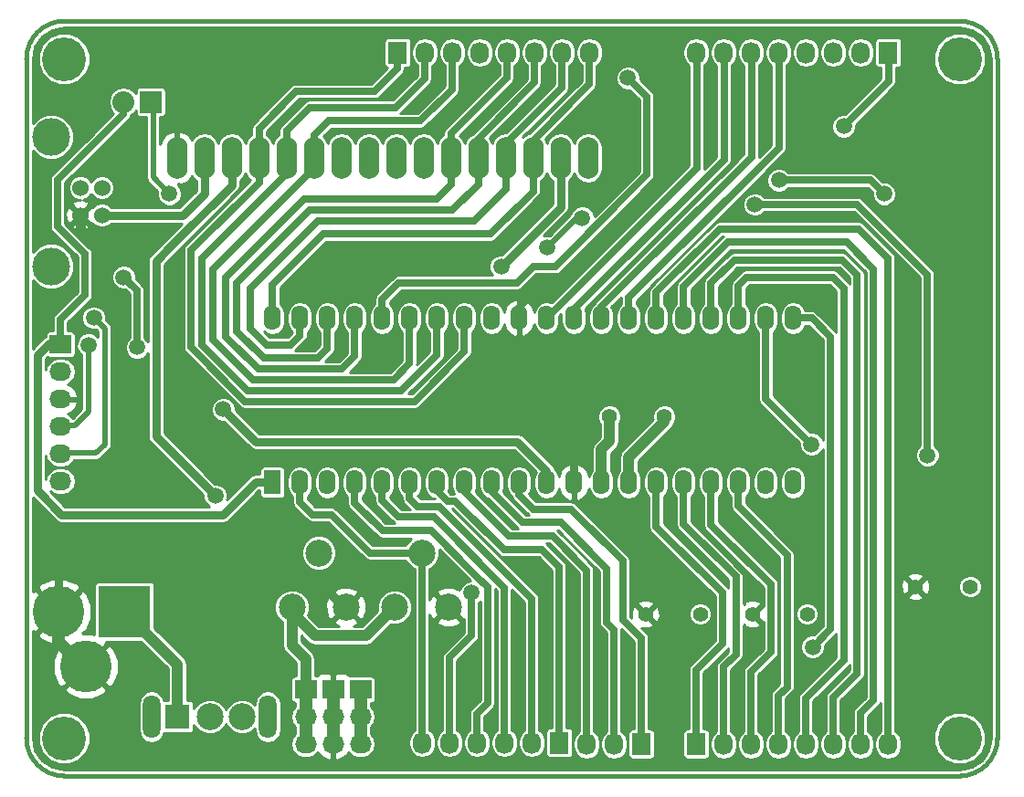
<source format=gbr>
G04 #@! TF.FileFunction,Copper,L2,Bot,Signal*
%FSLAX46Y46*%
G04 Gerber Fmt 4.6, Leading zero omitted, Abs format (unit mm)*
G04 Created by KiCad (PCBNEW 4.0.1-stable) date 04-Oct-16 9:16:03 AM*
%MOMM*%
G01*
G04 APERTURE LIST*
%ADD10C,0.150000*%
%ADD11C,0.381000*%
%ADD12C,1.524000*%
%ADD13C,3.500000*%
%ADD14R,1.574800X2.286000*%
%ADD15O,1.574800X2.286000*%
%ADD16C,4.064000*%
%ADD17C,2.499360*%
%ADD18C,1.397000*%
%ADD19C,1.422400*%
%ADD20R,2.032000X1.727200*%
%ADD21O,2.032000X1.727200*%
%ADD22O,1.930400X3.860800*%
%ADD23R,1.727200X2.032000*%
%ADD24O,1.727200X2.032000*%
%ADD25R,2.032000X2.032000*%
%ADD26O,2.032000X2.032000*%
%ADD27C,4.800600*%
%ADD28R,4.800600X4.800600*%
%ADD29R,2.300000X2.300000*%
%ADD30C,2.500000*%
%ADD31O,1.651000X4.000000*%
%ADD32C,1.500000*%
%ADD33C,0.635000*%
%ADD34C,0.762000*%
%ADD35C,1.016000*%
%ADD36C,1.143000*%
%ADD37C,0.508000*%
%ADD38C,0.304800*%
%ADD39C,0.889000*%
%ADD40C,0.254000*%
G04 APERTURE END LIST*
D10*
D11*
X47500000Y-101000000D02*
X130500000Y-101000000D01*
X44000000Y-34500000D02*
X44000000Y-97500000D01*
X48500000Y-31000000D02*
X47500000Y-31000000D01*
X130500000Y-31000000D02*
X48500000Y-31000000D01*
X134000000Y-97500000D02*
X134000000Y-34500000D01*
X130500000Y-101000000D02*
G75*
G03X134000000Y-97500000I0J3500000D01*
G01*
X44000000Y-97500000D02*
G75*
G03X47500000Y-101000000I3500000J0D01*
G01*
X47500000Y-31000000D02*
G75*
G03X44000000Y-34500000I0J-3500000D01*
G01*
X134000000Y-34500000D02*
G75*
G03X130500000Y-31000000I-3500000J0D01*
G01*
D12*
X51000000Y-46460000D03*
X51000000Y-49000000D03*
X49001020Y-49000000D03*
X49001020Y-46460000D03*
D13*
X46301000Y-41730520D03*
X46301000Y-53729480D03*
D14*
X66804000Y-73771000D03*
D15*
X69344000Y-73771000D03*
X71884000Y-73771000D03*
X74424000Y-73771000D03*
X76964000Y-73771000D03*
X79504000Y-73771000D03*
X82044000Y-73771000D03*
X84584000Y-73771000D03*
X87124000Y-73771000D03*
X89664000Y-73771000D03*
X92204000Y-73771000D03*
X94744000Y-73771000D03*
X97284000Y-73771000D03*
X99824000Y-73771000D03*
X102364000Y-73771000D03*
X104904000Y-73771000D03*
X107444000Y-73771000D03*
X109984000Y-73771000D03*
X112524000Y-73771000D03*
X115064000Y-73771000D03*
X115064000Y-58531000D03*
X112524000Y-58531000D03*
X109984000Y-58531000D03*
X107444000Y-58531000D03*
X104904000Y-58531000D03*
X102364000Y-58531000D03*
X99824000Y-58531000D03*
X97284000Y-58531000D03*
X94744000Y-58531000D03*
X92204000Y-58531000D03*
X89664000Y-58531000D03*
X87124000Y-58531000D03*
X84584000Y-58531000D03*
X82044000Y-58531000D03*
X79504000Y-58531000D03*
X76964000Y-58531000D03*
X74424000Y-58531000D03*
X71884000Y-58531000D03*
X69344000Y-58531000D03*
X66804000Y-58531000D03*
D16*
X47500000Y-34500000D03*
X47500000Y-97500000D03*
X130500000Y-97500000D03*
X130500000Y-34500000D03*
D17*
X71109360Y-80305640D03*
X73608720Y-85345000D03*
X68610000Y-85345000D03*
X80634360Y-80305640D03*
X83133720Y-85345000D03*
X78135000Y-85345000D03*
D18*
X131475000Y-83440000D03*
X126395000Y-83440000D03*
X101376000Y-85980000D03*
X106456000Y-85980000D03*
X111282000Y-85980000D03*
X116362000Y-85980000D03*
D19*
X103126000Y-67675000D03*
X98046000Y-67675000D03*
D20*
X69880000Y-92965000D03*
D21*
X69880000Y-95505000D03*
X69880000Y-98045000D03*
D20*
X72420000Y-92965000D03*
D21*
X72420000Y-95505000D03*
X72420000Y-98045000D03*
D20*
X74960000Y-92965000D03*
D21*
X74960000Y-95505000D03*
X74960000Y-98045000D03*
D22*
X57942000Y-43689000D03*
X60482000Y-43689000D03*
X63022000Y-43689000D03*
X65562000Y-43689000D03*
X68102000Y-43689000D03*
X70642000Y-43689000D03*
X73182000Y-43689000D03*
X75722000Y-43689000D03*
X78262000Y-43689000D03*
X80802000Y-43689000D03*
X83342000Y-43689000D03*
X85882000Y-43689000D03*
X88422000Y-43689000D03*
X90962000Y-43689000D03*
X93502000Y-43689000D03*
X96042000Y-43689000D03*
D23*
X93375000Y-97918000D03*
D24*
X90835000Y-97918000D03*
X88295000Y-97918000D03*
X85755000Y-97918000D03*
X83215000Y-97918000D03*
X80675000Y-97918000D03*
D23*
X100995000Y-98045000D03*
D24*
X98455000Y-98045000D03*
X95915000Y-98045000D03*
D23*
X106075000Y-98045000D03*
D24*
X108615000Y-98045000D03*
X111155000Y-98045000D03*
X113695000Y-98045000D03*
X116235000Y-98045000D03*
X118775000Y-98045000D03*
X121315000Y-98045000D03*
X123855000Y-98045000D03*
D23*
X78389000Y-33910000D03*
D24*
X80929000Y-33910000D03*
X83469000Y-33910000D03*
X86009000Y-33910000D03*
X88549000Y-33910000D03*
X91089000Y-33910000D03*
X93629000Y-33910000D03*
X96169000Y-33910000D03*
D23*
X123855000Y-33910000D03*
D24*
X121315000Y-33910000D03*
X118775000Y-33910000D03*
X116235000Y-33910000D03*
X113695000Y-33910000D03*
X111155000Y-33910000D03*
X108615000Y-33910000D03*
X106075000Y-33910000D03*
D20*
X47147000Y-60961000D03*
D21*
X47147000Y-63501000D03*
X47147000Y-66041000D03*
X47147000Y-68581000D03*
X47147000Y-71121000D03*
X47147000Y-73661000D03*
D25*
X55529000Y-38482000D03*
D26*
X52989000Y-38482000D03*
D27*
X47000000Y-85750000D03*
D28*
X53096000Y-85750000D03*
D27*
X49500000Y-90830000D03*
D29*
X57990000Y-95505000D03*
D30*
X60990000Y-95505000D03*
X63990000Y-95505000D03*
D31*
X66390040Y-95505000D03*
X55589960Y-95505000D03*
D32*
X111500000Y-48000000D03*
X127500000Y-71250000D03*
X88000000Y-53750000D03*
X62250000Y-67000000D03*
X50250000Y-58500000D03*
X49750000Y-61000000D03*
X123500000Y-47000000D03*
X113750000Y-45750000D03*
X116870000Y-89028000D03*
X57250000Y-47000000D03*
X95500000Y-49250000D03*
X92250000Y-52000000D03*
X103500000Y-44500000D03*
X79000000Y-68250000D03*
X53250000Y-68750000D03*
X53000000Y-54750000D03*
X54250000Y-61250000D03*
X119750000Y-40750000D03*
X61500000Y-75000000D03*
X85250000Y-84000000D03*
X99750000Y-36250000D03*
X116750000Y-70250000D03*
D33*
X127500000Y-54500000D02*
X127500000Y-71250000D01*
X121000000Y-48000000D02*
X127500000Y-54500000D01*
X120000000Y-48000000D02*
X121000000Y-48000000D01*
X111500000Y-48000000D02*
X120000000Y-48000000D01*
D34*
X93502000Y-48248000D02*
X93502000Y-43689000D01*
X88000000Y-53750000D02*
X93502000Y-48248000D01*
X89500000Y-70000000D02*
X92204000Y-72704000D01*
X65250000Y-70000000D02*
X89500000Y-70000000D01*
X62250000Y-67000000D02*
X65250000Y-70000000D01*
X92204000Y-72704000D02*
X92204000Y-73771000D01*
X51000000Y-49000000D02*
X58500000Y-49000000D01*
X58500000Y-49000000D02*
X60482000Y-47018000D01*
X60482000Y-47018000D02*
X60482000Y-43689000D01*
D35*
X68610000Y-85345000D02*
X68610000Y-85860000D01*
X68610000Y-85860000D02*
X70750000Y-88000000D01*
X75480000Y-88000000D02*
X78135000Y-85345000D01*
X70750000Y-88000000D02*
X75480000Y-88000000D01*
X68610000Y-88860000D02*
X68610000Y-85345000D01*
X69880000Y-90130000D02*
X68610000Y-88860000D01*
X69880000Y-92965000D02*
X69880000Y-90130000D01*
D36*
X69880000Y-95505000D02*
X69880000Y-92965000D01*
X69880000Y-98045000D02*
X69880000Y-95505000D01*
D33*
X83342000Y-43689000D02*
X83342000Y-41408000D01*
X88520000Y-36230000D02*
X88520000Y-34000000D01*
X83342000Y-41408000D02*
X88520000Y-36230000D01*
X74424000Y-58531000D02*
X74424000Y-62076000D01*
X83342000Y-46158000D02*
X83342000Y-43689000D01*
X82000000Y-47500000D02*
X83342000Y-46158000D01*
X69750000Y-47500000D02*
X82000000Y-47500000D01*
X62500000Y-54750000D02*
X69750000Y-47500000D01*
X62500000Y-60250000D02*
X62500000Y-54750000D01*
X65500000Y-63250000D02*
X62500000Y-60250000D01*
X73250000Y-63250000D02*
X65500000Y-63250000D01*
X74424000Y-62076000D02*
X73250000Y-63250000D01*
X85882000Y-43689000D02*
X85882000Y-41868000D01*
X85882000Y-41868000D02*
X91060000Y-36690000D01*
X91060000Y-36690000D02*
X91060000Y-34000000D01*
X71884000Y-58531000D02*
X71884000Y-61366000D01*
X85882000Y-46118000D02*
X85882000Y-43689000D01*
X83500000Y-48500000D02*
X85882000Y-46118000D01*
X70250000Y-48500000D02*
X83500000Y-48500000D01*
X63500000Y-55250000D02*
X70250000Y-48500000D01*
X63500000Y-59750000D02*
X63500000Y-55250000D01*
X66000000Y-62250000D02*
X63500000Y-59750000D01*
X71000000Y-62250000D02*
X66000000Y-62250000D01*
X71884000Y-61366000D02*
X71000000Y-62250000D01*
D37*
X47250000Y-71060000D02*
X50440000Y-71060000D01*
X51250000Y-59500000D02*
X50250000Y-58500000D01*
X51250000Y-70250000D02*
X51250000Y-59500000D01*
X50440000Y-71060000D02*
X51250000Y-70250000D01*
D33*
X88422000Y-43689000D02*
X88422000Y-42328000D01*
X88422000Y-42328000D02*
X93600000Y-37150000D01*
X93600000Y-37150000D02*
X93600000Y-34000000D01*
X69344000Y-58531000D02*
X69344000Y-60156000D01*
X88422000Y-46578000D02*
X88422000Y-43689000D01*
X85500000Y-49500000D02*
X88422000Y-46578000D01*
X71000000Y-49500000D02*
X85500000Y-49500000D01*
X64750000Y-55750000D02*
X71000000Y-49500000D01*
X64750000Y-59500000D02*
X64750000Y-55750000D01*
X66250000Y-61000000D02*
X64750000Y-59500000D01*
X68500000Y-61000000D02*
X66250000Y-61000000D01*
X69344000Y-60156000D02*
X68500000Y-61000000D01*
D37*
X47250000Y-68520000D02*
X48480000Y-68520000D01*
X49750000Y-67250000D02*
X49750000Y-61000000D01*
X48480000Y-68520000D02*
X49750000Y-67250000D01*
D33*
X90962000Y-43689000D02*
X90962000Y-42038000D01*
X90962000Y-42038000D02*
X96140000Y-36860000D01*
X96140000Y-36860000D02*
X96140000Y-34000000D01*
X66804000Y-58531000D02*
X66804000Y-55446000D01*
X90962000Y-46788000D02*
X90962000Y-43689000D01*
X87000000Y-50750000D02*
X90962000Y-46788000D01*
X71500000Y-50750000D02*
X87000000Y-50750000D01*
X66804000Y-55446000D02*
X71500000Y-50750000D01*
D36*
X74960000Y-95505000D02*
X74960000Y-92965000D01*
X74960000Y-98045000D02*
X74960000Y-95505000D01*
D33*
X70642000Y-43689000D02*
X70642000Y-41608000D01*
X83440000Y-37310000D02*
X83440000Y-34000000D01*
X80500000Y-40250000D02*
X83440000Y-37310000D01*
X72000000Y-40250000D02*
X80500000Y-40250000D01*
X70642000Y-41608000D02*
X72000000Y-40250000D01*
X79504000Y-58531000D02*
X79504000Y-62746000D01*
X70642000Y-44608000D02*
X70642000Y-43689000D01*
X61250000Y-54000000D02*
X70642000Y-44608000D01*
X61250000Y-60500000D02*
X61250000Y-54000000D01*
X65000000Y-64250000D02*
X61250000Y-60500000D01*
X78000000Y-64250000D02*
X65000000Y-64250000D01*
X79504000Y-62746000D02*
X78000000Y-64250000D01*
X107444000Y-58531000D02*
X107444000Y-55306000D01*
X118775000Y-93725000D02*
X118775000Y-98045000D01*
X121000000Y-91500000D02*
X118775000Y-93725000D01*
X121000000Y-54500000D02*
X121000000Y-91500000D01*
X119625000Y-53125000D02*
X121000000Y-54500000D01*
X109625000Y-53125000D02*
X119625000Y-53125000D01*
X107444000Y-55306000D02*
X109625000Y-53125000D01*
X52989000Y-38482000D02*
X52989000Y-39625000D01*
X47147000Y-58675000D02*
X47147000Y-60961000D01*
X49433000Y-56389000D02*
X47147000Y-58675000D01*
X49433000Y-52579000D02*
X49433000Y-56389000D01*
X46893000Y-50039000D02*
X49433000Y-52579000D01*
X46893000Y-45721000D02*
X46893000Y-50039000D01*
X52989000Y-39625000D02*
X46893000Y-45721000D01*
X123500000Y-47000000D02*
X122250000Y-45750000D01*
X122250000Y-45750000D02*
X113750000Y-45750000D01*
D34*
X66804000Y-73771000D02*
X65229000Y-73771000D01*
X46100000Y-60900000D02*
X47250000Y-60900000D01*
X45000000Y-62000000D02*
X46100000Y-60900000D01*
X45000000Y-74500000D02*
X45000000Y-62000000D01*
X47250000Y-76750000D02*
X45000000Y-74500000D01*
X62250000Y-76750000D02*
X47250000Y-76750000D01*
X65229000Y-73771000D02*
X62250000Y-76750000D01*
D37*
X52500000Y-38500000D02*
X52980000Y-38500000D01*
D33*
X65562000Y-43689000D02*
X65562000Y-45938000D01*
X59250000Y-52250000D02*
X59250000Y-53000000D01*
X65562000Y-45938000D02*
X59250000Y-52250000D01*
X65562000Y-43689000D02*
X65562000Y-40938000D01*
X78360000Y-35390000D02*
X78360000Y-34000000D01*
X76250000Y-37500000D02*
X78360000Y-35390000D01*
X69000000Y-37500000D02*
X76250000Y-37500000D01*
X65562000Y-40938000D02*
X69000000Y-37500000D01*
X84584000Y-58531000D02*
X84584000Y-61666000D01*
X59250000Y-61250000D02*
X59250000Y-53000000D01*
X64250000Y-66250000D02*
X59250000Y-61250000D01*
X80000000Y-66250000D02*
X64250000Y-66250000D01*
X84584000Y-61666000D02*
X80000000Y-66250000D01*
X65562000Y-45188000D02*
X65562000Y-43689000D01*
X68102000Y-43689000D02*
X68102000Y-41148000D01*
X80900000Y-36350000D02*
X80900000Y-34000000D01*
X78250000Y-39000000D02*
X80900000Y-36350000D01*
X70250000Y-39000000D02*
X78250000Y-39000000D01*
X68102000Y-41148000D02*
X70250000Y-39000000D01*
X82044000Y-58531000D02*
X82044000Y-61956000D01*
X68102000Y-45148000D02*
X68102000Y-43689000D01*
X60250000Y-53000000D02*
X68102000Y-45148000D01*
X60250000Y-61000000D02*
X60250000Y-53000000D01*
X64500000Y-65250000D02*
X60250000Y-61000000D01*
X78750000Y-65250000D02*
X64500000Y-65250000D01*
X82044000Y-61956000D02*
X78750000Y-65250000D01*
X118500000Y-78614000D02*
X118500000Y-87398000D01*
X118500000Y-87398000D02*
X116870000Y-89028000D01*
X116781000Y-58531000D02*
X115064000Y-58531000D01*
X118500000Y-60250000D02*
X116781000Y-58531000D01*
X118500000Y-83000000D02*
X118500000Y-78614000D01*
X118500000Y-78614000D02*
X118500000Y-60250000D01*
D37*
X55750000Y-45500000D02*
X55750000Y-38730000D01*
X57250000Y-47000000D02*
X55750000Y-45500000D01*
D38*
X55750000Y-38730000D02*
X55520000Y-38500000D01*
D33*
X102364000Y-58531000D02*
X102364000Y-56136000D01*
X123855000Y-52986000D02*
X123855000Y-98045000D01*
X121119000Y-50250000D02*
X123855000Y-52986000D01*
X108250000Y-50250000D02*
X121119000Y-50250000D01*
X102364000Y-56136000D02*
X108250000Y-50250000D01*
D38*
X95000000Y-49250000D02*
X95500000Y-49250000D01*
D37*
X92250000Y-52000000D02*
X95000000Y-49250000D01*
D33*
X104904000Y-58531000D02*
X104904000Y-55596000D01*
X121315000Y-95185000D02*
X121315000Y-98045000D01*
X122500000Y-94000000D02*
X121315000Y-95185000D01*
X122500000Y-54000000D02*
X122500000Y-94000000D01*
X120000000Y-51500000D02*
X122500000Y-54000000D01*
X109000000Y-51500000D02*
X120000000Y-51500000D01*
X104904000Y-55596000D02*
X109000000Y-51500000D01*
D36*
X72420000Y-95505000D02*
X72420000Y-92965000D01*
X72420000Y-98045000D02*
X72420000Y-95505000D01*
D34*
X73608720Y-85345000D02*
X73345000Y-85345000D01*
X73345000Y-85345000D02*
X70250000Y-82250000D01*
X47000000Y-82750000D02*
X47000000Y-85750000D01*
X49750000Y-80000000D02*
X47000000Y-82750000D01*
X56250000Y-80000000D02*
X49750000Y-80000000D01*
X58500000Y-82250000D02*
X56250000Y-80000000D01*
X70250000Y-82250000D02*
X58500000Y-82250000D01*
D33*
X89664000Y-58531000D02*
X89664000Y-57586000D01*
X89664000Y-57586000D02*
X91500000Y-55750000D01*
X103500000Y-45500000D02*
X103500000Y-44500000D01*
X93250000Y-55750000D02*
X103500000Y-45500000D01*
X91500000Y-55750000D02*
X93250000Y-55750000D01*
D34*
X94744000Y-70744000D02*
X94744000Y-73771000D01*
X91250000Y-67250000D02*
X94744000Y-70744000D01*
X80000000Y-67250000D02*
X91250000Y-67250000D01*
X79000000Y-68250000D02*
X80000000Y-67250000D01*
D36*
X47000000Y-85750000D02*
X47000000Y-88544000D01*
X47000000Y-88544000D02*
X49286000Y-90830000D01*
D39*
X53250000Y-68750000D02*
X52500000Y-68000000D01*
X52500000Y-68000000D02*
X52500000Y-58000000D01*
X52500000Y-58000000D02*
X51465000Y-56965000D01*
X51465000Y-56965000D02*
X51465000Y-52833000D01*
X51465000Y-52833000D02*
X49001020Y-50369020D01*
X49001020Y-50369020D02*
X49001020Y-49000000D01*
D33*
X54250000Y-56000000D02*
X53000000Y-54750000D01*
X54250000Y-61250000D02*
X54250000Y-56000000D01*
D35*
X97284000Y-73771000D02*
X97284000Y-70716000D01*
X98046000Y-69954000D02*
X98046000Y-67675000D01*
X97284000Y-70716000D02*
X98046000Y-69954000D01*
X99824000Y-73771000D02*
X99824000Y-71426000D01*
X99824000Y-71426000D02*
X103126000Y-68124000D01*
X103126000Y-68124000D02*
X103126000Y-67675000D01*
D33*
X123890000Y-36610000D02*
X123890000Y-34000000D01*
X119750000Y-40750000D02*
X123890000Y-36610000D01*
D35*
X57990000Y-95505000D02*
X57990000Y-90644000D01*
X57990000Y-90644000D02*
X53096000Y-85750000D01*
D34*
X63022000Y-46228000D02*
X57500000Y-51750000D01*
X56000000Y-53250000D02*
X57500000Y-51750000D01*
X56000000Y-69500000D02*
X56000000Y-53250000D01*
X60500000Y-74000000D02*
X56000000Y-69500000D01*
X63022000Y-43689000D02*
X63022000Y-46228000D01*
X60500000Y-74000000D02*
X61500000Y-75000000D01*
D33*
X93375000Y-98045000D02*
X93375000Y-81625000D01*
X93375000Y-81625000D02*
X91750000Y-80000000D01*
X91750000Y-80000000D02*
X88250000Y-80000000D01*
X88250000Y-80000000D02*
X83750000Y-75500000D01*
X83750000Y-75500000D02*
X83000000Y-75500000D01*
X83000000Y-75500000D02*
X82044000Y-74544000D01*
X82044000Y-74544000D02*
X82044000Y-73771000D01*
X82044000Y-73771000D02*
X82044000Y-74544000D01*
X82044000Y-74544000D02*
X82750000Y-75250000D01*
X82750000Y-75250000D02*
X82419000Y-74919000D01*
X90835000Y-86500000D02*
X90835000Y-84585000D01*
X79504000Y-75254000D02*
X79504000Y-73771000D01*
X80250000Y-76000000D02*
X79504000Y-75254000D01*
X82250000Y-76000000D02*
X80250000Y-76000000D01*
X90835000Y-84585000D02*
X82250000Y-76000000D01*
X90835000Y-98045000D02*
X90835000Y-86500000D01*
X79504000Y-74754000D02*
X79504000Y-73771000D01*
X88295000Y-98045000D02*
X88295000Y-83545000D01*
X76964000Y-75464000D02*
X76964000Y-73771000D01*
X78500000Y-77000000D02*
X76964000Y-75464000D01*
X81750000Y-77000000D02*
X78500000Y-77000000D01*
X88295000Y-83545000D02*
X81750000Y-77000000D01*
X85755000Y-98045000D02*
X85755000Y-95245000D01*
X86750000Y-83500000D02*
X85755000Y-82505000D01*
X86750000Y-94250000D02*
X86750000Y-83500000D01*
X85755000Y-95245000D02*
X86750000Y-94250000D01*
X74424000Y-75674000D02*
X74424000Y-73771000D01*
X77000000Y-78250000D02*
X74424000Y-75674000D01*
X81500000Y-78250000D02*
X77000000Y-78250000D01*
X85755000Y-82505000D02*
X81500000Y-78250000D01*
X83215000Y-98045000D02*
X83215000Y-90035000D01*
X85250000Y-88000000D02*
X85250000Y-84000000D01*
X83215000Y-90035000D02*
X85250000Y-88000000D01*
X80634360Y-80305640D02*
X75805640Y-80305640D01*
X69344000Y-75594000D02*
X69344000Y-73771000D01*
X70500000Y-76750000D02*
X69344000Y-75594000D01*
X72250000Y-76750000D02*
X70500000Y-76750000D01*
X75805640Y-80305640D02*
X72250000Y-76750000D01*
X80675000Y-98045000D02*
X80675000Y-80346280D01*
X80675000Y-80346280D02*
X80634360Y-80305640D01*
X99250000Y-86500000D02*
X99250000Y-81000000D01*
X89664000Y-74914000D02*
X89664000Y-73771000D01*
X91000000Y-76250000D02*
X89664000Y-74914000D01*
X94500000Y-76250000D02*
X91000000Y-76250000D01*
X99250000Y-81000000D02*
X94500000Y-76250000D01*
X100995000Y-98045000D02*
X100995000Y-88245000D01*
X100995000Y-88245000D02*
X99250000Y-86500000D01*
X98455000Y-88000000D02*
X98455000Y-87455000D01*
X98455000Y-87455000D02*
X97750000Y-86750000D01*
X97750000Y-86750000D02*
X97750000Y-81750000D01*
X98455000Y-98045000D02*
X98455000Y-88000000D01*
X97750000Y-81750000D02*
X93500000Y-77500000D01*
X93500000Y-77500000D02*
X90000000Y-77500000D01*
X90000000Y-77500000D02*
X87124000Y-74624000D01*
X87124000Y-74624000D02*
X87124000Y-73771000D01*
X95915000Y-87500000D02*
X95915000Y-81915000D01*
X88750000Y-78750000D02*
X84584000Y-74584000D01*
X92750000Y-78750000D02*
X88750000Y-78750000D01*
X95915000Y-81915000D02*
X92750000Y-78750000D01*
X84584000Y-74584000D02*
X84584000Y-73771000D01*
X95915000Y-98045000D02*
X95915000Y-87500000D01*
X106075000Y-98045000D02*
X106075000Y-91175000D01*
X102364000Y-77864000D02*
X102364000Y-73771000D01*
X108500000Y-84000000D02*
X102364000Y-77864000D01*
X108500000Y-88750000D02*
X108500000Y-84000000D01*
X106075000Y-91175000D02*
X108500000Y-88750000D01*
X108615000Y-98045000D02*
X108615000Y-90885000D01*
X104904000Y-77654000D02*
X104904000Y-73771000D01*
X109750000Y-82500000D02*
X104904000Y-77654000D01*
X109750000Y-89750000D02*
X109750000Y-82500000D01*
X108615000Y-90885000D02*
X109750000Y-89750000D01*
X111155000Y-98045000D02*
X111155000Y-91345000D01*
X107444000Y-77694000D02*
X107444000Y-73771000D01*
X113000000Y-83250000D02*
X107444000Y-77694000D01*
X113000000Y-89500000D02*
X113000000Y-83250000D01*
X111155000Y-91345000D02*
X113000000Y-89500000D01*
X113695000Y-98045000D02*
X113695000Y-93555000D01*
X109984000Y-75984000D02*
X109984000Y-73771000D01*
X114500000Y-80500000D02*
X109984000Y-75984000D01*
X114500000Y-92750000D02*
X114500000Y-80500000D01*
X113695000Y-93555000D02*
X114500000Y-92750000D01*
X109984000Y-58531000D02*
X109984000Y-55516000D01*
X116235000Y-93765000D02*
X116235000Y-98045000D01*
X119754000Y-90246000D02*
X116235000Y-93765000D01*
X119754000Y-55754000D02*
X119754000Y-90246000D01*
X118750000Y-54750000D02*
X119754000Y-55754000D01*
X110750000Y-54750000D02*
X118750000Y-54750000D01*
X109984000Y-55516000D02*
X110750000Y-54750000D01*
X101500000Y-40250000D02*
X101500000Y-40000000D01*
X101500000Y-45250000D02*
X101500000Y-40250000D01*
X101500000Y-38000000D02*
X99750000Y-36250000D01*
X101500000Y-40250000D02*
X101500000Y-38000000D01*
X89250000Y-55250000D02*
X89500000Y-55250000D01*
X91000000Y-53750000D02*
X93000000Y-53750000D01*
X89500000Y-55250000D02*
X91000000Y-53750000D01*
X93000000Y-53750000D02*
X101500000Y-45250000D01*
X76964000Y-58531000D02*
X76964000Y-56786000D01*
X78500000Y-55250000D02*
X89250000Y-55250000D01*
X76964000Y-56786000D02*
X78500000Y-55250000D01*
X112524000Y-66024000D02*
X112524000Y-58531000D01*
X116750000Y-70250000D02*
X112524000Y-66024000D01*
X113730000Y-34000000D02*
X113730000Y-42770000D01*
X99824000Y-56676000D02*
X99824000Y-58531000D01*
X113730000Y-42770000D02*
X99824000Y-56676000D01*
X111190000Y-34000000D02*
X111190000Y-43560000D01*
X97284000Y-57466000D02*
X97284000Y-58531000D01*
X111190000Y-43560000D02*
X97284000Y-57466000D01*
X108650000Y-34000000D02*
X108650000Y-43850000D01*
X94744000Y-57756000D02*
X94744000Y-58531000D01*
X108650000Y-43850000D02*
X94744000Y-57756000D01*
X106110000Y-34000000D02*
X106110000Y-44640000D01*
X92204000Y-58546000D02*
X92204000Y-58531000D01*
X106110000Y-44640000D02*
X92204000Y-58546000D01*
D40*
G36*
X60930134Y-75988000D02*
X47565630Y-75988000D01*
X46182184Y-74604554D01*
X46490943Y-74810860D01*
X46967231Y-74905600D01*
X47326769Y-74905600D01*
X47803057Y-74810860D01*
X48206834Y-74541065D01*
X48476629Y-74137288D01*
X48571369Y-73661000D01*
X48476629Y-73184712D01*
X48206834Y-72780935D01*
X47803057Y-72511140D01*
X47326769Y-72416400D01*
X46967231Y-72416400D01*
X46490943Y-72511140D01*
X46087166Y-72780935D01*
X45817371Y-73184712D01*
X45762000Y-73463079D01*
X45762000Y-71318920D01*
X45817371Y-71597288D01*
X46087166Y-72001065D01*
X46490943Y-72270860D01*
X46967231Y-72365600D01*
X47326769Y-72365600D01*
X47803057Y-72270860D01*
X48206834Y-72001065D01*
X48411339Y-71695000D01*
X50440000Y-71695000D01*
X50683004Y-71646664D01*
X50889013Y-71509013D01*
X51699013Y-70699013D01*
X51836664Y-70493004D01*
X51885000Y-70250000D01*
X51885000Y-59500005D01*
X51885000Y-59500000D01*
X51885001Y-59500000D01*
X51836664Y-59256996D01*
X51699013Y-59050988D01*
X51699013Y-59050987D01*
X51699009Y-59050984D01*
X51378802Y-58730777D01*
X51380804Y-58725957D01*
X51381196Y-58276017D01*
X51209375Y-57860177D01*
X50891497Y-57541744D01*
X50475957Y-57369196D01*
X50026017Y-57368804D01*
X49610177Y-57540625D01*
X49291744Y-57858503D01*
X49119196Y-58274043D01*
X49118804Y-58723983D01*
X49290625Y-59139823D01*
X49608503Y-59458256D01*
X50024043Y-59630804D01*
X50473983Y-59631196D01*
X50480484Y-59628509D01*
X50615000Y-59763025D01*
X50615000Y-60265637D01*
X50391497Y-60041744D01*
X49975957Y-59869196D01*
X49526017Y-59868804D01*
X49110177Y-60040625D01*
X48791744Y-60358503D01*
X48619196Y-60774043D01*
X48618804Y-61223983D01*
X48790625Y-61639823D01*
X49108503Y-61958256D01*
X49115000Y-61960953D01*
X49115000Y-66986974D01*
X48284621Y-67817352D01*
X48206834Y-67700935D01*
X47803057Y-67431140D01*
X47788757Y-67428295D01*
X48061320Y-67332954D01*
X48497732Y-66943036D01*
X48751709Y-66415791D01*
X48754358Y-66400026D01*
X48633217Y-66168000D01*
X47274000Y-66168000D01*
X47274000Y-66188000D01*
X47020000Y-66188000D01*
X47020000Y-66168000D01*
X47000000Y-66168000D01*
X47000000Y-65914000D01*
X47020000Y-65914000D01*
X47020000Y-65894000D01*
X47274000Y-65894000D01*
X47274000Y-65914000D01*
X48633217Y-65914000D01*
X48754358Y-65681974D01*
X48751709Y-65666209D01*
X48497732Y-65138964D01*
X48061320Y-64749046D01*
X47788757Y-64653704D01*
X47803057Y-64650860D01*
X48206834Y-64381065D01*
X48476629Y-63977288D01*
X48571369Y-63501000D01*
X48476629Y-63024712D01*
X48206834Y-62620935D01*
X47803057Y-62351140D01*
X47326769Y-62256400D01*
X46967231Y-62256400D01*
X46490943Y-62351140D01*
X46087166Y-62620935D01*
X45817371Y-63024712D01*
X45762000Y-63303079D01*
X45762000Y-62315630D01*
X45929507Y-62148122D01*
X45981216Y-62183026D01*
X46131000Y-62213064D01*
X48163000Y-62213064D01*
X48308274Y-62184878D01*
X48435956Y-62101004D01*
X48521426Y-61974384D01*
X48551464Y-61824600D01*
X48551464Y-60097400D01*
X48523278Y-59952126D01*
X48439404Y-59824444D01*
X48312784Y-59738974D01*
X48163000Y-59708936D01*
X47845500Y-59708936D01*
X47845500Y-58964328D01*
X49926914Y-56882914D01*
X50078330Y-56656305D01*
X50078330Y-56656304D01*
X50131500Y-56389000D01*
X50131500Y-52579000D01*
X50078330Y-52311696D01*
X50078329Y-52311695D01*
X49926914Y-52085086D01*
X49801628Y-51959800D01*
X49801628Y-49980213D01*
X49001020Y-49179605D01*
X48821415Y-49359210D01*
X48821415Y-49000000D01*
X48020807Y-48199392D01*
X47778623Y-48268857D01*
X47591876Y-48792302D01*
X47619658Y-49347368D01*
X47778623Y-49731143D01*
X48020807Y-49800608D01*
X48821415Y-49000000D01*
X48821415Y-49359210D01*
X48200412Y-49980213D01*
X48269877Y-50222397D01*
X48793322Y-50409144D01*
X49348388Y-50381362D01*
X49732163Y-50222397D01*
X49801628Y-49980213D01*
X49801628Y-51959800D01*
X47591500Y-49749672D01*
X47591500Y-46010328D01*
X53482914Y-40118914D01*
X53634330Y-39892305D01*
X53634330Y-39892304D01*
X53672469Y-39700563D01*
X53976828Y-39497197D01*
X54124536Y-39276136D01*
X54124536Y-39498000D01*
X54152722Y-39643274D01*
X54236596Y-39770956D01*
X54363216Y-39856426D01*
X54513000Y-39886464D01*
X55115000Y-39886464D01*
X55115000Y-45500000D01*
X55163336Y-45743004D01*
X55300987Y-45949013D01*
X56121197Y-46769223D01*
X56119196Y-46774043D01*
X56118804Y-47223983D01*
X56290625Y-47639823D01*
X56608503Y-47958256D01*
X57024043Y-48130804D01*
X57473983Y-48131196D01*
X57889823Y-47959375D01*
X58208256Y-47641497D01*
X58380804Y-47225957D01*
X58381196Y-46776017D01*
X58209375Y-46360177D01*
X58069002Y-46219558D01*
X58069002Y-46090044D01*
X58316973Y-46209846D01*
X58437037Y-46181193D01*
X58983709Y-45875515D01*
X59360727Y-45397917D01*
X59530093Y-45651390D01*
X59720000Y-45778281D01*
X59720000Y-46702369D01*
X58184369Y-48238000D01*
X52143198Y-48238000D01*
X52143198Y-46233641D01*
X51969554Y-45813388D01*
X51648303Y-45491577D01*
X51228354Y-45317199D01*
X50773641Y-45316802D01*
X50353388Y-45490446D01*
X50031577Y-45811697D01*
X50000649Y-45886177D01*
X49970574Y-45813388D01*
X49649323Y-45491577D01*
X49229374Y-45317199D01*
X48774661Y-45316802D01*
X48354408Y-45490446D01*
X48032597Y-45811697D01*
X47858219Y-46231646D01*
X47857822Y-46686359D01*
X48031466Y-47106612D01*
X48352717Y-47428423D01*
X48772666Y-47602801D01*
X48966680Y-47602970D01*
X48653652Y-47618638D01*
X48269877Y-47777603D01*
X48200412Y-48019787D01*
X49001020Y-48820395D01*
X49801628Y-48019787D01*
X49732163Y-47777603D01*
X49234761Y-47600147D01*
X49647632Y-47429554D01*
X49969443Y-47108303D01*
X50000370Y-47033822D01*
X50030446Y-47106612D01*
X50351697Y-47428423D01*
X50771646Y-47602801D01*
X51226359Y-47603198D01*
X51646612Y-47429554D01*
X51968423Y-47108303D01*
X52142801Y-46688354D01*
X52143198Y-46233641D01*
X52143198Y-48238000D01*
X51854366Y-48238000D01*
X51648303Y-48031577D01*
X51228354Y-47857199D01*
X50773641Y-47856802D01*
X50353388Y-48030446D01*
X50138857Y-48244603D01*
X49981233Y-48199392D01*
X49180625Y-49000000D01*
X49981233Y-49800608D01*
X50139000Y-49755355D01*
X50351697Y-49968423D01*
X50771646Y-50142801D01*
X51226359Y-50143198D01*
X51646612Y-49969554D01*
X51854527Y-49762000D01*
X58410369Y-49762000D01*
X56961187Y-51211182D01*
X56961184Y-51211185D01*
X55461185Y-52711185D01*
X55296004Y-52958395D01*
X55238000Y-53250000D01*
X55238000Y-60679455D01*
X55209375Y-60610177D01*
X54948500Y-60348846D01*
X54948500Y-56000000D01*
X54895330Y-55732696D01*
X54895330Y-55732695D01*
X54743914Y-55506086D01*
X54130876Y-54893048D01*
X54131196Y-54526017D01*
X53959375Y-54110177D01*
X53641497Y-53791744D01*
X53225957Y-53619196D01*
X52776017Y-53618804D01*
X52360177Y-53790625D01*
X52041744Y-54108503D01*
X51869196Y-54524043D01*
X51868804Y-54973983D01*
X52040625Y-55389823D01*
X52358503Y-55708256D01*
X52774043Y-55880804D01*
X53143297Y-55881125D01*
X53551500Y-56289328D01*
X53551500Y-60349199D01*
X53291744Y-60608503D01*
X53119196Y-61024043D01*
X53118804Y-61473983D01*
X53290625Y-61889823D01*
X53608503Y-62208256D01*
X54024043Y-62380804D01*
X54473983Y-62381196D01*
X54889823Y-62209375D01*
X55208256Y-61891497D01*
X55238000Y-61819865D01*
X55238000Y-69500000D01*
X55296004Y-69791605D01*
X55461185Y-70038815D01*
X59961185Y-74538815D01*
X60369045Y-74946676D01*
X60368804Y-75223983D01*
X60540625Y-75639823D01*
X60858503Y-75958256D01*
X60930134Y-75988000D01*
X60930134Y-75988000D01*
G37*
X60930134Y-75988000D02*
X47565630Y-75988000D01*
X46182184Y-74604554D01*
X46490943Y-74810860D01*
X46967231Y-74905600D01*
X47326769Y-74905600D01*
X47803057Y-74810860D01*
X48206834Y-74541065D01*
X48476629Y-74137288D01*
X48571369Y-73661000D01*
X48476629Y-73184712D01*
X48206834Y-72780935D01*
X47803057Y-72511140D01*
X47326769Y-72416400D01*
X46967231Y-72416400D01*
X46490943Y-72511140D01*
X46087166Y-72780935D01*
X45817371Y-73184712D01*
X45762000Y-73463079D01*
X45762000Y-71318920D01*
X45817371Y-71597288D01*
X46087166Y-72001065D01*
X46490943Y-72270860D01*
X46967231Y-72365600D01*
X47326769Y-72365600D01*
X47803057Y-72270860D01*
X48206834Y-72001065D01*
X48411339Y-71695000D01*
X50440000Y-71695000D01*
X50683004Y-71646664D01*
X50889013Y-71509013D01*
X51699013Y-70699013D01*
X51836664Y-70493004D01*
X51885000Y-70250000D01*
X51885000Y-59500005D01*
X51885000Y-59500000D01*
X51885001Y-59500000D01*
X51836664Y-59256996D01*
X51699013Y-59050988D01*
X51699013Y-59050987D01*
X51699009Y-59050984D01*
X51378802Y-58730777D01*
X51380804Y-58725957D01*
X51381196Y-58276017D01*
X51209375Y-57860177D01*
X50891497Y-57541744D01*
X50475957Y-57369196D01*
X50026017Y-57368804D01*
X49610177Y-57540625D01*
X49291744Y-57858503D01*
X49119196Y-58274043D01*
X49118804Y-58723983D01*
X49290625Y-59139823D01*
X49608503Y-59458256D01*
X50024043Y-59630804D01*
X50473983Y-59631196D01*
X50480484Y-59628509D01*
X50615000Y-59763025D01*
X50615000Y-60265637D01*
X50391497Y-60041744D01*
X49975957Y-59869196D01*
X49526017Y-59868804D01*
X49110177Y-60040625D01*
X48791744Y-60358503D01*
X48619196Y-60774043D01*
X48618804Y-61223983D01*
X48790625Y-61639823D01*
X49108503Y-61958256D01*
X49115000Y-61960953D01*
X49115000Y-66986974D01*
X48284621Y-67817352D01*
X48206834Y-67700935D01*
X47803057Y-67431140D01*
X47788757Y-67428295D01*
X48061320Y-67332954D01*
X48497732Y-66943036D01*
X48751709Y-66415791D01*
X48754358Y-66400026D01*
X48633217Y-66168000D01*
X47274000Y-66168000D01*
X47274000Y-66188000D01*
X47020000Y-66188000D01*
X47020000Y-66168000D01*
X47000000Y-66168000D01*
X47000000Y-65914000D01*
X47020000Y-65914000D01*
X47020000Y-65894000D01*
X47274000Y-65894000D01*
X47274000Y-65914000D01*
X48633217Y-65914000D01*
X48754358Y-65681974D01*
X48751709Y-65666209D01*
X48497732Y-65138964D01*
X48061320Y-64749046D01*
X47788757Y-64653704D01*
X47803057Y-64650860D01*
X48206834Y-64381065D01*
X48476629Y-63977288D01*
X48571369Y-63501000D01*
X48476629Y-63024712D01*
X48206834Y-62620935D01*
X47803057Y-62351140D01*
X47326769Y-62256400D01*
X46967231Y-62256400D01*
X46490943Y-62351140D01*
X46087166Y-62620935D01*
X45817371Y-63024712D01*
X45762000Y-63303079D01*
X45762000Y-62315630D01*
X45929507Y-62148122D01*
X45981216Y-62183026D01*
X46131000Y-62213064D01*
X48163000Y-62213064D01*
X48308274Y-62184878D01*
X48435956Y-62101004D01*
X48521426Y-61974384D01*
X48551464Y-61824600D01*
X48551464Y-60097400D01*
X48523278Y-59952126D01*
X48439404Y-59824444D01*
X48312784Y-59738974D01*
X48163000Y-59708936D01*
X47845500Y-59708936D01*
X47845500Y-58964328D01*
X49926914Y-56882914D01*
X50078330Y-56656305D01*
X50078330Y-56656304D01*
X50131500Y-56389000D01*
X50131500Y-52579000D01*
X50078330Y-52311696D01*
X50078329Y-52311695D01*
X49926914Y-52085086D01*
X49801628Y-51959800D01*
X49801628Y-49980213D01*
X49001020Y-49179605D01*
X48821415Y-49359210D01*
X48821415Y-49000000D01*
X48020807Y-48199392D01*
X47778623Y-48268857D01*
X47591876Y-48792302D01*
X47619658Y-49347368D01*
X47778623Y-49731143D01*
X48020807Y-49800608D01*
X48821415Y-49000000D01*
X48821415Y-49359210D01*
X48200412Y-49980213D01*
X48269877Y-50222397D01*
X48793322Y-50409144D01*
X49348388Y-50381362D01*
X49732163Y-50222397D01*
X49801628Y-49980213D01*
X49801628Y-51959800D01*
X47591500Y-49749672D01*
X47591500Y-46010328D01*
X53482914Y-40118914D01*
X53634330Y-39892305D01*
X53634330Y-39892304D01*
X53672469Y-39700563D01*
X53976828Y-39497197D01*
X54124536Y-39276136D01*
X54124536Y-39498000D01*
X54152722Y-39643274D01*
X54236596Y-39770956D01*
X54363216Y-39856426D01*
X54513000Y-39886464D01*
X55115000Y-39886464D01*
X55115000Y-45500000D01*
X55163336Y-45743004D01*
X55300987Y-45949013D01*
X56121197Y-46769223D01*
X56119196Y-46774043D01*
X56118804Y-47223983D01*
X56290625Y-47639823D01*
X56608503Y-47958256D01*
X57024043Y-48130804D01*
X57473983Y-48131196D01*
X57889823Y-47959375D01*
X58208256Y-47641497D01*
X58380804Y-47225957D01*
X58381196Y-46776017D01*
X58209375Y-46360177D01*
X58069002Y-46219558D01*
X58069002Y-46090044D01*
X58316973Y-46209846D01*
X58437037Y-46181193D01*
X58983709Y-45875515D01*
X59360727Y-45397917D01*
X59530093Y-45651390D01*
X59720000Y-45778281D01*
X59720000Y-46702369D01*
X58184369Y-48238000D01*
X52143198Y-48238000D01*
X52143198Y-46233641D01*
X51969554Y-45813388D01*
X51648303Y-45491577D01*
X51228354Y-45317199D01*
X50773641Y-45316802D01*
X50353388Y-45490446D01*
X50031577Y-45811697D01*
X50000649Y-45886177D01*
X49970574Y-45813388D01*
X49649323Y-45491577D01*
X49229374Y-45317199D01*
X48774661Y-45316802D01*
X48354408Y-45490446D01*
X48032597Y-45811697D01*
X47858219Y-46231646D01*
X47857822Y-46686359D01*
X48031466Y-47106612D01*
X48352717Y-47428423D01*
X48772666Y-47602801D01*
X48966680Y-47602970D01*
X48653652Y-47618638D01*
X48269877Y-47777603D01*
X48200412Y-48019787D01*
X49001020Y-48820395D01*
X49801628Y-48019787D01*
X49732163Y-47777603D01*
X49234761Y-47600147D01*
X49647632Y-47429554D01*
X49969443Y-47108303D01*
X50000370Y-47033822D01*
X50030446Y-47106612D01*
X50351697Y-47428423D01*
X50771646Y-47602801D01*
X51226359Y-47603198D01*
X51646612Y-47429554D01*
X51968423Y-47108303D01*
X52142801Y-46688354D01*
X52143198Y-46233641D01*
X52143198Y-48238000D01*
X51854366Y-48238000D01*
X51648303Y-48031577D01*
X51228354Y-47857199D01*
X50773641Y-47856802D01*
X50353388Y-48030446D01*
X50138857Y-48244603D01*
X49981233Y-48199392D01*
X49180625Y-49000000D01*
X49981233Y-49800608D01*
X50139000Y-49755355D01*
X50351697Y-49968423D01*
X50771646Y-50142801D01*
X51226359Y-50143198D01*
X51646612Y-49969554D01*
X51854527Y-49762000D01*
X58410369Y-49762000D01*
X56961187Y-51211182D01*
X56961184Y-51211185D01*
X55461185Y-52711185D01*
X55296004Y-52958395D01*
X55238000Y-53250000D01*
X55238000Y-60679455D01*
X55209375Y-60610177D01*
X54948500Y-60348846D01*
X54948500Y-56000000D01*
X54895330Y-55732696D01*
X54895330Y-55732695D01*
X54743914Y-55506086D01*
X54130876Y-54893048D01*
X54131196Y-54526017D01*
X53959375Y-54110177D01*
X53641497Y-53791744D01*
X53225957Y-53619196D01*
X52776017Y-53618804D01*
X52360177Y-53790625D01*
X52041744Y-54108503D01*
X51869196Y-54524043D01*
X51868804Y-54973983D01*
X52040625Y-55389823D01*
X52358503Y-55708256D01*
X52774043Y-55880804D01*
X53143297Y-55881125D01*
X53551500Y-56289328D01*
X53551500Y-60349199D01*
X53291744Y-60608503D01*
X53119196Y-61024043D01*
X53118804Y-61473983D01*
X53290625Y-61889823D01*
X53608503Y-62208256D01*
X54024043Y-62380804D01*
X54473983Y-62381196D01*
X54889823Y-62209375D01*
X55208256Y-61891497D01*
X55238000Y-61819865D01*
X55238000Y-69500000D01*
X55296004Y-69791605D01*
X55461185Y-70038815D01*
X59961185Y-74538815D01*
X60369045Y-74946676D01*
X60368804Y-75223983D01*
X60540625Y-75639823D01*
X60858503Y-75958256D01*
X60930134Y-75988000D01*
G36*
X133428500Y-97443711D02*
X133195236Y-98616404D01*
X132913417Y-99038176D01*
X132913417Y-97022130D01*
X132913417Y-34022130D01*
X132546834Y-33134931D01*
X131868639Y-32455551D01*
X130982081Y-32087420D01*
X130022130Y-32086583D01*
X129134931Y-32453166D01*
X128455551Y-33131361D01*
X128087420Y-34017919D01*
X128086583Y-34977870D01*
X128453166Y-35865069D01*
X129131361Y-36544449D01*
X130017919Y-36912580D01*
X130977870Y-36913417D01*
X131865069Y-36546834D01*
X132544449Y-35868639D01*
X132912580Y-34982081D01*
X132913417Y-34022130D01*
X132913417Y-97022130D01*
X132554687Y-96153936D01*
X132554687Y-83226216D01*
X132390689Y-82829311D01*
X132087286Y-82525378D01*
X131690668Y-82360687D01*
X131261216Y-82360313D01*
X130864311Y-82524311D01*
X130560378Y-82827714D01*
X130395687Y-83224332D01*
X130395313Y-83653784D01*
X130559311Y-84050689D01*
X130862714Y-84354622D01*
X131259332Y-84519313D01*
X131688784Y-84519687D01*
X132085689Y-84355689D01*
X132389622Y-84052286D01*
X132554313Y-83655668D01*
X132554687Y-83226216D01*
X132554687Y-96153936D01*
X132546834Y-96134931D01*
X131868639Y-95455551D01*
X130982081Y-95087420D01*
X130022130Y-95086583D01*
X129134931Y-95453166D01*
X128631196Y-95956022D01*
X128631196Y-71026017D01*
X128459375Y-70610177D01*
X128198500Y-70348846D01*
X128198500Y-54500000D01*
X128145330Y-54232696D01*
X128145330Y-54232695D01*
X127993914Y-54006086D01*
X125107064Y-51119236D01*
X125107064Y-34926000D01*
X125107064Y-32894000D01*
X125078878Y-32748726D01*
X124995004Y-32621044D01*
X124868384Y-32535574D01*
X124718600Y-32505536D01*
X122991400Y-32505536D01*
X122846126Y-32533722D01*
X122718444Y-32617596D01*
X122632974Y-32744216D01*
X122602936Y-32894000D01*
X122602936Y-34926000D01*
X122631122Y-35071274D01*
X122714996Y-35198956D01*
X122841616Y-35284426D01*
X122991400Y-35314464D01*
X123191500Y-35314464D01*
X123191500Y-36320672D01*
X122559600Y-36952571D01*
X122559600Y-34089769D01*
X122559600Y-33730231D01*
X122464860Y-33253943D01*
X122195065Y-32850166D01*
X121791288Y-32580371D01*
X121315000Y-32485631D01*
X120838712Y-32580371D01*
X120434935Y-32850166D01*
X120165140Y-33253943D01*
X120070400Y-33730231D01*
X120070400Y-34089769D01*
X120165140Y-34566057D01*
X120434935Y-34969834D01*
X120838712Y-35239629D01*
X121315000Y-35334369D01*
X121791288Y-35239629D01*
X122195065Y-34969834D01*
X122464860Y-34566057D01*
X122559600Y-34089769D01*
X122559600Y-36952571D01*
X120019600Y-39492571D01*
X120019600Y-34089769D01*
X120019600Y-33730231D01*
X119924860Y-33253943D01*
X119655065Y-32850166D01*
X119251288Y-32580371D01*
X118775000Y-32485631D01*
X118298712Y-32580371D01*
X117894935Y-32850166D01*
X117625140Y-33253943D01*
X117530400Y-33730231D01*
X117530400Y-34089769D01*
X117625140Y-34566057D01*
X117894935Y-34969834D01*
X118298712Y-35239629D01*
X118775000Y-35334369D01*
X119251288Y-35239629D01*
X119655065Y-34969834D01*
X119924860Y-34566057D01*
X120019600Y-34089769D01*
X120019600Y-39492571D01*
X119893048Y-39619123D01*
X119526017Y-39618804D01*
X119110177Y-39790625D01*
X118791744Y-40108503D01*
X118619196Y-40524043D01*
X118618804Y-40973983D01*
X118790625Y-41389823D01*
X119108503Y-41708256D01*
X119524043Y-41880804D01*
X119973983Y-41881196D01*
X120389823Y-41709375D01*
X120708256Y-41391497D01*
X120880804Y-40975957D01*
X120881125Y-40606702D01*
X124383914Y-37103914D01*
X124535330Y-36877305D01*
X124535330Y-36877304D01*
X124588500Y-36610000D01*
X124588500Y-35314464D01*
X124718600Y-35314464D01*
X124863874Y-35286278D01*
X124991556Y-35202404D01*
X125077026Y-35075784D01*
X125107064Y-34926000D01*
X125107064Y-51119236D01*
X124631196Y-50643368D01*
X124631196Y-46776017D01*
X124459375Y-46360177D01*
X124141497Y-46041744D01*
X123725957Y-45869196D01*
X123356702Y-45868874D01*
X122743914Y-45256086D01*
X122517305Y-45104670D01*
X122250000Y-45051500D01*
X117479600Y-45051500D01*
X117479600Y-34089769D01*
X117479600Y-33730231D01*
X117384860Y-33253943D01*
X117115065Y-32850166D01*
X116711288Y-32580371D01*
X116235000Y-32485631D01*
X115758712Y-32580371D01*
X115354935Y-32850166D01*
X115085140Y-33253943D01*
X114990400Y-33730231D01*
X114990400Y-34089769D01*
X115085140Y-34566057D01*
X115354935Y-34969834D01*
X115758712Y-35239629D01*
X116235000Y-35334369D01*
X116711288Y-35239629D01*
X117115065Y-34969834D01*
X117384860Y-34566057D01*
X117479600Y-34089769D01*
X117479600Y-45051500D01*
X114939600Y-45051500D01*
X114939600Y-34089769D01*
X114939600Y-33730231D01*
X114844860Y-33253943D01*
X114575065Y-32850166D01*
X114171288Y-32580371D01*
X113695000Y-32485631D01*
X113218712Y-32580371D01*
X112814935Y-32850166D01*
X112545140Y-33253943D01*
X112450400Y-33730231D01*
X112450400Y-34089769D01*
X112545140Y-34566057D01*
X112814935Y-34969834D01*
X113031500Y-35114538D01*
X113031500Y-42480672D01*
X111872690Y-43639481D01*
X111888500Y-43560000D01*
X111888500Y-35067765D01*
X112035065Y-34969834D01*
X112304860Y-34566057D01*
X112399600Y-34089769D01*
X112399600Y-33730231D01*
X112304860Y-33253943D01*
X112035065Y-32850166D01*
X111631288Y-32580371D01*
X111155000Y-32485631D01*
X110678712Y-32580371D01*
X110274935Y-32850166D01*
X110005140Y-33253943D01*
X109910400Y-33730231D01*
X109910400Y-34089769D01*
X110005140Y-34566057D01*
X110274935Y-34969834D01*
X110491500Y-35114538D01*
X110491500Y-43270672D01*
X109859600Y-43902572D01*
X109859600Y-34089769D01*
X109859600Y-33730231D01*
X109764860Y-33253943D01*
X109495065Y-32850166D01*
X109091288Y-32580371D01*
X108615000Y-32485631D01*
X108138712Y-32580371D01*
X107734935Y-32850166D01*
X107465140Y-33253943D01*
X107370400Y-33730231D01*
X107370400Y-34089769D01*
X107465140Y-34566057D01*
X107734935Y-34969834D01*
X107951500Y-35114538D01*
X107951500Y-43560672D01*
X106792690Y-44719481D01*
X106808500Y-44640000D01*
X106808500Y-35067765D01*
X106955065Y-34969834D01*
X107224860Y-34566057D01*
X107319600Y-34089769D01*
X107319600Y-33730231D01*
X107224860Y-33253943D01*
X106955065Y-32850166D01*
X106551288Y-32580371D01*
X106075000Y-32485631D01*
X105598712Y-32580371D01*
X105194935Y-32850166D01*
X104925140Y-33253943D01*
X104830400Y-33730231D01*
X104830400Y-34089769D01*
X104925140Y-34566057D01*
X105194935Y-34969834D01*
X105411500Y-35114538D01*
X105411500Y-44350672D01*
X92678080Y-57084091D01*
X92651127Y-57066082D01*
X92204000Y-56977143D01*
X91756873Y-57066082D01*
X91377816Y-57319359D01*
X91124539Y-57698416D01*
X91067640Y-57984464D01*
X90929525Y-57513738D01*
X90579986Y-57079809D01*
X90090996Y-56812673D01*
X90011060Y-56795990D01*
X89791000Y-56918148D01*
X89791000Y-58404000D01*
X89811000Y-58404000D01*
X89811000Y-58658000D01*
X89791000Y-58658000D01*
X89791000Y-60143852D01*
X90011060Y-60266010D01*
X90090996Y-60249327D01*
X90579986Y-59982191D01*
X90929525Y-59548262D01*
X91067640Y-59077535D01*
X91124539Y-59363584D01*
X91377816Y-59742641D01*
X91756873Y-59995918D01*
X92204000Y-60084857D01*
X92651127Y-59995918D01*
X93030184Y-59742641D01*
X93283461Y-59363584D01*
X93372400Y-58916457D01*
X93372400Y-58365428D01*
X93575600Y-58162228D01*
X93575600Y-58916457D01*
X93664539Y-59363584D01*
X93917816Y-59742641D01*
X94296873Y-59995918D01*
X94744000Y-60084857D01*
X95191127Y-59995918D01*
X95570184Y-59742641D01*
X95823461Y-59363584D01*
X95912400Y-58916457D01*
X95912400Y-58145543D01*
X95823461Y-57698416D01*
X95809822Y-57678005D01*
X109143914Y-44343914D01*
X109295330Y-44117305D01*
X109295330Y-44117304D01*
X109348500Y-43850000D01*
X109348500Y-35067765D01*
X109495065Y-34969834D01*
X109764860Y-34566057D01*
X109859600Y-34089769D01*
X109859600Y-43902572D01*
X96790086Y-56972086D01*
X96638886Y-57198371D01*
X96638885Y-57198372D01*
X96457816Y-57319359D01*
X96204539Y-57698416D01*
X96115600Y-58145543D01*
X96115600Y-58916457D01*
X96204539Y-59363584D01*
X96457816Y-59742641D01*
X96836873Y-59995918D01*
X97284000Y-60084857D01*
X97731127Y-59995918D01*
X98110184Y-59742641D01*
X98363461Y-59363584D01*
X98452400Y-58916457D01*
X98452400Y-58145543D01*
X98363461Y-57698416D01*
X98233665Y-57504162D01*
X99141309Y-56596518D01*
X99125500Y-56676000D01*
X99125500Y-57234043D01*
X98997816Y-57319359D01*
X98744539Y-57698416D01*
X98655600Y-58145543D01*
X98655600Y-58916457D01*
X98744539Y-59363584D01*
X98997816Y-59742641D01*
X99376873Y-59995918D01*
X99824000Y-60084857D01*
X100271127Y-59995918D01*
X100650184Y-59742641D01*
X100903461Y-59363584D01*
X100992400Y-58916457D01*
X100992400Y-58145543D01*
X100903461Y-57698416D01*
X100650184Y-57319359D01*
X100522500Y-57234043D01*
X100522500Y-56965328D01*
X114223914Y-43263914D01*
X114375330Y-43037305D01*
X114375330Y-43037304D01*
X114428500Y-42770000D01*
X114428500Y-35067765D01*
X114575065Y-34969834D01*
X114844860Y-34566057D01*
X114939600Y-34089769D01*
X114939600Y-45051500D01*
X114650800Y-45051500D01*
X114391497Y-44791744D01*
X113975957Y-44619196D01*
X113526017Y-44618804D01*
X113110177Y-44790625D01*
X112791744Y-45108503D01*
X112619196Y-45524043D01*
X112618804Y-45973983D01*
X112790625Y-46389823D01*
X113108503Y-46708256D01*
X113524043Y-46880804D01*
X113973983Y-46881196D01*
X114389823Y-46709375D01*
X114651153Y-46448500D01*
X121960672Y-46448500D01*
X122369123Y-46856951D01*
X122368804Y-47223983D01*
X122540625Y-47639823D01*
X122858503Y-47958256D01*
X123274043Y-48130804D01*
X123723983Y-48131196D01*
X124139823Y-47959375D01*
X124458256Y-47641497D01*
X124630804Y-47225957D01*
X124631196Y-46776017D01*
X124631196Y-50643368D01*
X121493914Y-47506086D01*
X121267305Y-47354670D01*
X121000000Y-47301500D01*
X120000000Y-47301500D01*
X112400800Y-47301500D01*
X112141497Y-47041744D01*
X111725957Y-46869196D01*
X111276017Y-46868804D01*
X110860177Y-47040625D01*
X110541744Y-47358503D01*
X110369196Y-47774043D01*
X110368804Y-48223983D01*
X110540625Y-48639823D01*
X110858503Y-48958256D01*
X111274043Y-49130804D01*
X111723983Y-49131196D01*
X112139823Y-48959375D01*
X112401153Y-48698500D01*
X120000000Y-48698500D01*
X120710672Y-48698500D01*
X126801500Y-54789328D01*
X126801500Y-70349199D01*
X126541744Y-70608503D01*
X126369196Y-71024043D01*
X126368804Y-71473983D01*
X126540625Y-71889823D01*
X126858503Y-72208256D01*
X127274043Y-72380804D01*
X127723983Y-72381196D01*
X128139823Y-72209375D01*
X128458256Y-71891497D01*
X128630804Y-71475957D01*
X128631196Y-71026017D01*
X128631196Y-95956022D01*
X128455551Y-96131361D01*
X128087420Y-97017919D01*
X128086583Y-97977870D01*
X128453166Y-98865069D01*
X129131361Y-99544449D01*
X130017919Y-99912580D01*
X130977870Y-99913417D01*
X131865069Y-99546834D01*
X132544449Y-98868639D01*
X132912580Y-97982081D01*
X132913417Y-97022130D01*
X132913417Y-99038176D01*
X132562845Y-99562845D01*
X131616404Y-100195236D01*
X130443711Y-100428500D01*
X127740927Y-100428500D01*
X127740927Y-83632520D01*
X127712148Y-83102801D01*
X127564800Y-82747071D01*
X127329188Y-82685417D01*
X127149583Y-82865022D01*
X127149583Y-82505812D01*
X127087929Y-82270200D01*
X126587520Y-82094073D01*
X126057801Y-82122852D01*
X125702071Y-82270200D01*
X125640417Y-82505812D01*
X126395000Y-83260395D01*
X127149583Y-82505812D01*
X127149583Y-82865022D01*
X126574605Y-83440000D01*
X127329188Y-84194583D01*
X127564800Y-84132929D01*
X127740927Y-83632520D01*
X127740927Y-100428500D01*
X127149583Y-100428500D01*
X127149583Y-84374188D01*
X126395000Y-83619605D01*
X126215395Y-83799210D01*
X126215395Y-83440000D01*
X125460812Y-82685417D01*
X125225200Y-82747071D01*
X125049073Y-83247480D01*
X125077852Y-83777199D01*
X125225200Y-84132929D01*
X125460812Y-84194583D01*
X126215395Y-83440000D01*
X126215395Y-83799210D01*
X125640417Y-84374188D01*
X125702071Y-84609800D01*
X126202480Y-84785927D01*
X126732199Y-84757148D01*
X127087929Y-84609800D01*
X127149583Y-84374188D01*
X127149583Y-100428500D01*
X125099600Y-100428500D01*
X125099600Y-98224769D01*
X125099600Y-97865231D01*
X125004860Y-97388943D01*
X124735065Y-96985166D01*
X124553500Y-96863848D01*
X124553500Y-52986000D01*
X124500330Y-52718696D01*
X124500329Y-52718695D01*
X124348914Y-52492086D01*
X121612914Y-49756086D01*
X121386305Y-49604670D01*
X121119000Y-49551500D01*
X108250000Y-49551500D01*
X107982695Y-49604670D01*
X107756086Y-49756086D01*
X101870086Y-55642086D01*
X101718670Y-55868695D01*
X101665500Y-56136000D01*
X101665500Y-57234043D01*
X101537816Y-57319359D01*
X101284539Y-57698416D01*
X101195600Y-58145543D01*
X101195600Y-58916457D01*
X101284539Y-59363584D01*
X101537816Y-59742641D01*
X101916873Y-59995918D01*
X102364000Y-60084857D01*
X102811127Y-59995918D01*
X103190184Y-59742641D01*
X103443461Y-59363584D01*
X103532400Y-58916457D01*
X103532400Y-58145543D01*
X103443461Y-57698416D01*
X103190184Y-57319359D01*
X103062500Y-57234043D01*
X103062500Y-56425328D01*
X108539328Y-50948500D01*
X108592269Y-50948500D01*
X108506086Y-51006086D01*
X104410086Y-55102086D01*
X104258670Y-55328695D01*
X104205500Y-55596000D01*
X104205500Y-57234043D01*
X104077816Y-57319359D01*
X103824539Y-57698416D01*
X103735600Y-58145543D01*
X103735600Y-58916457D01*
X103824539Y-59363584D01*
X104077816Y-59742641D01*
X104456873Y-59995918D01*
X104904000Y-60084857D01*
X105351127Y-59995918D01*
X105730184Y-59742641D01*
X105983461Y-59363584D01*
X106072400Y-58916457D01*
X106072400Y-58145543D01*
X105983461Y-57698416D01*
X105730184Y-57319359D01*
X105602500Y-57234043D01*
X105602500Y-55885328D01*
X109289328Y-52198500D01*
X119710672Y-52198500D01*
X121801500Y-54289328D01*
X121801500Y-93710672D01*
X121698500Y-93813672D01*
X121698500Y-91500000D01*
X121698500Y-54500000D01*
X121645330Y-54232696D01*
X121493914Y-54006086D01*
X120118914Y-52631086D01*
X119892305Y-52479670D01*
X119625000Y-52426500D01*
X109625000Y-52426500D01*
X109357695Y-52479670D01*
X109131086Y-52631086D01*
X106950086Y-54812086D01*
X106798670Y-55038695D01*
X106745500Y-55306000D01*
X106745500Y-57234043D01*
X106617816Y-57319359D01*
X106364539Y-57698416D01*
X106275600Y-58145543D01*
X106275600Y-58916457D01*
X106364539Y-59363584D01*
X106617816Y-59742641D01*
X106996873Y-59995918D01*
X107444000Y-60084857D01*
X107891127Y-59995918D01*
X108270184Y-59742641D01*
X108523461Y-59363584D01*
X108612400Y-58916457D01*
X108612400Y-58145543D01*
X108523461Y-57698416D01*
X108270184Y-57319359D01*
X108142500Y-57234043D01*
X108142500Y-55595328D01*
X109914328Y-53823500D01*
X119335672Y-53823500D01*
X120301500Y-54789328D01*
X120301500Y-55340283D01*
X120247914Y-55260086D01*
X119243914Y-54256086D01*
X119017305Y-54104670D01*
X118750000Y-54051500D01*
X110750000Y-54051500D01*
X110482696Y-54104670D01*
X110256086Y-54256086D01*
X109490086Y-55022086D01*
X109338670Y-55248695D01*
X109285500Y-55516000D01*
X109285500Y-57234043D01*
X109157816Y-57319359D01*
X108904539Y-57698416D01*
X108815600Y-58145543D01*
X108815600Y-58916457D01*
X108904539Y-59363584D01*
X109157816Y-59742641D01*
X109536873Y-59995918D01*
X109984000Y-60084857D01*
X110431127Y-59995918D01*
X110810184Y-59742641D01*
X111063461Y-59363584D01*
X111152400Y-58916457D01*
X111152400Y-58145543D01*
X111063461Y-57698416D01*
X110810184Y-57319359D01*
X110682500Y-57234043D01*
X110682500Y-55805328D01*
X111039328Y-55448500D01*
X118460672Y-55448500D01*
X119055500Y-56043328D01*
X119055500Y-59848255D01*
X118993914Y-59756086D01*
X117274914Y-58037086D01*
X117048305Y-57885670D01*
X116781000Y-57832500D01*
X116170131Y-57832500D01*
X116143461Y-57698416D01*
X115890184Y-57319359D01*
X115511127Y-57066082D01*
X115064000Y-56977143D01*
X114616873Y-57066082D01*
X114237816Y-57319359D01*
X113984539Y-57698416D01*
X113895600Y-58145543D01*
X113895600Y-58916457D01*
X113984539Y-59363584D01*
X114237816Y-59742641D01*
X114616873Y-59995918D01*
X115064000Y-60084857D01*
X115511127Y-59995918D01*
X115890184Y-59742641D01*
X116143461Y-59363584D01*
X116170131Y-59229500D01*
X116491672Y-59229500D01*
X117801500Y-60539328D01*
X117801500Y-69833137D01*
X117709375Y-69610177D01*
X117391497Y-69291744D01*
X116975957Y-69119196D01*
X116606702Y-69118874D01*
X113222500Y-65734672D01*
X113222500Y-59827956D01*
X113350184Y-59742641D01*
X113603461Y-59363584D01*
X113692400Y-58916457D01*
X113692400Y-58145543D01*
X113603461Y-57698416D01*
X113350184Y-57319359D01*
X112971127Y-57066082D01*
X112524000Y-56977143D01*
X112076873Y-57066082D01*
X111697816Y-57319359D01*
X111444539Y-57698416D01*
X111355600Y-58145543D01*
X111355600Y-58916457D01*
X111444539Y-59363584D01*
X111697816Y-59742641D01*
X111825500Y-59827956D01*
X111825500Y-66024000D01*
X111878670Y-66291305D01*
X112030086Y-66517914D01*
X115619123Y-70106951D01*
X115618804Y-70473983D01*
X115790625Y-70889823D01*
X116108503Y-71208256D01*
X116524043Y-71380804D01*
X116973983Y-71381196D01*
X117389823Y-71209375D01*
X117708256Y-70891497D01*
X117801500Y-70666941D01*
X117801500Y-78614000D01*
X117801500Y-83000000D01*
X117801500Y-87108672D01*
X117441687Y-87468484D01*
X117441687Y-85766216D01*
X117277689Y-85369311D01*
X116974286Y-85065378D01*
X116577668Y-84900687D01*
X116232400Y-84900386D01*
X116232400Y-74156457D01*
X116232400Y-73385543D01*
X116143461Y-72938416D01*
X115890184Y-72559359D01*
X115511127Y-72306082D01*
X115064000Y-72217143D01*
X114616873Y-72306082D01*
X114237816Y-72559359D01*
X113984539Y-72938416D01*
X113895600Y-73385543D01*
X113895600Y-74156457D01*
X113984539Y-74603584D01*
X114237816Y-74982641D01*
X114616873Y-75235918D01*
X115064000Y-75324857D01*
X115511127Y-75235918D01*
X115890184Y-74982641D01*
X116143461Y-74603584D01*
X116232400Y-74156457D01*
X116232400Y-84900386D01*
X116148216Y-84900313D01*
X115751311Y-85064311D01*
X115447378Y-85367714D01*
X115282687Y-85764332D01*
X115282313Y-86193784D01*
X115446311Y-86590689D01*
X115749714Y-86894622D01*
X116146332Y-87059313D01*
X116575784Y-87059687D01*
X116972689Y-86895689D01*
X117276622Y-86592286D01*
X117441313Y-86195668D01*
X117441687Y-85766216D01*
X117441687Y-87468484D01*
X117013048Y-87897123D01*
X116646017Y-87896804D01*
X116230177Y-88068625D01*
X115911744Y-88386503D01*
X115739196Y-88802043D01*
X115738804Y-89251983D01*
X115910625Y-89667823D01*
X116228503Y-89986256D01*
X116644043Y-90158804D01*
X117093983Y-90159196D01*
X117509823Y-89987375D01*
X117828256Y-89669497D01*
X118000804Y-89253957D01*
X118001125Y-88884702D01*
X118993914Y-87891914D01*
X119055500Y-87799744D01*
X119055500Y-89956672D01*
X115741086Y-93271086D01*
X115589670Y-93497695D01*
X115536500Y-93765000D01*
X115536500Y-96863848D01*
X115354935Y-96985166D01*
X115198500Y-97219287D01*
X115198500Y-92750000D01*
X115198500Y-80500000D01*
X115145330Y-80232696D01*
X115145329Y-80232695D01*
X114993914Y-80006086D01*
X113692400Y-78704572D01*
X113692400Y-74156457D01*
X113692400Y-73385543D01*
X113603461Y-72938416D01*
X113350184Y-72559359D01*
X112971127Y-72306082D01*
X112524000Y-72217143D01*
X112076873Y-72306082D01*
X111697816Y-72559359D01*
X111444539Y-72938416D01*
X111355600Y-73385543D01*
X111355600Y-74156457D01*
X111444539Y-74603584D01*
X111697816Y-74982641D01*
X112076873Y-75235918D01*
X112524000Y-75324857D01*
X112971127Y-75235918D01*
X113350184Y-74982641D01*
X113603461Y-74603584D01*
X113692400Y-74156457D01*
X113692400Y-78704572D01*
X110682500Y-75694672D01*
X110682500Y-75067956D01*
X110810184Y-74982641D01*
X111063461Y-74603584D01*
X111152400Y-74156457D01*
X111152400Y-73385543D01*
X111063461Y-72938416D01*
X110810184Y-72559359D01*
X110431127Y-72306082D01*
X109984000Y-72217143D01*
X109536873Y-72306082D01*
X109157816Y-72559359D01*
X108904539Y-72938416D01*
X108815600Y-73385543D01*
X108815600Y-74156457D01*
X108904539Y-74603584D01*
X109157816Y-74982641D01*
X109285500Y-75067956D01*
X109285500Y-75984000D01*
X109338670Y-76251305D01*
X109490086Y-76477914D01*
X113801500Y-80789328D01*
X113801500Y-92460672D01*
X113698500Y-92563672D01*
X113698500Y-89500000D01*
X113698500Y-83250000D01*
X113645330Y-82982696D01*
X113493914Y-82756086D01*
X108142500Y-77404672D01*
X108142500Y-75067956D01*
X108270184Y-74982641D01*
X108523461Y-74603584D01*
X108612400Y-74156457D01*
X108612400Y-73385543D01*
X108523461Y-72938416D01*
X108270184Y-72559359D01*
X107891127Y-72306082D01*
X107444000Y-72217143D01*
X106996873Y-72306082D01*
X106617816Y-72559359D01*
X106364539Y-72938416D01*
X106275600Y-73385543D01*
X106275600Y-74156457D01*
X106364539Y-74603584D01*
X106617816Y-74982641D01*
X106745500Y-75067956D01*
X106745500Y-77694000D01*
X106798670Y-77961305D01*
X106950086Y-78187914D01*
X112301500Y-83539328D01*
X112301500Y-85247741D01*
X112216188Y-85225417D01*
X112036583Y-85405022D01*
X111461605Y-85980000D01*
X112216188Y-86734583D01*
X112301500Y-86712258D01*
X112301500Y-89210672D01*
X112036583Y-89475589D01*
X112036583Y-86914188D01*
X111282000Y-86159605D01*
X111267857Y-86173747D01*
X111102395Y-86008285D01*
X111088252Y-85994142D01*
X111102395Y-85980000D01*
X111088252Y-85965857D01*
X111267857Y-85786252D01*
X111282000Y-85800395D01*
X112036583Y-85045812D01*
X111974929Y-84810200D01*
X111474520Y-84634073D01*
X110944801Y-84662852D01*
X110589071Y-84810200D01*
X110527417Y-85045809D01*
X110448500Y-84966892D01*
X110448500Y-82500000D01*
X110395330Y-82232696D01*
X110395330Y-82232695D01*
X110243914Y-82006086D01*
X105602500Y-77364672D01*
X105602500Y-75067956D01*
X105730184Y-74982641D01*
X105983461Y-74603584D01*
X106072400Y-74156457D01*
X106072400Y-73385543D01*
X105983461Y-72938416D01*
X105730184Y-72559359D01*
X105351127Y-72306082D01*
X104904000Y-72217143D01*
X104456873Y-72306082D01*
X104218389Y-72465431D01*
X104218389Y-67458701D01*
X104052462Y-67057127D01*
X103745489Y-66749618D01*
X103344205Y-66582990D01*
X102909701Y-66582611D01*
X102508127Y-66748538D01*
X102200618Y-67055511D01*
X102033990Y-67456795D01*
X102033611Y-67891299D01*
X102053450Y-67939313D01*
X99195382Y-70797382D01*
X99138389Y-70882677D01*
X99138389Y-67458701D01*
X98972462Y-67057127D01*
X98665489Y-66749618D01*
X98264205Y-66582990D01*
X97829701Y-66582611D01*
X97428127Y-66748538D01*
X97120618Y-67055511D01*
X96953990Y-67456795D01*
X96953611Y-67891299D01*
X97119538Y-68292873D01*
X97157000Y-68330400D01*
X97157000Y-69585764D01*
X96655382Y-70087382D01*
X96462671Y-70375794D01*
X96395000Y-70716000D01*
X96395000Y-72653370D01*
X96204539Y-72938416D01*
X96147640Y-73224464D01*
X96009525Y-72753738D01*
X95659986Y-72319809D01*
X95170996Y-72052673D01*
X95091060Y-72035990D01*
X94871000Y-72158148D01*
X94871000Y-73644000D01*
X94891000Y-73644000D01*
X94891000Y-73898000D01*
X94871000Y-73898000D01*
X94871000Y-75383852D01*
X95091060Y-75506010D01*
X95170996Y-75489327D01*
X95659986Y-75222191D01*
X96009525Y-74788262D01*
X96147640Y-74317535D01*
X96204539Y-74603584D01*
X96457816Y-74982641D01*
X96836873Y-75235918D01*
X97284000Y-75324857D01*
X97731127Y-75235918D01*
X98110184Y-74982641D01*
X98363461Y-74603584D01*
X98452400Y-74156457D01*
X98452400Y-73385543D01*
X98363461Y-72938416D01*
X98173000Y-72653370D01*
X98173000Y-71084236D01*
X98674618Y-70582618D01*
X98867329Y-70294206D01*
X98867329Y-70294205D01*
X98935000Y-69954000D01*
X98935000Y-68330807D01*
X98971382Y-68294489D01*
X99138010Y-67893205D01*
X99138389Y-67458701D01*
X99138389Y-70882677D01*
X99002671Y-71085794D01*
X98935000Y-71426000D01*
X98935000Y-72653370D01*
X98744539Y-72938416D01*
X98655600Y-73385543D01*
X98655600Y-74156457D01*
X98744539Y-74603584D01*
X98997816Y-74982641D01*
X99376873Y-75235918D01*
X99824000Y-75324857D01*
X100271127Y-75235918D01*
X100650184Y-74982641D01*
X100903461Y-74603584D01*
X100992400Y-74156457D01*
X100992400Y-73385543D01*
X100903461Y-72938416D01*
X100713000Y-72653370D01*
X100713000Y-71794236D01*
X103754618Y-68752618D01*
X103947329Y-68464206D01*
X103947329Y-68464205D01*
X103963671Y-68382046D01*
X104051382Y-68294489D01*
X104218010Y-67893205D01*
X104218389Y-67458701D01*
X104218389Y-72465431D01*
X104077816Y-72559359D01*
X103824539Y-72938416D01*
X103735600Y-73385543D01*
X103735600Y-74156457D01*
X103824539Y-74603584D01*
X104077816Y-74982641D01*
X104205500Y-75067956D01*
X104205500Y-77654000D01*
X104258670Y-77921305D01*
X104410086Y-78147914D01*
X109051500Y-82789328D01*
X109051500Y-83592269D01*
X108993914Y-83506086D01*
X103062500Y-77574672D01*
X103062500Y-75067956D01*
X103190184Y-74982641D01*
X103443461Y-74603584D01*
X103532400Y-74156457D01*
X103532400Y-73385543D01*
X103443461Y-72938416D01*
X103190184Y-72559359D01*
X102811127Y-72306082D01*
X102364000Y-72217143D01*
X101916873Y-72306082D01*
X101537816Y-72559359D01*
X101284539Y-72938416D01*
X101195600Y-73385543D01*
X101195600Y-74156457D01*
X101284539Y-74603584D01*
X101537816Y-74982641D01*
X101665500Y-75067956D01*
X101665500Y-77864000D01*
X101718670Y-78131305D01*
X101870086Y-78357914D01*
X107801500Y-84289328D01*
X107801500Y-88460672D01*
X107535687Y-88726485D01*
X107535687Y-85766216D01*
X107371689Y-85369311D01*
X107068286Y-85065378D01*
X106671668Y-84900687D01*
X106242216Y-84900313D01*
X105845311Y-85064311D01*
X105541378Y-85367714D01*
X105376687Y-85764332D01*
X105376313Y-86193784D01*
X105540311Y-86590689D01*
X105843714Y-86894622D01*
X106240332Y-87059313D01*
X106669784Y-87059687D01*
X107066689Y-86895689D01*
X107370622Y-86592286D01*
X107535313Y-86195668D01*
X107535687Y-85766216D01*
X107535687Y-88726485D01*
X105581086Y-90681086D01*
X105429670Y-90907695D01*
X105376500Y-91175000D01*
X105376500Y-96640536D01*
X105211400Y-96640536D01*
X105066126Y-96668722D01*
X104938444Y-96752596D01*
X104852974Y-96879216D01*
X104822936Y-97029000D01*
X104822936Y-99061000D01*
X104851122Y-99206274D01*
X104934996Y-99333956D01*
X105061616Y-99419426D01*
X105211400Y-99449464D01*
X106938600Y-99449464D01*
X107083874Y-99421278D01*
X107211556Y-99337404D01*
X107297026Y-99210784D01*
X107327064Y-99061000D01*
X107327064Y-97029000D01*
X107298878Y-96883726D01*
X107215004Y-96756044D01*
X107088384Y-96670574D01*
X106938600Y-96640536D01*
X106773500Y-96640536D01*
X106773500Y-91464328D01*
X108993914Y-89243914D01*
X109051500Y-89157730D01*
X109051500Y-89460672D01*
X108121086Y-90391086D01*
X107969670Y-90617695D01*
X107916500Y-90885000D01*
X107916500Y-96863848D01*
X107734935Y-96985166D01*
X107465140Y-97388943D01*
X107370400Y-97865231D01*
X107370400Y-98224769D01*
X107465140Y-98701057D01*
X107734935Y-99104834D01*
X108138712Y-99374629D01*
X108615000Y-99469369D01*
X109091288Y-99374629D01*
X109495065Y-99104834D01*
X109764860Y-98701057D01*
X109859600Y-98224769D01*
X109859600Y-97865231D01*
X109764860Y-97388943D01*
X109495065Y-96985166D01*
X109313500Y-96863848D01*
X109313500Y-91174328D01*
X110243914Y-90243914D01*
X110395329Y-90017305D01*
X110395330Y-90017304D01*
X110448500Y-89750000D01*
X110448500Y-86993108D01*
X110527417Y-86914190D01*
X110589071Y-87149800D01*
X111089480Y-87325927D01*
X111619199Y-87297148D01*
X111974929Y-87149800D01*
X112036583Y-86914188D01*
X112036583Y-89475589D01*
X110661086Y-90851086D01*
X110509670Y-91077695D01*
X110456500Y-91345000D01*
X110456500Y-96863848D01*
X110274935Y-96985166D01*
X110005140Y-97388943D01*
X109910400Y-97865231D01*
X109910400Y-98224769D01*
X110005140Y-98701057D01*
X110274935Y-99104834D01*
X110678712Y-99374629D01*
X111155000Y-99469369D01*
X111631288Y-99374629D01*
X112035065Y-99104834D01*
X112304860Y-98701057D01*
X112399600Y-98224769D01*
X112399600Y-97865231D01*
X112304860Y-97388943D01*
X112035065Y-96985166D01*
X111853500Y-96863848D01*
X111853500Y-91634328D01*
X113493914Y-89993914D01*
X113645330Y-89767305D01*
X113645330Y-89767304D01*
X113698500Y-89500000D01*
X113698500Y-92563672D01*
X113201086Y-93061086D01*
X113049670Y-93287695D01*
X112996500Y-93555000D01*
X112996500Y-96863848D01*
X112814935Y-96985166D01*
X112545140Y-97388943D01*
X112450400Y-97865231D01*
X112450400Y-98224769D01*
X112545140Y-98701057D01*
X112814935Y-99104834D01*
X113218712Y-99374629D01*
X113695000Y-99469369D01*
X114171288Y-99374629D01*
X114575065Y-99104834D01*
X114844860Y-98701057D01*
X114939600Y-98224769D01*
X114939600Y-97865231D01*
X114844860Y-97388943D01*
X114575065Y-96985166D01*
X114393500Y-96863848D01*
X114393500Y-93844328D01*
X114993914Y-93243914D01*
X115145330Y-93017305D01*
X115145330Y-93017304D01*
X115198500Y-92750000D01*
X115198500Y-97219287D01*
X115085140Y-97388943D01*
X114990400Y-97865231D01*
X114990400Y-98224769D01*
X115085140Y-98701057D01*
X115354935Y-99104834D01*
X115758712Y-99374629D01*
X116235000Y-99469369D01*
X116711288Y-99374629D01*
X117115065Y-99104834D01*
X117384860Y-98701057D01*
X117479600Y-98224769D01*
X117479600Y-97865231D01*
X117384860Y-97388943D01*
X117115065Y-96985166D01*
X116933500Y-96863848D01*
X116933500Y-94054328D01*
X120247914Y-90739914D01*
X120301500Y-90659716D01*
X120301500Y-91210672D01*
X118281086Y-93231086D01*
X118129670Y-93457695D01*
X118076500Y-93725000D01*
X118076500Y-96863848D01*
X117894935Y-96985166D01*
X117625140Y-97388943D01*
X117530400Y-97865231D01*
X117530400Y-98224769D01*
X117625140Y-98701057D01*
X117894935Y-99104834D01*
X118298712Y-99374629D01*
X118775000Y-99469369D01*
X119251288Y-99374629D01*
X119655065Y-99104834D01*
X119924860Y-98701057D01*
X120019600Y-98224769D01*
X120019600Y-97865231D01*
X119924860Y-97388943D01*
X119655065Y-96985166D01*
X119473500Y-96863848D01*
X119473500Y-94014328D01*
X121493914Y-91993914D01*
X121645330Y-91767305D01*
X121645330Y-91767304D01*
X121698500Y-91500000D01*
X121698500Y-93813672D01*
X120821086Y-94691086D01*
X120669670Y-94917695D01*
X120616500Y-95185000D01*
X120616500Y-96863848D01*
X120434935Y-96985166D01*
X120165140Y-97388943D01*
X120070400Y-97865231D01*
X120070400Y-98224769D01*
X120165140Y-98701057D01*
X120434935Y-99104834D01*
X120838712Y-99374629D01*
X121315000Y-99469369D01*
X121791288Y-99374629D01*
X122195065Y-99104834D01*
X122464860Y-98701057D01*
X122559600Y-98224769D01*
X122559600Y-97865231D01*
X122464860Y-97388943D01*
X122195065Y-96985166D01*
X122013500Y-96863848D01*
X122013500Y-95474328D01*
X122993914Y-94493914D01*
X123145330Y-94267305D01*
X123145330Y-94267304D01*
X123156500Y-94211149D01*
X123156500Y-96863848D01*
X122974935Y-96985166D01*
X122705140Y-97388943D01*
X122610400Y-97865231D01*
X122610400Y-98224769D01*
X122705140Y-98701057D01*
X122974935Y-99104834D01*
X123378712Y-99374629D01*
X123855000Y-99469369D01*
X124331288Y-99374629D01*
X124735065Y-99104834D01*
X125004860Y-98701057D01*
X125099600Y-98224769D01*
X125099600Y-100428500D01*
X102721927Y-100428500D01*
X102721927Y-86172520D01*
X102693148Y-85642801D01*
X102545800Y-85287071D01*
X102310188Y-85225417D01*
X102130583Y-85405022D01*
X102130583Y-85045812D01*
X102068929Y-84810200D01*
X101568520Y-84634073D01*
X101038801Y-84662852D01*
X100683071Y-84810200D01*
X100621417Y-85045812D01*
X101376000Y-85800395D01*
X102130583Y-85045812D01*
X102130583Y-85405022D01*
X101555605Y-85980000D01*
X102310188Y-86734583D01*
X102545800Y-86672929D01*
X102721927Y-86172520D01*
X102721927Y-100428500D01*
X102247064Y-100428500D01*
X102247064Y-99061000D01*
X102247064Y-97029000D01*
X102218878Y-96883726D01*
X102135004Y-96756044D01*
X102008384Y-96670574D01*
X101858600Y-96640536D01*
X101693500Y-96640536D01*
X101693500Y-88245000D01*
X101640330Y-87977696D01*
X101640330Y-87977695D01*
X101488914Y-87751086D01*
X100998728Y-87260900D01*
X101183480Y-87325927D01*
X101713199Y-87297148D01*
X102068929Y-87149800D01*
X102130583Y-86914188D01*
X101376000Y-86159605D01*
X101361857Y-86173747D01*
X101182252Y-85994142D01*
X101196395Y-85980000D01*
X100441812Y-85225417D01*
X100206200Y-85287071D01*
X100030073Y-85787480D01*
X100058852Y-86317199D01*
X100061556Y-86323728D01*
X99948500Y-86210672D01*
X99948500Y-81000000D01*
X99895330Y-80732696D01*
X99895329Y-80732695D01*
X99743914Y-80506086D01*
X94993914Y-75756086D01*
X94767305Y-75604670D01*
X94617000Y-75574772D01*
X94617000Y-75383852D01*
X94617000Y-73898000D01*
X94597000Y-73898000D01*
X94597000Y-73644000D01*
X94617000Y-73644000D01*
X94617000Y-72158148D01*
X94396940Y-72035990D01*
X94317004Y-72052673D01*
X93828014Y-72319809D01*
X93478475Y-72753738D01*
X93340359Y-73224464D01*
X93283461Y-72938416D01*
X93030184Y-72559359D01*
X92922980Y-72487728D01*
X92907996Y-72412395D01*
X92742815Y-72165185D01*
X92742815Y-72165184D01*
X90038815Y-69461185D01*
X89791605Y-69296004D01*
X89537000Y-69245359D01*
X89537000Y-60143852D01*
X89537000Y-58658000D01*
X89517000Y-58658000D01*
X89517000Y-58404000D01*
X89537000Y-58404000D01*
X89537000Y-56918148D01*
X89316940Y-56795990D01*
X89237004Y-56812673D01*
X88748014Y-57079809D01*
X88398475Y-57513738D01*
X88260359Y-57984464D01*
X88203461Y-57698416D01*
X87950184Y-57319359D01*
X87571127Y-57066082D01*
X87124000Y-56977143D01*
X86676873Y-57066082D01*
X86297816Y-57319359D01*
X86044539Y-57698416D01*
X85955600Y-58145543D01*
X85955600Y-58916457D01*
X86044539Y-59363584D01*
X86297816Y-59742641D01*
X86676873Y-59995918D01*
X87124000Y-60084857D01*
X87571127Y-59995918D01*
X87950184Y-59742641D01*
X88203461Y-59363584D01*
X88260359Y-59077535D01*
X88398475Y-59548262D01*
X88748014Y-59982191D01*
X89237004Y-60249327D01*
X89316940Y-60266010D01*
X89537000Y-60143852D01*
X89537000Y-69245359D01*
X89500000Y-69238000D01*
X65565630Y-69238000D01*
X63380954Y-67053324D01*
X63381196Y-66776017D01*
X63209375Y-66360177D01*
X62891497Y-66041744D01*
X62475957Y-65869196D01*
X62026017Y-65868804D01*
X61610177Y-66040625D01*
X61291744Y-66358503D01*
X61119196Y-66774043D01*
X61118804Y-67223983D01*
X61290625Y-67639823D01*
X61608503Y-67958256D01*
X62024043Y-68130804D01*
X62303417Y-68131047D01*
X64711185Y-70538816D01*
X64859376Y-70637834D01*
X64958395Y-70703996D01*
X64958396Y-70703996D01*
X65250000Y-70762000D01*
X89184369Y-70762000D01*
X91219165Y-72796796D01*
X91124539Y-72938416D01*
X91035600Y-73385543D01*
X91035600Y-74156457D01*
X91124539Y-74603584D01*
X91377816Y-74982641D01*
X91756873Y-75235918D01*
X92204000Y-75324857D01*
X92651127Y-75235918D01*
X93030184Y-74982641D01*
X93283461Y-74603584D01*
X93340359Y-74317535D01*
X93478475Y-74788262D01*
X93828014Y-75222191D01*
X94317004Y-75489327D01*
X94396940Y-75506010D01*
X94617000Y-75383852D01*
X94617000Y-75574772D01*
X94500000Y-75551500D01*
X91289328Y-75551500D01*
X90582423Y-74844595D01*
X90743461Y-74603584D01*
X90832400Y-74156457D01*
X90832400Y-73385543D01*
X90743461Y-72938416D01*
X90490184Y-72559359D01*
X90111127Y-72306082D01*
X89664000Y-72217143D01*
X89216873Y-72306082D01*
X88837816Y-72559359D01*
X88584539Y-72938416D01*
X88495600Y-73385543D01*
X88495600Y-74156457D01*
X88584539Y-74603584D01*
X88837816Y-74982641D01*
X89000817Y-75091554D01*
X89000817Y-75091555D01*
X89018670Y-75181305D01*
X89170086Y-75407914D01*
X90506086Y-76743914D01*
X90592269Y-76801500D01*
X90289328Y-76801500D01*
X88158580Y-74670752D01*
X88203461Y-74603584D01*
X88292400Y-74156457D01*
X88292400Y-73385543D01*
X88203461Y-72938416D01*
X87950184Y-72559359D01*
X87571127Y-72306082D01*
X87124000Y-72217143D01*
X86676873Y-72306082D01*
X86297816Y-72559359D01*
X86044539Y-72938416D01*
X85955600Y-73385543D01*
X85955600Y-74156457D01*
X86044539Y-74603584D01*
X86297816Y-74982641D01*
X86676873Y-75235918D01*
X86765773Y-75253601D01*
X89506086Y-77993914D01*
X89592269Y-78051500D01*
X89039328Y-78051500D01*
X85634602Y-74646774D01*
X85663461Y-74603584D01*
X85752400Y-74156457D01*
X85752400Y-73385543D01*
X85663461Y-72938416D01*
X85410184Y-72559359D01*
X85031127Y-72306082D01*
X84584000Y-72217143D01*
X84136873Y-72306082D01*
X83757816Y-72559359D01*
X83504539Y-72938416D01*
X83415600Y-73385543D01*
X83415600Y-74156457D01*
X83504539Y-74603584D01*
X83636781Y-74801500D01*
X83289328Y-74801500D01*
X83243914Y-74756086D01*
X83110623Y-74622795D01*
X83123461Y-74603584D01*
X83212400Y-74156457D01*
X83212400Y-73385543D01*
X83123461Y-72938416D01*
X82870184Y-72559359D01*
X82491127Y-72306082D01*
X82044000Y-72217143D01*
X81596873Y-72306082D01*
X81217816Y-72559359D01*
X80964539Y-72938416D01*
X80875600Y-73385543D01*
X80875600Y-74156457D01*
X80964539Y-74603584D01*
X81217816Y-74982641D01*
X81596873Y-75235918D01*
X81785637Y-75273465D01*
X81813672Y-75301500D01*
X80539328Y-75301500D01*
X80264414Y-75026586D01*
X80330184Y-74982641D01*
X80583461Y-74603584D01*
X80672400Y-74156457D01*
X80672400Y-73385543D01*
X80583461Y-72938416D01*
X80330184Y-72559359D01*
X79951127Y-72306082D01*
X79504000Y-72217143D01*
X79056873Y-72306082D01*
X78677816Y-72559359D01*
X78424539Y-72938416D01*
X78335600Y-73385543D01*
X78335600Y-74156457D01*
X78424539Y-74603584D01*
X78677816Y-74982641D01*
X78805500Y-75067956D01*
X78805500Y-75254000D01*
X78858670Y-75521305D01*
X79010086Y-75747914D01*
X79563672Y-76301500D01*
X78789328Y-76301500D01*
X77662500Y-75174672D01*
X77662500Y-75067956D01*
X77790184Y-74982641D01*
X78043461Y-74603584D01*
X78132400Y-74156457D01*
X78132400Y-73385543D01*
X78043461Y-72938416D01*
X77790184Y-72559359D01*
X77411127Y-72306082D01*
X76964000Y-72217143D01*
X76516873Y-72306082D01*
X76137816Y-72559359D01*
X75884539Y-72938416D01*
X75795600Y-73385543D01*
X75795600Y-74156457D01*
X75884539Y-74603584D01*
X76137816Y-74982641D01*
X76265500Y-75067956D01*
X76265500Y-75464000D01*
X76318670Y-75731305D01*
X76470086Y-75957914D01*
X78006086Y-77493914D01*
X78092269Y-77551500D01*
X77289328Y-77551500D01*
X75122500Y-75384672D01*
X75122500Y-75067956D01*
X75250184Y-74982641D01*
X75503461Y-74603584D01*
X75592400Y-74156457D01*
X75592400Y-73385543D01*
X75503461Y-72938416D01*
X75250184Y-72559359D01*
X74871127Y-72306082D01*
X74424000Y-72217143D01*
X73976873Y-72306082D01*
X73597816Y-72559359D01*
X73344539Y-72938416D01*
X73255600Y-73385543D01*
X73255600Y-74156457D01*
X73344539Y-74603584D01*
X73597816Y-74982641D01*
X73725500Y-75067956D01*
X73725500Y-75674000D01*
X73778670Y-75941305D01*
X73930086Y-76167914D01*
X76506086Y-78743914D01*
X76732695Y-78895330D01*
X76732696Y-78895330D01*
X77000000Y-78948500D01*
X79685726Y-78948500D01*
X79252743Y-79380728D01*
X79158728Y-79607140D01*
X76094968Y-79607140D01*
X73052400Y-76564572D01*
X73052400Y-74156457D01*
X73052400Y-73385543D01*
X72963461Y-72938416D01*
X72710184Y-72559359D01*
X72331127Y-72306082D01*
X71884000Y-72217143D01*
X71436873Y-72306082D01*
X71057816Y-72559359D01*
X70804539Y-72938416D01*
X70715600Y-73385543D01*
X70715600Y-74156457D01*
X70804539Y-74603584D01*
X71057816Y-74982641D01*
X71436873Y-75235918D01*
X71884000Y-75324857D01*
X72331127Y-75235918D01*
X72710184Y-74982641D01*
X72963461Y-74603584D01*
X73052400Y-74156457D01*
X73052400Y-76564572D01*
X72743914Y-76256086D01*
X72517305Y-76104670D01*
X72250000Y-76051500D01*
X70789328Y-76051500D01*
X70042500Y-75304672D01*
X70042500Y-75067956D01*
X70170184Y-74982641D01*
X70423461Y-74603584D01*
X70512400Y-74156457D01*
X70512400Y-73385543D01*
X70423461Y-72938416D01*
X70170184Y-72559359D01*
X69791127Y-72306082D01*
X69344000Y-72217143D01*
X68896873Y-72306082D01*
X68517816Y-72559359D01*
X68264539Y-72938416D01*
X68175600Y-73385543D01*
X68175600Y-74156457D01*
X68264539Y-74603584D01*
X68517816Y-74982641D01*
X68645500Y-75067956D01*
X68645500Y-75594000D01*
X68698670Y-75861305D01*
X68850086Y-76087914D01*
X70006086Y-77243914D01*
X70232695Y-77395330D01*
X70232696Y-77395330D01*
X70500000Y-77448500D01*
X71960672Y-77448500D01*
X75311726Y-80799554D01*
X75538335Y-80950969D01*
X75538336Y-80950970D01*
X75805640Y-81004140D01*
X79158576Y-81004140D01*
X79251131Y-81228139D01*
X79709448Y-81687257D01*
X79976500Y-81798146D01*
X79976500Y-96736848D01*
X79794935Y-96858166D01*
X79765963Y-96901525D01*
X79765963Y-85022061D01*
X79518229Y-84422501D01*
X79059912Y-83963383D01*
X78460785Y-83714604D01*
X77812061Y-83714037D01*
X77212501Y-83961771D01*
X76753383Y-84420088D01*
X76504604Y-85019215D01*
X76504037Y-85667939D01*
X76518886Y-85703877D01*
X75502791Y-86719972D01*
X75502791Y-85669117D01*
X75482648Y-84919616D01*
X75234579Y-84320725D01*
X74941809Y-84191517D01*
X74762203Y-84371122D01*
X74762203Y-84011911D01*
X74632995Y-83719141D01*
X73932837Y-83450929D01*
X73183336Y-83471072D01*
X72740323Y-83654574D01*
X72740323Y-79982701D01*
X72492589Y-79383141D01*
X72034272Y-78924023D01*
X71435145Y-78675244D01*
X70786421Y-78674677D01*
X70186861Y-78922411D01*
X69727743Y-79380728D01*
X69478964Y-79979855D01*
X69478397Y-80628579D01*
X69726131Y-81228139D01*
X70184448Y-81687257D01*
X70783575Y-81936036D01*
X71432299Y-81936603D01*
X72031859Y-81688869D01*
X72490977Y-81230552D01*
X72739756Y-80631425D01*
X72740323Y-79982701D01*
X72740323Y-83654574D01*
X72584445Y-83719141D01*
X72455237Y-84011911D01*
X73608720Y-85165395D01*
X74762203Y-84011911D01*
X74762203Y-84371122D01*
X73788325Y-85345000D01*
X74941809Y-86498483D01*
X75234579Y-86369275D01*
X75502791Y-85669117D01*
X75502791Y-86719972D01*
X75111764Y-87111000D01*
X74294665Y-87111000D01*
X74632995Y-86970859D01*
X74762203Y-86678089D01*
X73608720Y-85524605D01*
X73429115Y-85704210D01*
X73429115Y-85345000D01*
X72275631Y-84191517D01*
X71982861Y-84320725D01*
X71714649Y-85020883D01*
X71734792Y-85770384D01*
X71982861Y-86369275D01*
X72275631Y-86498483D01*
X73429115Y-85345000D01*
X73429115Y-85704210D01*
X72455237Y-86678089D01*
X72584445Y-86970859D01*
X72950278Y-87111000D01*
X71118236Y-87111000D01*
X70075392Y-86068156D01*
X70240396Y-85670785D01*
X70240963Y-85022061D01*
X69993229Y-84422501D01*
X69534912Y-83963383D01*
X68935785Y-83714604D01*
X68287061Y-83714037D01*
X67687501Y-83961771D01*
X67228383Y-84420088D01*
X66979604Y-85019215D01*
X66979037Y-85667939D01*
X67226771Y-86267499D01*
X67685088Y-86726617D01*
X67721000Y-86741528D01*
X67721000Y-88860000D01*
X67788671Y-89200206D01*
X67981382Y-89488618D01*
X68991000Y-90498236D01*
X68991000Y-91712936D01*
X68864000Y-91712936D01*
X68718726Y-91741122D01*
X68591044Y-91824996D01*
X68505574Y-91951616D01*
X68475536Y-92101400D01*
X68475536Y-93828600D01*
X68503722Y-93973874D01*
X68587596Y-94101556D01*
X68714216Y-94187026D01*
X68864000Y-94217064D01*
X68927500Y-94217064D01*
X68927500Y-94553216D01*
X68820166Y-94624935D01*
X68550371Y-95028712D01*
X68455631Y-95505000D01*
X68550371Y-95981288D01*
X68820166Y-96385065D01*
X68927500Y-96456783D01*
X68927500Y-97093216D01*
X68820166Y-97164935D01*
X68550371Y-97568712D01*
X68455631Y-98045000D01*
X68550371Y-98521288D01*
X68820166Y-98925065D01*
X69223943Y-99194860D01*
X69700231Y-99289600D01*
X70059769Y-99289600D01*
X70536057Y-99194860D01*
X70939834Y-98925065D01*
X71008895Y-98821706D01*
X71069268Y-98947036D01*
X71505680Y-99336954D01*
X72058087Y-99530184D01*
X72293000Y-99385924D01*
X72293000Y-98172000D01*
X72273000Y-98172000D01*
X72273000Y-97918000D01*
X72293000Y-97918000D01*
X72293000Y-96845924D01*
X72293000Y-96704076D01*
X72293000Y-95632000D01*
X72273000Y-95632000D01*
X72273000Y-95378000D01*
X72293000Y-95378000D01*
X72293000Y-94304850D01*
X72293000Y-94164076D01*
X72293000Y-93092000D01*
X72273000Y-93092000D01*
X72273000Y-92838000D01*
X72293000Y-92838000D01*
X72293000Y-91625150D01*
X72134250Y-91466400D01*
X71277691Y-91466400D01*
X71044302Y-91563073D01*
X70894438Y-91712936D01*
X70769000Y-91712936D01*
X70769000Y-90130000D01*
X70701329Y-89789795D01*
X70701329Y-89789794D01*
X70508618Y-89501382D01*
X69499000Y-88491764D01*
X69499000Y-88006236D01*
X70121382Y-88628618D01*
X70409794Y-88821329D01*
X70409795Y-88821329D01*
X70750000Y-88889000D01*
X75480000Y-88889000D01*
X75820205Y-88821329D01*
X75820206Y-88821329D01*
X76108618Y-88628618D01*
X77775740Y-86961495D01*
X77809215Y-86975396D01*
X78457939Y-86975963D01*
X79057499Y-86728229D01*
X79516617Y-86269912D01*
X79765396Y-85670785D01*
X79765963Y-85022061D01*
X79765963Y-96901525D01*
X79525140Y-97261943D01*
X79430400Y-97738231D01*
X79430400Y-98097769D01*
X79525140Y-98574057D01*
X79794935Y-98977834D01*
X80198712Y-99247629D01*
X80675000Y-99342369D01*
X81151288Y-99247629D01*
X81555065Y-98977834D01*
X81824860Y-98574057D01*
X81919600Y-98097769D01*
X81919600Y-97738231D01*
X81824860Y-97261943D01*
X81555065Y-96858166D01*
X81373500Y-96736848D01*
X81373500Y-86044899D01*
X81507861Y-86369275D01*
X81800631Y-86498483D01*
X82954115Y-85345000D01*
X81800631Y-84191517D01*
X81507861Y-84320725D01*
X81373500Y-84671469D01*
X81373500Y-81764631D01*
X81556859Y-81688869D01*
X82015977Y-81230552D01*
X82264756Y-80631425D01*
X82265305Y-80003133D01*
X85131067Y-82868895D01*
X85026017Y-82868804D01*
X84610177Y-83040625D01*
X84291744Y-83358503D01*
X84144189Y-83713852D01*
X83457837Y-83450929D01*
X82708336Y-83471072D01*
X82109445Y-83719141D01*
X81980237Y-84011911D01*
X83133720Y-85165395D01*
X83147862Y-85151252D01*
X83327467Y-85330857D01*
X83313325Y-85345000D01*
X84466809Y-86498483D01*
X84551500Y-86461106D01*
X84551500Y-87710672D01*
X84287203Y-87974969D01*
X84287203Y-86678089D01*
X83133720Y-85524605D01*
X81980237Y-86678089D01*
X82109445Y-86970859D01*
X82809603Y-87239071D01*
X83559104Y-87218928D01*
X84157995Y-86970859D01*
X84287203Y-86678089D01*
X84287203Y-87974969D01*
X82721086Y-89541086D01*
X82569670Y-89767695D01*
X82516500Y-90035000D01*
X82516500Y-96736848D01*
X82334935Y-96858166D01*
X82065140Y-97261943D01*
X81970400Y-97738231D01*
X81970400Y-98097769D01*
X82065140Y-98574057D01*
X82334935Y-98977834D01*
X82738712Y-99247629D01*
X83215000Y-99342369D01*
X83691288Y-99247629D01*
X84095065Y-98977834D01*
X84364860Y-98574057D01*
X84459600Y-98097769D01*
X84459600Y-97738231D01*
X84364860Y-97261943D01*
X84095065Y-96858166D01*
X83913500Y-96736848D01*
X83913500Y-90324328D01*
X85743914Y-88493914D01*
X85895330Y-88267304D01*
X85948500Y-88000000D01*
X85948500Y-84900800D01*
X86051500Y-84797979D01*
X86051500Y-93960672D01*
X85261086Y-94751086D01*
X85109670Y-94977695D01*
X85056500Y-95245000D01*
X85056500Y-96736848D01*
X84874935Y-96858166D01*
X84605140Y-97261943D01*
X84510400Y-97738231D01*
X84510400Y-98097769D01*
X84605140Y-98574057D01*
X84874935Y-98977834D01*
X85278712Y-99247629D01*
X85755000Y-99342369D01*
X86231288Y-99247629D01*
X86635065Y-98977834D01*
X86904860Y-98574057D01*
X86999600Y-98097769D01*
X86999600Y-97738231D01*
X86904860Y-97261943D01*
X86635065Y-96858166D01*
X86453500Y-96736848D01*
X86453500Y-95534328D01*
X87243914Y-94743914D01*
X87395329Y-94517305D01*
X87395330Y-94517304D01*
X87448500Y-94250000D01*
X87448500Y-83686328D01*
X87596500Y-83834328D01*
X87596500Y-96736848D01*
X87414935Y-96858166D01*
X87145140Y-97261943D01*
X87050400Y-97738231D01*
X87050400Y-98097769D01*
X87145140Y-98574057D01*
X87414935Y-98977834D01*
X87818712Y-99247629D01*
X88295000Y-99342369D01*
X88771288Y-99247629D01*
X89175065Y-98977834D01*
X89444860Y-98574057D01*
X89539600Y-98097769D01*
X89539600Y-97738231D01*
X89444860Y-97261943D01*
X89175065Y-96858166D01*
X88993500Y-96736848D01*
X88993500Y-83731328D01*
X90136500Y-84874328D01*
X90136500Y-86500000D01*
X90136500Y-96736848D01*
X89954935Y-96858166D01*
X89685140Y-97261943D01*
X89590400Y-97738231D01*
X89590400Y-98097769D01*
X89685140Y-98574057D01*
X89954935Y-98977834D01*
X90358712Y-99247629D01*
X90835000Y-99342369D01*
X91311288Y-99247629D01*
X91715065Y-98977834D01*
X91984860Y-98574057D01*
X92079600Y-98097769D01*
X92079600Y-97738231D01*
X91984860Y-97261943D01*
X91715065Y-96858166D01*
X91533500Y-96736848D01*
X91533500Y-86500000D01*
X91533500Y-84585000D01*
X91480330Y-84317696D01*
X91480329Y-84317695D01*
X91328914Y-84091086D01*
X83436328Y-76198500D01*
X83460672Y-76198500D01*
X87756086Y-80493914D01*
X87982695Y-80645330D01*
X87982696Y-80645330D01*
X88250000Y-80698500D01*
X91460672Y-80698500D01*
X92676500Y-81914328D01*
X92676500Y-96513536D01*
X92511400Y-96513536D01*
X92366126Y-96541722D01*
X92238444Y-96625596D01*
X92152974Y-96752216D01*
X92122936Y-96902000D01*
X92122936Y-98934000D01*
X92151122Y-99079274D01*
X92234996Y-99206956D01*
X92361616Y-99292426D01*
X92511400Y-99322464D01*
X94238600Y-99322464D01*
X94383874Y-99294278D01*
X94511556Y-99210404D01*
X94597026Y-99083784D01*
X94627064Y-98934000D01*
X94627064Y-96902000D01*
X94598878Y-96756726D01*
X94515004Y-96629044D01*
X94388384Y-96543574D01*
X94238600Y-96513536D01*
X94073500Y-96513536D01*
X94073500Y-81625000D01*
X94020330Y-81357696D01*
X94020330Y-81357695D01*
X93868914Y-81131086D01*
X92243914Y-79506086D01*
X92157730Y-79448500D01*
X92460672Y-79448500D01*
X95216500Y-82204328D01*
X95216500Y-87500000D01*
X95216500Y-96863848D01*
X95034935Y-96985166D01*
X94765140Y-97388943D01*
X94670400Y-97865231D01*
X94670400Y-98224769D01*
X94765140Y-98701057D01*
X95034935Y-99104834D01*
X95438712Y-99374629D01*
X95915000Y-99469369D01*
X96391288Y-99374629D01*
X96795065Y-99104834D01*
X97064860Y-98701057D01*
X97159600Y-98224769D01*
X97159600Y-97865231D01*
X97064860Y-97388943D01*
X96795065Y-96985166D01*
X96613500Y-96863848D01*
X96613500Y-87500000D01*
X96613500Y-81915000D01*
X96560330Y-81647696D01*
X96560330Y-81647695D01*
X96408914Y-81421086D01*
X93243914Y-78256086D01*
X93157730Y-78198500D01*
X93210672Y-78198500D01*
X97051500Y-82039328D01*
X97051500Y-86750000D01*
X97104670Y-87017305D01*
X97256086Y-87243914D01*
X97756500Y-87744328D01*
X97756500Y-88000000D01*
X97756500Y-96863848D01*
X97574935Y-96985166D01*
X97305140Y-97388943D01*
X97210400Y-97865231D01*
X97210400Y-98224769D01*
X97305140Y-98701057D01*
X97574935Y-99104834D01*
X97978712Y-99374629D01*
X98455000Y-99469369D01*
X98931288Y-99374629D01*
X99335065Y-99104834D01*
X99604860Y-98701057D01*
X99699600Y-98224769D01*
X99699600Y-97865231D01*
X99604860Y-97388943D01*
X99335065Y-96985166D01*
X99153500Y-96863848D01*
X99153500Y-88000000D01*
X99153500Y-87455000D01*
X99137690Y-87375518D01*
X100296500Y-88534328D01*
X100296500Y-96640536D01*
X100131400Y-96640536D01*
X99986126Y-96668722D01*
X99858444Y-96752596D01*
X99772974Y-96879216D01*
X99742936Y-97029000D01*
X99742936Y-99061000D01*
X99771122Y-99206274D01*
X99854996Y-99333956D01*
X99981616Y-99419426D01*
X100131400Y-99449464D01*
X101858600Y-99449464D01*
X102003874Y-99421278D01*
X102131556Y-99337404D01*
X102217026Y-99210784D01*
X102247064Y-99061000D01*
X102247064Y-100428500D01*
X76384369Y-100428500D01*
X76384369Y-98045000D01*
X76289629Y-97568712D01*
X76019834Y-97164935D01*
X75912500Y-97093216D01*
X75912500Y-96456783D01*
X76019834Y-96385065D01*
X76289629Y-95981288D01*
X76384369Y-95505000D01*
X76289629Y-95028712D01*
X76019834Y-94624935D01*
X75912500Y-94553216D01*
X75912500Y-94217064D01*
X75976000Y-94217064D01*
X76121274Y-94188878D01*
X76248956Y-94105004D01*
X76334426Y-93978384D01*
X76364464Y-93828600D01*
X76364464Y-92101400D01*
X76336278Y-91956126D01*
X76252404Y-91828444D01*
X76125784Y-91742974D01*
X75976000Y-91712936D01*
X73945561Y-91712936D01*
X73795698Y-91563073D01*
X73562309Y-91466400D01*
X72705750Y-91466400D01*
X72547000Y-91625150D01*
X72547000Y-92838000D01*
X72567000Y-92838000D01*
X72567000Y-93092000D01*
X72547000Y-93092000D01*
X72547000Y-94164076D01*
X72547000Y-94304850D01*
X72547000Y-95378000D01*
X72567000Y-95378000D01*
X72567000Y-95632000D01*
X72547000Y-95632000D01*
X72547000Y-96704076D01*
X72547000Y-96845924D01*
X72547000Y-97918000D01*
X72567000Y-97918000D01*
X72567000Y-98172000D01*
X72547000Y-98172000D01*
X72547000Y-99385924D01*
X72781913Y-99530184D01*
X73334320Y-99336954D01*
X73770732Y-98947036D01*
X73831104Y-98821706D01*
X73900166Y-98925065D01*
X74303943Y-99194860D01*
X74780231Y-99289600D01*
X75139769Y-99289600D01*
X75616057Y-99194860D01*
X76019834Y-98925065D01*
X76289629Y-98521288D01*
X76384369Y-98045000D01*
X76384369Y-100428500D01*
X67596540Y-100428500D01*
X67596540Y-96726147D01*
X67596540Y-94283853D01*
X67504701Y-93822145D01*
X67243164Y-93430729D01*
X66851748Y-93169192D01*
X66390040Y-93077353D01*
X65928332Y-93169192D01*
X65536916Y-93430729D01*
X65275379Y-93822145D01*
X65183540Y-94283853D01*
X65183540Y-94392027D01*
X64915093Y-94123112D01*
X64315849Y-93874284D01*
X63666997Y-93873718D01*
X63067320Y-94121499D01*
X62608112Y-94579907D01*
X62490017Y-94864310D01*
X62373501Y-94582320D01*
X61915093Y-94123112D01*
X61315849Y-93874284D01*
X60666997Y-93873718D01*
X60067320Y-94121499D01*
X59608112Y-94579907D01*
X59528464Y-94771720D01*
X59528464Y-94355000D01*
X59500278Y-94209726D01*
X59416404Y-94082044D01*
X59289784Y-93996574D01*
X59140000Y-93966536D01*
X58879000Y-93966536D01*
X58879000Y-90644000D01*
X58811329Y-90303795D01*
X58811329Y-90303794D01*
X58618618Y-90015382D01*
X55884764Y-87281528D01*
X55884764Y-83349700D01*
X55856578Y-83204426D01*
X55772704Y-83076744D01*
X55646084Y-82991274D01*
X55496300Y-82961236D01*
X50695700Y-82961236D01*
X50550426Y-82989422D01*
X50422744Y-83073296D01*
X50337274Y-83199916D01*
X50307236Y-83349700D01*
X50307236Y-87879716D01*
X50098358Y-87793631D01*
X50036369Y-87793741D01*
X49224792Y-87795184D01*
X49163937Y-87734329D01*
X49576257Y-87464779D01*
X50036369Y-86348358D01*
X50034221Y-85140843D01*
X49576257Y-84035221D01*
X49163936Y-83765670D01*
X48984330Y-83945275D01*
X48984330Y-83586064D01*
X48714779Y-83173743D01*
X47598358Y-82713631D01*
X46390843Y-82715779D01*
X45285221Y-83173743D01*
X45015670Y-83586064D01*
X47000000Y-85570395D01*
X48984330Y-83586064D01*
X48984330Y-83945275D01*
X47179605Y-85750000D01*
X47193747Y-85764142D01*
X47014142Y-85943747D01*
X47000000Y-85929605D01*
X45015670Y-87913936D01*
X45285221Y-88326257D01*
X46401642Y-88786369D01*
X47275207Y-88784815D01*
X47336062Y-88845670D01*
X46923743Y-89115221D01*
X46463631Y-90231642D01*
X46465779Y-91439157D01*
X46923743Y-92544779D01*
X47336064Y-92814330D01*
X49320395Y-90830000D01*
X49306252Y-90815857D01*
X49485857Y-90636252D01*
X49500000Y-90650395D01*
X51484330Y-88666064D01*
X51401108Y-88538764D01*
X54627528Y-88538764D01*
X57101000Y-91012236D01*
X57101000Y-93966536D01*
X56840000Y-93966536D01*
X56737305Y-93986460D01*
X56704621Y-93822145D01*
X56443084Y-93430729D01*
X56051668Y-93169192D01*
X55589960Y-93077353D01*
X55128252Y-93169192D01*
X54736836Y-93430729D01*
X54475299Y-93822145D01*
X54383460Y-94283853D01*
X54383460Y-96726147D01*
X54475299Y-97187855D01*
X54736836Y-97579271D01*
X55128252Y-97840808D01*
X55589960Y-97932647D01*
X56051668Y-97840808D01*
X56443084Y-97579271D01*
X56704621Y-97187855D01*
X56737433Y-97022895D01*
X56840000Y-97043464D01*
X59140000Y-97043464D01*
X59285274Y-97015278D01*
X59412956Y-96931404D01*
X59498426Y-96804784D01*
X59528464Y-96655000D01*
X59528464Y-96238820D01*
X59606499Y-96427680D01*
X60064907Y-96886888D01*
X60664151Y-97135716D01*
X61313003Y-97136282D01*
X61912680Y-96888501D01*
X62371888Y-96430093D01*
X62489982Y-96145689D01*
X62606499Y-96427680D01*
X63064907Y-96886888D01*
X63664151Y-97135716D01*
X64313003Y-97136282D01*
X64912680Y-96888501D01*
X65183540Y-96618112D01*
X65183540Y-96726147D01*
X65275379Y-97187855D01*
X65536916Y-97579271D01*
X65928332Y-97840808D01*
X66390040Y-97932647D01*
X66851748Y-97840808D01*
X67243164Y-97579271D01*
X67504701Y-97187855D01*
X67596540Y-96726147D01*
X67596540Y-100428500D01*
X52536369Y-100428500D01*
X52536369Y-91428358D01*
X52534221Y-90220843D01*
X52076257Y-89115221D01*
X51663936Y-88845670D01*
X49679605Y-90830000D01*
X51663936Y-92814330D01*
X52076257Y-92544779D01*
X52536369Y-91428358D01*
X52536369Y-100428500D01*
X51484330Y-100428500D01*
X51484330Y-92993936D01*
X49500000Y-91009605D01*
X49320395Y-91189210D01*
X47515670Y-92993936D01*
X47785221Y-93406257D01*
X48901642Y-93866369D01*
X50109157Y-93864221D01*
X51214779Y-93406257D01*
X51484330Y-92993936D01*
X51484330Y-100428500D01*
X49913417Y-100428500D01*
X49913417Y-97022130D01*
X49546834Y-96134931D01*
X48868639Y-95455551D01*
X47982081Y-95087420D01*
X47022130Y-95086583D01*
X46134931Y-95453166D01*
X45455551Y-96131361D01*
X45087420Y-97017919D01*
X45086583Y-97977870D01*
X45453166Y-98865069D01*
X46131361Y-99544449D01*
X47017919Y-99912580D01*
X47977870Y-99913417D01*
X48865069Y-99546834D01*
X49544449Y-98868639D01*
X49912580Y-97982081D01*
X49913417Y-97022130D01*
X49913417Y-100428500D01*
X47556288Y-100428500D01*
X46383595Y-100195236D01*
X45437154Y-99562845D01*
X44804763Y-98616404D01*
X44571500Y-97443711D01*
X44571500Y-87561373D01*
X44836064Y-87734330D01*
X46820395Y-85750000D01*
X44836064Y-83765670D01*
X44571500Y-83938626D01*
X44571500Y-75149130D01*
X46711185Y-77288816D01*
X46958395Y-77453996D01*
X46958396Y-77453997D01*
X47250000Y-77512000D01*
X62250000Y-77512000D01*
X62250000Y-77511999D01*
X62541604Y-77453996D01*
X62541605Y-77453996D01*
X62788815Y-77288815D01*
X65544630Y-74533000D01*
X65628136Y-74533000D01*
X65628136Y-74914000D01*
X65656322Y-75059274D01*
X65740196Y-75186956D01*
X65866816Y-75272426D01*
X66016600Y-75302464D01*
X67591400Y-75302464D01*
X67736674Y-75274278D01*
X67864356Y-75190404D01*
X67949826Y-75063784D01*
X67979864Y-74914000D01*
X67979864Y-72628000D01*
X67951678Y-72482726D01*
X67867804Y-72355044D01*
X67741184Y-72269574D01*
X67591400Y-72239536D01*
X66016600Y-72239536D01*
X65871326Y-72267722D01*
X65743644Y-72351596D01*
X65658174Y-72478216D01*
X65628136Y-72628000D01*
X65628136Y-73009000D01*
X65229000Y-73009000D01*
X64937395Y-73067004D01*
X64690184Y-73232185D01*
X62584215Y-75338154D01*
X62630804Y-75225957D01*
X62631196Y-74776017D01*
X62459375Y-74360177D01*
X62141497Y-74041744D01*
X61725957Y-73869196D01*
X61446583Y-73868952D01*
X61038815Y-73461185D01*
X56762000Y-69184370D01*
X56762000Y-53565630D01*
X58038815Y-52288816D01*
X58038815Y-52288815D01*
X58038817Y-52288812D01*
X63560815Y-46766816D01*
X63560815Y-46766815D01*
X63725996Y-46519605D01*
X63783999Y-46228000D01*
X63784000Y-46228000D01*
X63784000Y-45778281D01*
X63973907Y-45651390D01*
X64265727Y-45214651D01*
X64292000Y-45082567D01*
X64318273Y-45214651D01*
X64610093Y-45651390D01*
X64760370Y-45751801D01*
X58756086Y-51756086D01*
X58604670Y-51982695D01*
X58551500Y-52250000D01*
X58551500Y-53000000D01*
X58551500Y-61250000D01*
X58604670Y-61517305D01*
X58756086Y-61743914D01*
X63756086Y-66743914D01*
X63982695Y-66895330D01*
X63982696Y-66895330D01*
X64250000Y-66948500D01*
X80000000Y-66948500D01*
X80267304Y-66895330D01*
X80267305Y-66895330D01*
X80493914Y-66743914D01*
X85077914Y-62159914D01*
X85229330Y-61933305D01*
X85229330Y-61933304D01*
X85282500Y-61666000D01*
X85282500Y-59827956D01*
X85410184Y-59742641D01*
X85663461Y-59363584D01*
X85752400Y-58916457D01*
X85752400Y-58145543D01*
X85663461Y-57698416D01*
X85410184Y-57319359D01*
X85031127Y-57066082D01*
X84584000Y-56977143D01*
X84136873Y-57066082D01*
X83757816Y-57319359D01*
X83504539Y-57698416D01*
X83415600Y-58145543D01*
X83415600Y-58916457D01*
X83504539Y-59363584D01*
X83757816Y-59742641D01*
X83885500Y-59827956D01*
X83885500Y-61376672D01*
X79710672Y-65551500D01*
X79436328Y-65551500D01*
X82537914Y-62449914D01*
X82689329Y-62223305D01*
X82689330Y-62223304D01*
X82742500Y-61956000D01*
X82742500Y-59827956D01*
X82870184Y-59742641D01*
X83123461Y-59363584D01*
X83212400Y-58916457D01*
X83212400Y-58145543D01*
X83123461Y-57698416D01*
X82870184Y-57319359D01*
X82491127Y-57066082D01*
X82044000Y-56977143D01*
X81596873Y-57066082D01*
X81217816Y-57319359D01*
X80964539Y-57698416D01*
X80875600Y-58145543D01*
X80875600Y-58916457D01*
X80964539Y-59363584D01*
X81217816Y-59742641D01*
X81345500Y-59827956D01*
X81345500Y-61666672D01*
X80186690Y-62825481D01*
X80202500Y-62746000D01*
X80202500Y-59827956D01*
X80330184Y-59742641D01*
X80583461Y-59363584D01*
X80672400Y-58916457D01*
X80672400Y-58145543D01*
X80583461Y-57698416D01*
X80330184Y-57319359D01*
X79951127Y-57066082D01*
X79504000Y-56977143D01*
X79056873Y-57066082D01*
X78677816Y-57319359D01*
X78424539Y-57698416D01*
X78335600Y-58145543D01*
X78335600Y-58916457D01*
X78424539Y-59363584D01*
X78677816Y-59742641D01*
X78805500Y-59827956D01*
X78805500Y-62456672D01*
X77710672Y-63551500D01*
X73936328Y-63551500D01*
X74917914Y-62569914D01*
X75069330Y-62343305D01*
X75069330Y-62343304D01*
X75122500Y-62076000D01*
X75122500Y-59827956D01*
X75250184Y-59742641D01*
X75503461Y-59363584D01*
X75592400Y-58916457D01*
X75592400Y-58145543D01*
X75503461Y-57698416D01*
X75250184Y-57319359D01*
X74871127Y-57066082D01*
X74424000Y-56977143D01*
X73976873Y-57066082D01*
X73597816Y-57319359D01*
X73344539Y-57698416D01*
X73255600Y-58145543D01*
X73255600Y-58916457D01*
X73344539Y-59363584D01*
X73597816Y-59742641D01*
X73725500Y-59827956D01*
X73725500Y-61786672D01*
X72960672Y-62551500D01*
X71686328Y-62551500D01*
X72377914Y-61859914D01*
X72529330Y-61633305D01*
X72529330Y-61633304D01*
X72582500Y-61366000D01*
X72582500Y-59827956D01*
X72710184Y-59742641D01*
X72963461Y-59363584D01*
X73052400Y-58916457D01*
X73052400Y-58145543D01*
X72963461Y-57698416D01*
X72710184Y-57319359D01*
X72331127Y-57066082D01*
X71884000Y-56977143D01*
X71436873Y-57066082D01*
X71057816Y-57319359D01*
X70804539Y-57698416D01*
X70715600Y-58145543D01*
X70715600Y-58916457D01*
X70804539Y-59363584D01*
X71057816Y-59742641D01*
X71185500Y-59827956D01*
X71185500Y-61076672D01*
X70710672Y-61551500D01*
X68907730Y-61551500D01*
X68993914Y-61493914D01*
X69837914Y-60649914D01*
X69989330Y-60423305D01*
X69989330Y-60423304D01*
X70042500Y-60156000D01*
X70042500Y-59827956D01*
X70170184Y-59742641D01*
X70423461Y-59363584D01*
X70512400Y-58916457D01*
X70512400Y-58145543D01*
X70423461Y-57698416D01*
X70170184Y-57319359D01*
X69791127Y-57066082D01*
X69344000Y-56977143D01*
X68896873Y-57066082D01*
X68517816Y-57319359D01*
X68264539Y-57698416D01*
X68175600Y-58145543D01*
X68175600Y-58916457D01*
X68264539Y-59363584D01*
X68517816Y-59742641D01*
X68645500Y-59827956D01*
X68645500Y-59866672D01*
X68210672Y-60301500D01*
X66539328Y-60301500D01*
X65985811Y-59747983D01*
X66356873Y-59995918D01*
X66804000Y-60084857D01*
X67251127Y-59995918D01*
X67630184Y-59742641D01*
X67883461Y-59363584D01*
X67972400Y-58916457D01*
X67972400Y-58145543D01*
X67883461Y-57698416D01*
X67630184Y-57319359D01*
X67502500Y-57234043D01*
X67502500Y-55735328D01*
X71789328Y-51448500D01*
X87000000Y-51448500D01*
X87267304Y-51395330D01*
X87267305Y-51395330D01*
X87493914Y-51243914D01*
X91455914Y-47281914D01*
X91607330Y-47055305D01*
X91607330Y-47055304D01*
X91660500Y-46788000D01*
X91660500Y-45820711D01*
X91913907Y-45651390D01*
X92205727Y-45214651D01*
X92232000Y-45082567D01*
X92258273Y-45214651D01*
X92550093Y-45651390D01*
X92740000Y-45778281D01*
X92740000Y-47932370D01*
X88053324Y-52619045D01*
X87776017Y-52618804D01*
X87360177Y-52790625D01*
X87041744Y-53108503D01*
X86869196Y-53524043D01*
X86868804Y-53973983D01*
X87040625Y-54389823D01*
X87202020Y-54551500D01*
X78500000Y-54551500D01*
X78232695Y-54604670D01*
X78006086Y-54756086D01*
X76470086Y-56292086D01*
X76318670Y-56518695D01*
X76265500Y-56786000D01*
X76265500Y-57234043D01*
X76137816Y-57319359D01*
X75884539Y-57698416D01*
X75795600Y-58145543D01*
X75795600Y-58916457D01*
X75884539Y-59363584D01*
X76137816Y-59742641D01*
X76516873Y-59995918D01*
X76964000Y-60084857D01*
X77411127Y-59995918D01*
X77790184Y-59742641D01*
X78043461Y-59363584D01*
X78132400Y-58916457D01*
X78132400Y-58145543D01*
X78043461Y-57698416D01*
X77790184Y-57319359D01*
X77662500Y-57234043D01*
X77662500Y-57075328D01*
X78789328Y-55948500D01*
X89250000Y-55948500D01*
X89500000Y-55948500D01*
X89767304Y-55895330D01*
X89767305Y-55895330D01*
X89993914Y-55743914D01*
X91289328Y-54448500D01*
X93000000Y-54448500D01*
X93267304Y-54395330D01*
X93267305Y-54395330D01*
X93493914Y-54243914D01*
X101993914Y-45743914D01*
X102145329Y-45517305D01*
X102145330Y-45517304D01*
X102198500Y-45250000D01*
X102198500Y-40250000D01*
X102198500Y-40000000D01*
X102198500Y-38000000D01*
X102145330Y-37732696D01*
X102145330Y-37732695D01*
X101993914Y-37506086D01*
X100880876Y-36393048D01*
X100881196Y-36026017D01*
X100709375Y-35610177D01*
X100391497Y-35291744D01*
X99975957Y-35119196D01*
X99526017Y-35118804D01*
X99110177Y-35290625D01*
X98791744Y-35608503D01*
X98619196Y-36024043D01*
X98618804Y-36473983D01*
X98790625Y-36889823D01*
X99108503Y-37208256D01*
X99524043Y-37380804D01*
X99893297Y-37381125D01*
X100801500Y-38289328D01*
X100801500Y-40000000D01*
X100801500Y-40250000D01*
X100801500Y-44960672D01*
X96631104Y-49131067D01*
X96631196Y-49026017D01*
X96459375Y-48610177D01*
X96141497Y-48291744D01*
X95725957Y-48119196D01*
X95276017Y-48118804D01*
X94860177Y-48290625D01*
X94541744Y-48608503D01*
X94398498Y-48953475D01*
X92480776Y-50871197D01*
X92475957Y-50869196D01*
X92026017Y-50868804D01*
X91911514Y-50916115D01*
X94040815Y-48786815D01*
X94205996Y-48539605D01*
X94205996Y-48539604D01*
X94263999Y-48248000D01*
X94264000Y-48248000D01*
X94264000Y-45778281D01*
X94453907Y-45651390D01*
X94745727Y-45214651D01*
X94772000Y-45082567D01*
X94798273Y-45214651D01*
X95090093Y-45651390D01*
X95526832Y-45943210D01*
X96042000Y-46045683D01*
X96557168Y-45943210D01*
X96993907Y-45651390D01*
X97285727Y-45214651D01*
X97388200Y-44699483D01*
X97388200Y-42678517D01*
X97285727Y-42163349D01*
X96993907Y-41726610D01*
X96557168Y-41434790D01*
X96042000Y-41332317D01*
X95526832Y-41434790D01*
X95090093Y-41726610D01*
X94798273Y-42163349D01*
X94772000Y-42295432D01*
X94745727Y-42163349D01*
X94453907Y-41726610D01*
X94017168Y-41434790D01*
X93502000Y-41332317D01*
X92986832Y-41434790D01*
X92550093Y-41726610D01*
X92258273Y-42163349D01*
X92232000Y-42295432D01*
X92205727Y-42163349D01*
X92053020Y-41934807D01*
X96633914Y-37353914D01*
X96785330Y-37127305D01*
X96785330Y-37127304D01*
X96838500Y-36860000D01*
X96838500Y-35110528D01*
X97049065Y-34969834D01*
X97318860Y-34566057D01*
X97413600Y-34089769D01*
X97413600Y-33730231D01*
X97318860Y-33253943D01*
X97049065Y-32850166D01*
X96645288Y-32580371D01*
X96169000Y-32485631D01*
X95692712Y-32580371D01*
X95288935Y-32850166D01*
X95019140Y-33253943D01*
X94924400Y-33730231D01*
X94924400Y-34089769D01*
X95019140Y-34566057D01*
X95288935Y-34969834D01*
X95441500Y-35071774D01*
X95441500Y-36570672D01*
X90609797Y-41402374D01*
X90446832Y-41434790D01*
X90013483Y-41724344D01*
X94093914Y-37643914D01*
X94245330Y-37417305D01*
X94245330Y-37417304D01*
X94298500Y-37150000D01*
X94298500Y-35110528D01*
X94509065Y-34969834D01*
X94778860Y-34566057D01*
X94873600Y-34089769D01*
X94873600Y-33730231D01*
X94778860Y-33253943D01*
X94509065Y-32850166D01*
X94105288Y-32580371D01*
X93629000Y-32485631D01*
X93152712Y-32580371D01*
X92748935Y-32850166D01*
X92479140Y-33253943D01*
X92384400Y-33730231D01*
X92384400Y-34089769D01*
X92479140Y-34566057D01*
X92748935Y-34969834D01*
X92901500Y-35071774D01*
X92901500Y-36860672D01*
X88428551Y-41333620D01*
X88422000Y-41332317D01*
X87906832Y-41434790D01*
X87470093Y-41726610D01*
X87178273Y-42163349D01*
X87152000Y-42295432D01*
X87125727Y-42163349D01*
X86904927Y-41832900D01*
X91553914Y-37183914D01*
X91705330Y-36957305D01*
X91705330Y-36957304D01*
X91758500Y-36690000D01*
X91758500Y-35110528D01*
X91969065Y-34969834D01*
X92238860Y-34566057D01*
X92333600Y-34089769D01*
X92333600Y-33730231D01*
X92238860Y-33253943D01*
X91969065Y-32850166D01*
X91565288Y-32580371D01*
X91089000Y-32485631D01*
X90612712Y-32580371D01*
X90208935Y-32850166D01*
X89939140Y-33253943D01*
X89844400Y-33730231D01*
X89844400Y-34089769D01*
X89939140Y-34566057D01*
X90208935Y-34969834D01*
X90361500Y-35071774D01*
X90361500Y-36400672D01*
X85388086Y-41374086D01*
X85331952Y-41458095D01*
X85331951Y-41458096D01*
X84930093Y-41726610D01*
X84638273Y-42163349D01*
X84612000Y-42295432D01*
X84585727Y-42163349D01*
X84293907Y-41726610D01*
X84124447Y-41613380D01*
X89013914Y-36723914D01*
X89165330Y-36497305D01*
X89165330Y-36497304D01*
X89218500Y-36230000D01*
X89218500Y-35110528D01*
X89429065Y-34969834D01*
X89698860Y-34566057D01*
X89793600Y-34089769D01*
X89793600Y-33730231D01*
X89698860Y-33253943D01*
X89429065Y-32850166D01*
X89025288Y-32580371D01*
X88549000Y-32485631D01*
X88072712Y-32580371D01*
X87668935Y-32850166D01*
X87399140Y-33253943D01*
X87304400Y-33730231D01*
X87304400Y-34089769D01*
X87399140Y-34566057D01*
X87668935Y-34969834D01*
X87821500Y-35071774D01*
X87821500Y-35940672D01*
X87253600Y-36508572D01*
X87253600Y-34089769D01*
X87253600Y-33730231D01*
X87158860Y-33253943D01*
X86889065Y-32850166D01*
X86485288Y-32580371D01*
X86009000Y-32485631D01*
X85532712Y-32580371D01*
X85128935Y-32850166D01*
X84859140Y-33253943D01*
X84764400Y-33730231D01*
X84764400Y-34089769D01*
X84859140Y-34566057D01*
X85128935Y-34969834D01*
X85532712Y-35239629D01*
X86009000Y-35334369D01*
X86485288Y-35239629D01*
X86889065Y-34969834D01*
X87158860Y-34566057D01*
X87253600Y-34089769D01*
X87253600Y-36508572D01*
X82848086Y-40914086D01*
X82696670Y-41140695D01*
X82643500Y-41408000D01*
X82643500Y-41557288D01*
X82390093Y-41726610D01*
X82098273Y-42163349D01*
X82072000Y-42295432D01*
X82045727Y-42163349D01*
X81753907Y-41726610D01*
X81317168Y-41434790D01*
X80802000Y-41332317D01*
X80286832Y-41434790D01*
X79850093Y-41726610D01*
X79558273Y-42163349D01*
X79532000Y-42295432D01*
X79505727Y-42163349D01*
X79213907Y-41726610D01*
X78777168Y-41434790D01*
X78262000Y-41332317D01*
X77746832Y-41434790D01*
X77310093Y-41726610D01*
X77018273Y-42163349D01*
X76992000Y-42295432D01*
X76965727Y-42163349D01*
X76673907Y-41726610D01*
X76237168Y-41434790D01*
X75722000Y-41332317D01*
X75206832Y-41434790D01*
X74770093Y-41726610D01*
X74478273Y-42163349D01*
X74452000Y-42295432D01*
X74425727Y-42163349D01*
X74133907Y-41726610D01*
X73697168Y-41434790D01*
X73182000Y-41332317D01*
X72666832Y-41434790D01*
X72230093Y-41726610D01*
X71938273Y-42163349D01*
X71912000Y-42295432D01*
X71885727Y-42163349D01*
X71593907Y-41726610D01*
X71544338Y-41693489D01*
X72289328Y-40948500D01*
X80500000Y-40948500D01*
X80767304Y-40895330D01*
X80767305Y-40895330D01*
X80993914Y-40743914D01*
X83933914Y-37803914D01*
X84085330Y-37577305D01*
X84085330Y-37577304D01*
X84138500Y-37310000D01*
X84138500Y-35110528D01*
X84349065Y-34969834D01*
X84618860Y-34566057D01*
X84713600Y-34089769D01*
X84713600Y-33730231D01*
X84618860Y-33253943D01*
X84349065Y-32850166D01*
X83945288Y-32580371D01*
X83469000Y-32485631D01*
X82992712Y-32580371D01*
X82588935Y-32850166D01*
X82319140Y-33253943D01*
X82224400Y-33730231D01*
X82224400Y-34089769D01*
X82319140Y-34566057D01*
X82588935Y-34969834D01*
X82741500Y-35071774D01*
X82741500Y-37020672D01*
X80210672Y-39551500D01*
X78657730Y-39551500D01*
X78743914Y-39493914D01*
X81393914Y-36843914D01*
X81545330Y-36617305D01*
X81545330Y-36617304D01*
X81598500Y-36350000D01*
X81598500Y-35110528D01*
X81809065Y-34969834D01*
X82078860Y-34566057D01*
X82173600Y-34089769D01*
X82173600Y-33730231D01*
X82078860Y-33253943D01*
X81809065Y-32850166D01*
X81405288Y-32580371D01*
X80929000Y-32485631D01*
X80452712Y-32580371D01*
X80048935Y-32850166D01*
X79779140Y-33253943D01*
X79684400Y-33730231D01*
X79684400Y-34089769D01*
X79779140Y-34566057D01*
X80048935Y-34969834D01*
X80201500Y-35071774D01*
X80201500Y-36060672D01*
X77960672Y-38301500D01*
X70250000Y-38301500D01*
X69982695Y-38354670D01*
X69756086Y-38506086D01*
X67608086Y-40654086D01*
X67456670Y-40880695D01*
X67403500Y-41148000D01*
X67403500Y-41557288D01*
X67150093Y-41726610D01*
X66858273Y-42163349D01*
X66832000Y-42295432D01*
X66805727Y-42163349D01*
X66513907Y-41726610D01*
X66260500Y-41557288D01*
X66260500Y-41227328D01*
X69289328Y-38198500D01*
X76250000Y-38198500D01*
X76517304Y-38145330D01*
X76517305Y-38145330D01*
X76743914Y-37993914D01*
X78853914Y-35883914D01*
X79005330Y-35657304D01*
X79058500Y-35390000D01*
X79058500Y-35314464D01*
X79252600Y-35314464D01*
X79397874Y-35286278D01*
X79525556Y-35202404D01*
X79611026Y-35075784D01*
X79641064Y-34926000D01*
X79641064Y-32894000D01*
X79612878Y-32748726D01*
X79529004Y-32621044D01*
X79402384Y-32535574D01*
X79252600Y-32505536D01*
X77525400Y-32505536D01*
X77380126Y-32533722D01*
X77252444Y-32617596D01*
X77166974Y-32744216D01*
X77136936Y-32894000D01*
X77136936Y-34926000D01*
X77165122Y-35071274D01*
X77248996Y-35198956D01*
X77375616Y-35284426D01*
X77460685Y-35301486D01*
X75960672Y-36801500D01*
X69000000Y-36801500D01*
X68732695Y-36854670D01*
X68506086Y-37006086D01*
X65068086Y-40444086D01*
X64916670Y-40670695D01*
X64863500Y-40938000D01*
X64863500Y-41557288D01*
X64610093Y-41726610D01*
X64318273Y-42163349D01*
X64292000Y-42295432D01*
X64265727Y-42163349D01*
X63973907Y-41726610D01*
X63537168Y-41434790D01*
X63022000Y-41332317D01*
X62506832Y-41434790D01*
X62070093Y-41726610D01*
X61778273Y-42163349D01*
X61752000Y-42295432D01*
X61725727Y-42163349D01*
X61433907Y-41726610D01*
X60997168Y-41434790D01*
X60482000Y-41332317D01*
X59966832Y-41434790D01*
X59530093Y-41726610D01*
X59360727Y-41980082D01*
X58983709Y-41502485D01*
X58437037Y-41196807D01*
X58316973Y-41168154D01*
X58069000Y-41287956D01*
X58069000Y-43562000D01*
X58089000Y-43562000D01*
X58089000Y-43816000D01*
X58069000Y-43816000D01*
X58069000Y-43836000D01*
X57815000Y-43836000D01*
X57815000Y-43816000D01*
X57795000Y-43816000D01*
X57795000Y-43562000D01*
X57815000Y-43562000D01*
X57815000Y-41287956D01*
X57567027Y-41168154D01*
X57446963Y-41196807D01*
X56900291Y-41502485D01*
X56512209Y-41994097D01*
X56385000Y-42444010D01*
X56385000Y-39886464D01*
X56545000Y-39886464D01*
X56690274Y-39858278D01*
X56817956Y-39774404D01*
X56903426Y-39647784D01*
X56933464Y-39498000D01*
X56933464Y-37466000D01*
X56905278Y-37320726D01*
X56821404Y-37193044D01*
X56694784Y-37107574D01*
X56545000Y-37077536D01*
X54513000Y-37077536D01*
X54367726Y-37105722D01*
X54240044Y-37189596D01*
X54154574Y-37316216D01*
X54124536Y-37466000D01*
X54124536Y-37687863D01*
X53976828Y-37466803D01*
X53523609Y-37163971D01*
X52989000Y-37057631D01*
X52454391Y-37163971D01*
X52001172Y-37466803D01*
X51698340Y-37920022D01*
X51592000Y-38454631D01*
X51592000Y-38509369D01*
X51698340Y-39043978D01*
X52001172Y-39497197D01*
X52077784Y-39548387D01*
X49913417Y-41712754D01*
X49913417Y-34022130D01*
X49546834Y-33134931D01*
X48868639Y-32455551D01*
X47982081Y-32087420D01*
X47022130Y-32086583D01*
X46134931Y-32453166D01*
X45455551Y-33131361D01*
X45087420Y-34017919D01*
X45086583Y-34977870D01*
X45453166Y-35865069D01*
X46131361Y-36544449D01*
X47017919Y-36912580D01*
X47977870Y-36913417D01*
X48865069Y-36546834D01*
X49544449Y-35868639D01*
X49912580Y-34982081D01*
X49913417Y-34022130D01*
X49913417Y-41712754D01*
X46399086Y-45227086D01*
X46247670Y-45453695D01*
X46194500Y-45721000D01*
X46194500Y-50039000D01*
X46247670Y-50306305D01*
X46399086Y-50532914D01*
X48734500Y-52868328D01*
X48734500Y-56099672D01*
X46653086Y-58181086D01*
X46501670Y-58407695D01*
X46448500Y-58675000D01*
X46448500Y-59708936D01*
X46131000Y-59708936D01*
X45985726Y-59737122D01*
X45858044Y-59820996D01*
X45772574Y-59947616D01*
X45742536Y-60097400D01*
X45742536Y-60240009D01*
X45561185Y-60361185D01*
X44571500Y-61350870D01*
X44571500Y-55013281D01*
X45092309Y-55535001D01*
X45875258Y-55860110D01*
X46723022Y-55860849D01*
X47506538Y-55537107D01*
X48106521Y-54938171D01*
X48431630Y-54155222D01*
X48432369Y-53307458D01*
X48108627Y-52523942D01*
X47509691Y-51923959D01*
X46726742Y-51598850D01*
X45878978Y-51598111D01*
X45095462Y-51921853D01*
X44571500Y-52444900D01*
X44571500Y-43014321D01*
X45092309Y-43536041D01*
X45875258Y-43861150D01*
X46723022Y-43861889D01*
X47506538Y-43538147D01*
X48106521Y-42939211D01*
X48431630Y-42156262D01*
X48432369Y-41308498D01*
X48108627Y-40524982D01*
X47509691Y-39924999D01*
X46726742Y-39599890D01*
X45878978Y-39599151D01*
X45095462Y-39922893D01*
X44571500Y-40445940D01*
X44571500Y-34556288D01*
X44804763Y-33383595D01*
X45437154Y-32437154D01*
X46383595Y-31804763D01*
X47556288Y-31571500D01*
X48500000Y-31571500D01*
X130443711Y-31571500D01*
X131616404Y-31804763D01*
X132562845Y-32437154D01*
X133195236Y-33383595D01*
X133428500Y-34556288D01*
X133428500Y-97443711D01*
X133428500Y-97443711D01*
G37*
X133428500Y-97443711D02*
X133195236Y-98616404D01*
X132913417Y-99038176D01*
X132913417Y-97022130D01*
X132913417Y-34022130D01*
X132546834Y-33134931D01*
X131868639Y-32455551D01*
X130982081Y-32087420D01*
X130022130Y-32086583D01*
X129134931Y-32453166D01*
X128455551Y-33131361D01*
X128087420Y-34017919D01*
X128086583Y-34977870D01*
X128453166Y-35865069D01*
X129131361Y-36544449D01*
X130017919Y-36912580D01*
X130977870Y-36913417D01*
X131865069Y-36546834D01*
X132544449Y-35868639D01*
X132912580Y-34982081D01*
X132913417Y-34022130D01*
X132913417Y-97022130D01*
X132554687Y-96153936D01*
X132554687Y-83226216D01*
X132390689Y-82829311D01*
X132087286Y-82525378D01*
X131690668Y-82360687D01*
X131261216Y-82360313D01*
X130864311Y-82524311D01*
X130560378Y-82827714D01*
X130395687Y-83224332D01*
X130395313Y-83653784D01*
X130559311Y-84050689D01*
X130862714Y-84354622D01*
X131259332Y-84519313D01*
X131688784Y-84519687D01*
X132085689Y-84355689D01*
X132389622Y-84052286D01*
X132554313Y-83655668D01*
X132554687Y-83226216D01*
X132554687Y-96153936D01*
X132546834Y-96134931D01*
X131868639Y-95455551D01*
X130982081Y-95087420D01*
X130022130Y-95086583D01*
X129134931Y-95453166D01*
X128631196Y-95956022D01*
X128631196Y-71026017D01*
X128459375Y-70610177D01*
X128198500Y-70348846D01*
X128198500Y-54500000D01*
X128145330Y-54232696D01*
X128145330Y-54232695D01*
X127993914Y-54006086D01*
X125107064Y-51119236D01*
X125107064Y-34926000D01*
X125107064Y-32894000D01*
X125078878Y-32748726D01*
X124995004Y-32621044D01*
X124868384Y-32535574D01*
X124718600Y-32505536D01*
X122991400Y-32505536D01*
X122846126Y-32533722D01*
X122718444Y-32617596D01*
X122632974Y-32744216D01*
X122602936Y-32894000D01*
X122602936Y-34926000D01*
X122631122Y-35071274D01*
X122714996Y-35198956D01*
X122841616Y-35284426D01*
X122991400Y-35314464D01*
X123191500Y-35314464D01*
X123191500Y-36320672D01*
X122559600Y-36952571D01*
X122559600Y-34089769D01*
X122559600Y-33730231D01*
X122464860Y-33253943D01*
X122195065Y-32850166D01*
X121791288Y-32580371D01*
X121315000Y-32485631D01*
X120838712Y-32580371D01*
X120434935Y-32850166D01*
X120165140Y-33253943D01*
X120070400Y-33730231D01*
X120070400Y-34089769D01*
X120165140Y-34566057D01*
X120434935Y-34969834D01*
X120838712Y-35239629D01*
X121315000Y-35334369D01*
X121791288Y-35239629D01*
X122195065Y-34969834D01*
X122464860Y-34566057D01*
X122559600Y-34089769D01*
X122559600Y-36952571D01*
X120019600Y-39492571D01*
X120019600Y-34089769D01*
X120019600Y-33730231D01*
X119924860Y-33253943D01*
X119655065Y-32850166D01*
X119251288Y-32580371D01*
X118775000Y-32485631D01*
X118298712Y-32580371D01*
X117894935Y-32850166D01*
X117625140Y-33253943D01*
X117530400Y-33730231D01*
X117530400Y-34089769D01*
X117625140Y-34566057D01*
X117894935Y-34969834D01*
X118298712Y-35239629D01*
X118775000Y-35334369D01*
X119251288Y-35239629D01*
X119655065Y-34969834D01*
X119924860Y-34566057D01*
X120019600Y-34089769D01*
X120019600Y-39492571D01*
X119893048Y-39619123D01*
X119526017Y-39618804D01*
X119110177Y-39790625D01*
X118791744Y-40108503D01*
X118619196Y-40524043D01*
X118618804Y-40973983D01*
X118790625Y-41389823D01*
X119108503Y-41708256D01*
X119524043Y-41880804D01*
X119973983Y-41881196D01*
X120389823Y-41709375D01*
X120708256Y-41391497D01*
X120880804Y-40975957D01*
X120881125Y-40606702D01*
X124383914Y-37103914D01*
X124535330Y-36877305D01*
X124535330Y-36877304D01*
X124588500Y-36610000D01*
X124588500Y-35314464D01*
X124718600Y-35314464D01*
X124863874Y-35286278D01*
X124991556Y-35202404D01*
X125077026Y-35075784D01*
X125107064Y-34926000D01*
X125107064Y-51119236D01*
X124631196Y-50643368D01*
X124631196Y-46776017D01*
X124459375Y-46360177D01*
X124141497Y-46041744D01*
X123725957Y-45869196D01*
X123356702Y-45868874D01*
X122743914Y-45256086D01*
X122517305Y-45104670D01*
X122250000Y-45051500D01*
X117479600Y-45051500D01*
X117479600Y-34089769D01*
X117479600Y-33730231D01*
X117384860Y-33253943D01*
X117115065Y-32850166D01*
X116711288Y-32580371D01*
X116235000Y-32485631D01*
X115758712Y-32580371D01*
X115354935Y-32850166D01*
X115085140Y-33253943D01*
X114990400Y-33730231D01*
X114990400Y-34089769D01*
X115085140Y-34566057D01*
X115354935Y-34969834D01*
X115758712Y-35239629D01*
X116235000Y-35334369D01*
X116711288Y-35239629D01*
X117115065Y-34969834D01*
X117384860Y-34566057D01*
X117479600Y-34089769D01*
X117479600Y-45051500D01*
X114939600Y-45051500D01*
X114939600Y-34089769D01*
X114939600Y-33730231D01*
X114844860Y-33253943D01*
X114575065Y-32850166D01*
X114171288Y-32580371D01*
X113695000Y-32485631D01*
X113218712Y-32580371D01*
X112814935Y-32850166D01*
X112545140Y-33253943D01*
X112450400Y-33730231D01*
X112450400Y-34089769D01*
X112545140Y-34566057D01*
X112814935Y-34969834D01*
X113031500Y-35114538D01*
X113031500Y-42480672D01*
X111872690Y-43639481D01*
X111888500Y-43560000D01*
X111888500Y-35067765D01*
X112035065Y-34969834D01*
X112304860Y-34566057D01*
X112399600Y-34089769D01*
X112399600Y-33730231D01*
X112304860Y-33253943D01*
X112035065Y-32850166D01*
X111631288Y-32580371D01*
X111155000Y-32485631D01*
X110678712Y-32580371D01*
X110274935Y-32850166D01*
X110005140Y-33253943D01*
X109910400Y-33730231D01*
X109910400Y-34089769D01*
X110005140Y-34566057D01*
X110274935Y-34969834D01*
X110491500Y-35114538D01*
X110491500Y-43270672D01*
X109859600Y-43902572D01*
X109859600Y-34089769D01*
X109859600Y-33730231D01*
X109764860Y-33253943D01*
X109495065Y-32850166D01*
X109091288Y-32580371D01*
X108615000Y-32485631D01*
X108138712Y-32580371D01*
X107734935Y-32850166D01*
X107465140Y-33253943D01*
X107370400Y-33730231D01*
X107370400Y-34089769D01*
X107465140Y-34566057D01*
X107734935Y-34969834D01*
X107951500Y-35114538D01*
X107951500Y-43560672D01*
X106792690Y-44719481D01*
X106808500Y-44640000D01*
X106808500Y-35067765D01*
X106955065Y-34969834D01*
X107224860Y-34566057D01*
X107319600Y-34089769D01*
X107319600Y-33730231D01*
X107224860Y-33253943D01*
X106955065Y-32850166D01*
X106551288Y-32580371D01*
X106075000Y-32485631D01*
X105598712Y-32580371D01*
X105194935Y-32850166D01*
X104925140Y-33253943D01*
X104830400Y-33730231D01*
X104830400Y-34089769D01*
X104925140Y-34566057D01*
X105194935Y-34969834D01*
X105411500Y-35114538D01*
X105411500Y-44350672D01*
X92678080Y-57084091D01*
X92651127Y-57066082D01*
X92204000Y-56977143D01*
X91756873Y-57066082D01*
X91377816Y-57319359D01*
X91124539Y-57698416D01*
X91067640Y-57984464D01*
X90929525Y-57513738D01*
X90579986Y-57079809D01*
X90090996Y-56812673D01*
X90011060Y-56795990D01*
X89791000Y-56918148D01*
X89791000Y-58404000D01*
X89811000Y-58404000D01*
X89811000Y-58658000D01*
X89791000Y-58658000D01*
X89791000Y-60143852D01*
X90011060Y-60266010D01*
X90090996Y-60249327D01*
X90579986Y-59982191D01*
X90929525Y-59548262D01*
X91067640Y-59077535D01*
X91124539Y-59363584D01*
X91377816Y-59742641D01*
X91756873Y-59995918D01*
X92204000Y-60084857D01*
X92651127Y-59995918D01*
X93030184Y-59742641D01*
X93283461Y-59363584D01*
X93372400Y-58916457D01*
X93372400Y-58365428D01*
X93575600Y-58162228D01*
X93575600Y-58916457D01*
X93664539Y-59363584D01*
X93917816Y-59742641D01*
X94296873Y-59995918D01*
X94744000Y-60084857D01*
X95191127Y-59995918D01*
X95570184Y-59742641D01*
X95823461Y-59363584D01*
X95912400Y-58916457D01*
X95912400Y-58145543D01*
X95823461Y-57698416D01*
X95809822Y-57678005D01*
X109143914Y-44343914D01*
X109295330Y-44117305D01*
X109295330Y-44117304D01*
X109348500Y-43850000D01*
X109348500Y-35067765D01*
X109495065Y-34969834D01*
X109764860Y-34566057D01*
X109859600Y-34089769D01*
X109859600Y-43902572D01*
X96790086Y-56972086D01*
X96638886Y-57198371D01*
X96638885Y-57198372D01*
X96457816Y-57319359D01*
X96204539Y-57698416D01*
X96115600Y-58145543D01*
X96115600Y-58916457D01*
X96204539Y-59363584D01*
X96457816Y-59742641D01*
X96836873Y-59995918D01*
X97284000Y-60084857D01*
X97731127Y-59995918D01*
X98110184Y-59742641D01*
X98363461Y-59363584D01*
X98452400Y-58916457D01*
X98452400Y-58145543D01*
X98363461Y-57698416D01*
X98233665Y-57504162D01*
X99141309Y-56596518D01*
X99125500Y-56676000D01*
X99125500Y-57234043D01*
X98997816Y-57319359D01*
X98744539Y-57698416D01*
X98655600Y-58145543D01*
X98655600Y-58916457D01*
X98744539Y-59363584D01*
X98997816Y-59742641D01*
X99376873Y-59995918D01*
X99824000Y-60084857D01*
X100271127Y-59995918D01*
X100650184Y-59742641D01*
X100903461Y-59363584D01*
X100992400Y-58916457D01*
X100992400Y-58145543D01*
X100903461Y-57698416D01*
X100650184Y-57319359D01*
X100522500Y-57234043D01*
X100522500Y-56965328D01*
X114223914Y-43263914D01*
X114375330Y-43037305D01*
X114375330Y-43037304D01*
X114428500Y-42770000D01*
X114428500Y-35067765D01*
X114575065Y-34969834D01*
X114844860Y-34566057D01*
X114939600Y-34089769D01*
X114939600Y-45051500D01*
X114650800Y-45051500D01*
X114391497Y-44791744D01*
X113975957Y-44619196D01*
X113526017Y-44618804D01*
X113110177Y-44790625D01*
X112791744Y-45108503D01*
X112619196Y-45524043D01*
X112618804Y-45973983D01*
X112790625Y-46389823D01*
X113108503Y-46708256D01*
X113524043Y-46880804D01*
X113973983Y-46881196D01*
X114389823Y-46709375D01*
X114651153Y-46448500D01*
X121960672Y-46448500D01*
X122369123Y-46856951D01*
X122368804Y-47223983D01*
X122540625Y-47639823D01*
X122858503Y-47958256D01*
X123274043Y-48130804D01*
X123723983Y-48131196D01*
X124139823Y-47959375D01*
X124458256Y-47641497D01*
X124630804Y-47225957D01*
X124631196Y-46776017D01*
X124631196Y-50643368D01*
X121493914Y-47506086D01*
X121267305Y-47354670D01*
X121000000Y-47301500D01*
X120000000Y-47301500D01*
X112400800Y-47301500D01*
X112141497Y-47041744D01*
X111725957Y-46869196D01*
X111276017Y-46868804D01*
X110860177Y-47040625D01*
X110541744Y-47358503D01*
X110369196Y-47774043D01*
X110368804Y-48223983D01*
X110540625Y-48639823D01*
X110858503Y-48958256D01*
X111274043Y-49130804D01*
X111723983Y-49131196D01*
X112139823Y-48959375D01*
X112401153Y-48698500D01*
X120000000Y-48698500D01*
X120710672Y-48698500D01*
X126801500Y-54789328D01*
X126801500Y-70349199D01*
X126541744Y-70608503D01*
X126369196Y-71024043D01*
X126368804Y-71473983D01*
X126540625Y-71889823D01*
X126858503Y-72208256D01*
X127274043Y-72380804D01*
X127723983Y-72381196D01*
X128139823Y-72209375D01*
X128458256Y-71891497D01*
X128630804Y-71475957D01*
X128631196Y-71026017D01*
X128631196Y-95956022D01*
X128455551Y-96131361D01*
X128087420Y-97017919D01*
X128086583Y-97977870D01*
X128453166Y-98865069D01*
X129131361Y-99544449D01*
X130017919Y-99912580D01*
X130977870Y-99913417D01*
X131865069Y-99546834D01*
X132544449Y-98868639D01*
X132912580Y-97982081D01*
X132913417Y-97022130D01*
X132913417Y-99038176D01*
X132562845Y-99562845D01*
X131616404Y-100195236D01*
X130443711Y-100428500D01*
X127740927Y-100428500D01*
X127740927Y-83632520D01*
X127712148Y-83102801D01*
X127564800Y-82747071D01*
X127329188Y-82685417D01*
X127149583Y-82865022D01*
X127149583Y-82505812D01*
X127087929Y-82270200D01*
X126587520Y-82094073D01*
X126057801Y-82122852D01*
X125702071Y-82270200D01*
X125640417Y-82505812D01*
X126395000Y-83260395D01*
X127149583Y-82505812D01*
X127149583Y-82865022D01*
X126574605Y-83440000D01*
X127329188Y-84194583D01*
X127564800Y-84132929D01*
X127740927Y-83632520D01*
X127740927Y-100428500D01*
X127149583Y-100428500D01*
X127149583Y-84374188D01*
X126395000Y-83619605D01*
X126215395Y-83799210D01*
X126215395Y-83440000D01*
X125460812Y-82685417D01*
X125225200Y-82747071D01*
X125049073Y-83247480D01*
X125077852Y-83777199D01*
X125225200Y-84132929D01*
X125460812Y-84194583D01*
X126215395Y-83440000D01*
X126215395Y-83799210D01*
X125640417Y-84374188D01*
X125702071Y-84609800D01*
X126202480Y-84785927D01*
X126732199Y-84757148D01*
X127087929Y-84609800D01*
X127149583Y-84374188D01*
X127149583Y-100428500D01*
X125099600Y-100428500D01*
X125099600Y-98224769D01*
X125099600Y-97865231D01*
X125004860Y-97388943D01*
X124735065Y-96985166D01*
X124553500Y-96863848D01*
X124553500Y-52986000D01*
X124500330Y-52718696D01*
X124500329Y-52718695D01*
X124348914Y-52492086D01*
X121612914Y-49756086D01*
X121386305Y-49604670D01*
X121119000Y-49551500D01*
X108250000Y-49551500D01*
X107982695Y-49604670D01*
X107756086Y-49756086D01*
X101870086Y-55642086D01*
X101718670Y-55868695D01*
X101665500Y-56136000D01*
X101665500Y-57234043D01*
X101537816Y-57319359D01*
X101284539Y-57698416D01*
X101195600Y-58145543D01*
X101195600Y-58916457D01*
X101284539Y-59363584D01*
X101537816Y-59742641D01*
X101916873Y-59995918D01*
X102364000Y-60084857D01*
X102811127Y-59995918D01*
X103190184Y-59742641D01*
X103443461Y-59363584D01*
X103532400Y-58916457D01*
X103532400Y-58145543D01*
X103443461Y-57698416D01*
X103190184Y-57319359D01*
X103062500Y-57234043D01*
X103062500Y-56425328D01*
X108539328Y-50948500D01*
X108592269Y-50948500D01*
X108506086Y-51006086D01*
X104410086Y-55102086D01*
X104258670Y-55328695D01*
X104205500Y-55596000D01*
X104205500Y-57234043D01*
X104077816Y-57319359D01*
X103824539Y-57698416D01*
X103735600Y-58145543D01*
X103735600Y-58916457D01*
X103824539Y-59363584D01*
X104077816Y-59742641D01*
X104456873Y-59995918D01*
X104904000Y-60084857D01*
X105351127Y-59995918D01*
X105730184Y-59742641D01*
X105983461Y-59363584D01*
X106072400Y-58916457D01*
X106072400Y-58145543D01*
X105983461Y-57698416D01*
X105730184Y-57319359D01*
X105602500Y-57234043D01*
X105602500Y-55885328D01*
X109289328Y-52198500D01*
X119710672Y-52198500D01*
X121801500Y-54289328D01*
X121801500Y-93710672D01*
X121698500Y-93813672D01*
X121698500Y-91500000D01*
X121698500Y-54500000D01*
X121645330Y-54232696D01*
X121493914Y-54006086D01*
X120118914Y-52631086D01*
X119892305Y-52479670D01*
X119625000Y-52426500D01*
X109625000Y-52426500D01*
X109357695Y-52479670D01*
X109131086Y-52631086D01*
X106950086Y-54812086D01*
X106798670Y-55038695D01*
X106745500Y-55306000D01*
X106745500Y-57234043D01*
X106617816Y-57319359D01*
X106364539Y-57698416D01*
X106275600Y-58145543D01*
X106275600Y-58916457D01*
X106364539Y-59363584D01*
X106617816Y-59742641D01*
X106996873Y-59995918D01*
X107444000Y-60084857D01*
X107891127Y-59995918D01*
X108270184Y-59742641D01*
X108523461Y-59363584D01*
X108612400Y-58916457D01*
X108612400Y-58145543D01*
X108523461Y-57698416D01*
X108270184Y-57319359D01*
X108142500Y-57234043D01*
X108142500Y-55595328D01*
X109914328Y-53823500D01*
X119335672Y-53823500D01*
X120301500Y-54789328D01*
X120301500Y-55340283D01*
X120247914Y-55260086D01*
X119243914Y-54256086D01*
X119017305Y-54104670D01*
X118750000Y-54051500D01*
X110750000Y-54051500D01*
X110482696Y-54104670D01*
X110256086Y-54256086D01*
X109490086Y-55022086D01*
X109338670Y-55248695D01*
X109285500Y-55516000D01*
X109285500Y-57234043D01*
X109157816Y-57319359D01*
X108904539Y-57698416D01*
X108815600Y-58145543D01*
X108815600Y-58916457D01*
X108904539Y-59363584D01*
X109157816Y-59742641D01*
X109536873Y-59995918D01*
X109984000Y-60084857D01*
X110431127Y-59995918D01*
X110810184Y-59742641D01*
X111063461Y-59363584D01*
X111152400Y-58916457D01*
X111152400Y-58145543D01*
X111063461Y-57698416D01*
X110810184Y-57319359D01*
X110682500Y-57234043D01*
X110682500Y-55805328D01*
X111039328Y-55448500D01*
X118460672Y-55448500D01*
X119055500Y-56043328D01*
X119055500Y-59848255D01*
X118993914Y-59756086D01*
X117274914Y-58037086D01*
X117048305Y-57885670D01*
X116781000Y-57832500D01*
X116170131Y-57832500D01*
X116143461Y-57698416D01*
X115890184Y-57319359D01*
X115511127Y-57066082D01*
X115064000Y-56977143D01*
X114616873Y-57066082D01*
X114237816Y-57319359D01*
X113984539Y-57698416D01*
X113895600Y-58145543D01*
X113895600Y-58916457D01*
X113984539Y-59363584D01*
X114237816Y-59742641D01*
X114616873Y-59995918D01*
X115064000Y-60084857D01*
X115511127Y-59995918D01*
X115890184Y-59742641D01*
X116143461Y-59363584D01*
X116170131Y-59229500D01*
X116491672Y-59229500D01*
X117801500Y-60539328D01*
X117801500Y-69833137D01*
X117709375Y-69610177D01*
X117391497Y-69291744D01*
X116975957Y-69119196D01*
X116606702Y-69118874D01*
X113222500Y-65734672D01*
X113222500Y-59827956D01*
X113350184Y-59742641D01*
X113603461Y-59363584D01*
X113692400Y-58916457D01*
X113692400Y-58145543D01*
X113603461Y-57698416D01*
X113350184Y-57319359D01*
X112971127Y-57066082D01*
X112524000Y-56977143D01*
X112076873Y-57066082D01*
X111697816Y-57319359D01*
X111444539Y-57698416D01*
X111355600Y-58145543D01*
X111355600Y-58916457D01*
X111444539Y-59363584D01*
X111697816Y-59742641D01*
X111825500Y-59827956D01*
X111825500Y-66024000D01*
X111878670Y-66291305D01*
X112030086Y-66517914D01*
X115619123Y-70106951D01*
X115618804Y-70473983D01*
X115790625Y-70889823D01*
X116108503Y-71208256D01*
X116524043Y-71380804D01*
X116973983Y-71381196D01*
X117389823Y-71209375D01*
X117708256Y-70891497D01*
X117801500Y-70666941D01*
X117801500Y-78614000D01*
X117801500Y-83000000D01*
X117801500Y-87108672D01*
X117441687Y-87468484D01*
X117441687Y-85766216D01*
X117277689Y-85369311D01*
X116974286Y-85065378D01*
X116577668Y-84900687D01*
X116232400Y-84900386D01*
X116232400Y-74156457D01*
X116232400Y-73385543D01*
X116143461Y-72938416D01*
X115890184Y-72559359D01*
X115511127Y-72306082D01*
X115064000Y-72217143D01*
X114616873Y-72306082D01*
X114237816Y-72559359D01*
X113984539Y-72938416D01*
X113895600Y-73385543D01*
X113895600Y-74156457D01*
X113984539Y-74603584D01*
X114237816Y-74982641D01*
X114616873Y-75235918D01*
X115064000Y-75324857D01*
X115511127Y-75235918D01*
X115890184Y-74982641D01*
X116143461Y-74603584D01*
X116232400Y-74156457D01*
X116232400Y-84900386D01*
X116148216Y-84900313D01*
X115751311Y-85064311D01*
X115447378Y-85367714D01*
X115282687Y-85764332D01*
X115282313Y-86193784D01*
X115446311Y-86590689D01*
X115749714Y-86894622D01*
X116146332Y-87059313D01*
X116575784Y-87059687D01*
X116972689Y-86895689D01*
X117276622Y-86592286D01*
X117441313Y-86195668D01*
X117441687Y-85766216D01*
X117441687Y-87468484D01*
X117013048Y-87897123D01*
X116646017Y-87896804D01*
X116230177Y-88068625D01*
X115911744Y-88386503D01*
X115739196Y-88802043D01*
X115738804Y-89251983D01*
X115910625Y-89667823D01*
X116228503Y-89986256D01*
X116644043Y-90158804D01*
X117093983Y-90159196D01*
X117509823Y-89987375D01*
X117828256Y-89669497D01*
X118000804Y-89253957D01*
X118001125Y-88884702D01*
X118993914Y-87891914D01*
X119055500Y-87799744D01*
X119055500Y-89956672D01*
X115741086Y-93271086D01*
X115589670Y-93497695D01*
X115536500Y-93765000D01*
X115536500Y-96863848D01*
X115354935Y-96985166D01*
X115198500Y-97219287D01*
X115198500Y-92750000D01*
X115198500Y-80500000D01*
X115145330Y-80232696D01*
X115145329Y-80232695D01*
X114993914Y-80006086D01*
X113692400Y-78704572D01*
X113692400Y-74156457D01*
X113692400Y-73385543D01*
X113603461Y-72938416D01*
X113350184Y-72559359D01*
X112971127Y-72306082D01*
X112524000Y-72217143D01*
X112076873Y-72306082D01*
X111697816Y-72559359D01*
X111444539Y-72938416D01*
X111355600Y-73385543D01*
X111355600Y-74156457D01*
X111444539Y-74603584D01*
X111697816Y-74982641D01*
X112076873Y-75235918D01*
X112524000Y-75324857D01*
X112971127Y-75235918D01*
X113350184Y-74982641D01*
X113603461Y-74603584D01*
X113692400Y-74156457D01*
X113692400Y-78704572D01*
X110682500Y-75694672D01*
X110682500Y-75067956D01*
X110810184Y-74982641D01*
X111063461Y-74603584D01*
X111152400Y-74156457D01*
X111152400Y-73385543D01*
X111063461Y-72938416D01*
X110810184Y-72559359D01*
X110431127Y-72306082D01*
X109984000Y-72217143D01*
X109536873Y-72306082D01*
X109157816Y-72559359D01*
X108904539Y-72938416D01*
X108815600Y-73385543D01*
X108815600Y-74156457D01*
X108904539Y-74603584D01*
X109157816Y-74982641D01*
X109285500Y-75067956D01*
X109285500Y-75984000D01*
X109338670Y-76251305D01*
X109490086Y-76477914D01*
X113801500Y-80789328D01*
X113801500Y-92460672D01*
X113698500Y-92563672D01*
X113698500Y-89500000D01*
X113698500Y-83250000D01*
X113645330Y-82982696D01*
X113493914Y-82756086D01*
X108142500Y-77404672D01*
X108142500Y-75067956D01*
X108270184Y-74982641D01*
X108523461Y-74603584D01*
X108612400Y-74156457D01*
X108612400Y-73385543D01*
X108523461Y-72938416D01*
X108270184Y-72559359D01*
X107891127Y-72306082D01*
X107444000Y-72217143D01*
X106996873Y-72306082D01*
X106617816Y-72559359D01*
X106364539Y-72938416D01*
X106275600Y-73385543D01*
X106275600Y-74156457D01*
X106364539Y-74603584D01*
X106617816Y-74982641D01*
X106745500Y-75067956D01*
X106745500Y-77694000D01*
X106798670Y-77961305D01*
X106950086Y-78187914D01*
X112301500Y-83539328D01*
X112301500Y-85247741D01*
X112216188Y-85225417D01*
X112036583Y-85405022D01*
X111461605Y-85980000D01*
X112216188Y-86734583D01*
X112301500Y-86712258D01*
X112301500Y-89210672D01*
X112036583Y-89475589D01*
X112036583Y-86914188D01*
X111282000Y-86159605D01*
X111267857Y-86173747D01*
X111102395Y-86008285D01*
X111088252Y-85994142D01*
X111102395Y-85980000D01*
X111088252Y-85965857D01*
X111267857Y-85786252D01*
X111282000Y-85800395D01*
X112036583Y-85045812D01*
X111974929Y-84810200D01*
X111474520Y-84634073D01*
X110944801Y-84662852D01*
X110589071Y-84810200D01*
X110527417Y-85045809D01*
X110448500Y-84966892D01*
X110448500Y-82500000D01*
X110395330Y-82232696D01*
X110395330Y-82232695D01*
X110243914Y-82006086D01*
X105602500Y-77364672D01*
X105602500Y-75067956D01*
X105730184Y-74982641D01*
X105983461Y-74603584D01*
X106072400Y-74156457D01*
X106072400Y-73385543D01*
X105983461Y-72938416D01*
X105730184Y-72559359D01*
X105351127Y-72306082D01*
X104904000Y-72217143D01*
X104456873Y-72306082D01*
X104218389Y-72465431D01*
X104218389Y-67458701D01*
X104052462Y-67057127D01*
X103745489Y-66749618D01*
X103344205Y-66582990D01*
X102909701Y-66582611D01*
X102508127Y-66748538D01*
X102200618Y-67055511D01*
X102033990Y-67456795D01*
X102033611Y-67891299D01*
X102053450Y-67939313D01*
X99195382Y-70797382D01*
X99138389Y-70882677D01*
X99138389Y-67458701D01*
X98972462Y-67057127D01*
X98665489Y-66749618D01*
X98264205Y-66582990D01*
X97829701Y-66582611D01*
X97428127Y-66748538D01*
X97120618Y-67055511D01*
X96953990Y-67456795D01*
X96953611Y-67891299D01*
X97119538Y-68292873D01*
X97157000Y-68330400D01*
X97157000Y-69585764D01*
X96655382Y-70087382D01*
X96462671Y-70375794D01*
X96395000Y-70716000D01*
X96395000Y-72653370D01*
X96204539Y-72938416D01*
X96147640Y-73224464D01*
X96009525Y-72753738D01*
X95659986Y-72319809D01*
X95170996Y-72052673D01*
X95091060Y-72035990D01*
X94871000Y-72158148D01*
X94871000Y-73644000D01*
X94891000Y-73644000D01*
X94891000Y-73898000D01*
X94871000Y-73898000D01*
X94871000Y-75383852D01*
X95091060Y-75506010D01*
X95170996Y-75489327D01*
X95659986Y-75222191D01*
X96009525Y-74788262D01*
X96147640Y-74317535D01*
X96204539Y-74603584D01*
X96457816Y-74982641D01*
X96836873Y-75235918D01*
X97284000Y-75324857D01*
X97731127Y-75235918D01*
X98110184Y-74982641D01*
X98363461Y-74603584D01*
X98452400Y-74156457D01*
X98452400Y-73385543D01*
X98363461Y-72938416D01*
X98173000Y-72653370D01*
X98173000Y-71084236D01*
X98674618Y-70582618D01*
X98867329Y-70294206D01*
X98867329Y-70294205D01*
X98935000Y-69954000D01*
X98935000Y-68330807D01*
X98971382Y-68294489D01*
X99138010Y-67893205D01*
X99138389Y-67458701D01*
X99138389Y-70882677D01*
X99002671Y-71085794D01*
X98935000Y-71426000D01*
X98935000Y-72653370D01*
X98744539Y-72938416D01*
X98655600Y-73385543D01*
X98655600Y-74156457D01*
X98744539Y-74603584D01*
X98997816Y-74982641D01*
X99376873Y-75235918D01*
X99824000Y-75324857D01*
X100271127Y-75235918D01*
X100650184Y-74982641D01*
X100903461Y-74603584D01*
X100992400Y-74156457D01*
X100992400Y-73385543D01*
X100903461Y-72938416D01*
X100713000Y-72653370D01*
X100713000Y-71794236D01*
X103754618Y-68752618D01*
X103947329Y-68464206D01*
X103947329Y-68464205D01*
X103963671Y-68382046D01*
X104051382Y-68294489D01*
X104218010Y-67893205D01*
X104218389Y-67458701D01*
X104218389Y-72465431D01*
X104077816Y-72559359D01*
X103824539Y-72938416D01*
X103735600Y-73385543D01*
X103735600Y-74156457D01*
X103824539Y-74603584D01*
X104077816Y-74982641D01*
X104205500Y-75067956D01*
X104205500Y-77654000D01*
X104258670Y-77921305D01*
X104410086Y-78147914D01*
X109051500Y-82789328D01*
X109051500Y-83592269D01*
X108993914Y-83506086D01*
X103062500Y-77574672D01*
X103062500Y-75067956D01*
X103190184Y-74982641D01*
X103443461Y-74603584D01*
X103532400Y-74156457D01*
X103532400Y-73385543D01*
X103443461Y-72938416D01*
X103190184Y-72559359D01*
X102811127Y-72306082D01*
X102364000Y-72217143D01*
X101916873Y-72306082D01*
X101537816Y-72559359D01*
X101284539Y-72938416D01*
X101195600Y-73385543D01*
X101195600Y-74156457D01*
X101284539Y-74603584D01*
X101537816Y-74982641D01*
X101665500Y-75067956D01*
X101665500Y-77864000D01*
X101718670Y-78131305D01*
X101870086Y-78357914D01*
X107801500Y-84289328D01*
X107801500Y-88460672D01*
X107535687Y-88726485D01*
X107535687Y-85766216D01*
X107371689Y-85369311D01*
X107068286Y-85065378D01*
X106671668Y-84900687D01*
X106242216Y-84900313D01*
X105845311Y-85064311D01*
X105541378Y-85367714D01*
X105376687Y-85764332D01*
X105376313Y-86193784D01*
X105540311Y-86590689D01*
X105843714Y-86894622D01*
X106240332Y-87059313D01*
X106669784Y-87059687D01*
X107066689Y-86895689D01*
X107370622Y-86592286D01*
X107535313Y-86195668D01*
X107535687Y-85766216D01*
X107535687Y-88726485D01*
X105581086Y-90681086D01*
X105429670Y-90907695D01*
X105376500Y-91175000D01*
X105376500Y-96640536D01*
X105211400Y-96640536D01*
X105066126Y-96668722D01*
X104938444Y-96752596D01*
X104852974Y-96879216D01*
X104822936Y-97029000D01*
X104822936Y-99061000D01*
X104851122Y-99206274D01*
X104934996Y-99333956D01*
X105061616Y-99419426D01*
X105211400Y-99449464D01*
X106938600Y-99449464D01*
X107083874Y-99421278D01*
X107211556Y-99337404D01*
X107297026Y-99210784D01*
X107327064Y-99061000D01*
X107327064Y-97029000D01*
X107298878Y-96883726D01*
X107215004Y-96756044D01*
X107088384Y-96670574D01*
X106938600Y-96640536D01*
X106773500Y-96640536D01*
X106773500Y-91464328D01*
X108993914Y-89243914D01*
X109051500Y-89157730D01*
X109051500Y-89460672D01*
X108121086Y-90391086D01*
X107969670Y-90617695D01*
X107916500Y-90885000D01*
X107916500Y-96863848D01*
X107734935Y-96985166D01*
X107465140Y-97388943D01*
X107370400Y-97865231D01*
X107370400Y-98224769D01*
X107465140Y-98701057D01*
X107734935Y-99104834D01*
X108138712Y-99374629D01*
X108615000Y-99469369D01*
X109091288Y-99374629D01*
X109495065Y-99104834D01*
X109764860Y-98701057D01*
X109859600Y-98224769D01*
X109859600Y-97865231D01*
X109764860Y-97388943D01*
X109495065Y-96985166D01*
X109313500Y-96863848D01*
X109313500Y-91174328D01*
X110243914Y-90243914D01*
X110395329Y-90017305D01*
X110395330Y-90017304D01*
X110448500Y-89750000D01*
X110448500Y-86993108D01*
X110527417Y-86914190D01*
X110589071Y-87149800D01*
X111089480Y-87325927D01*
X111619199Y-87297148D01*
X111974929Y-87149800D01*
X112036583Y-86914188D01*
X112036583Y-89475589D01*
X110661086Y-90851086D01*
X110509670Y-91077695D01*
X110456500Y-91345000D01*
X110456500Y-96863848D01*
X110274935Y-96985166D01*
X110005140Y-97388943D01*
X109910400Y-97865231D01*
X109910400Y-98224769D01*
X110005140Y-98701057D01*
X110274935Y-99104834D01*
X110678712Y-99374629D01*
X111155000Y-99469369D01*
X111631288Y-99374629D01*
X112035065Y-99104834D01*
X112304860Y-98701057D01*
X112399600Y-98224769D01*
X112399600Y-97865231D01*
X112304860Y-97388943D01*
X112035065Y-96985166D01*
X111853500Y-96863848D01*
X111853500Y-91634328D01*
X113493914Y-89993914D01*
X113645330Y-89767305D01*
X113645330Y-89767304D01*
X113698500Y-89500000D01*
X113698500Y-92563672D01*
X113201086Y-93061086D01*
X113049670Y-93287695D01*
X112996500Y-93555000D01*
X112996500Y-96863848D01*
X112814935Y-96985166D01*
X112545140Y-97388943D01*
X112450400Y-97865231D01*
X112450400Y-98224769D01*
X112545140Y-98701057D01*
X112814935Y-99104834D01*
X113218712Y-99374629D01*
X113695000Y-99469369D01*
X114171288Y-99374629D01*
X114575065Y-99104834D01*
X114844860Y-98701057D01*
X114939600Y-98224769D01*
X114939600Y-97865231D01*
X114844860Y-97388943D01*
X114575065Y-96985166D01*
X114393500Y-96863848D01*
X114393500Y-93844328D01*
X114993914Y-93243914D01*
X115145330Y-93017305D01*
X115145330Y-93017304D01*
X115198500Y-92750000D01*
X115198500Y-97219287D01*
X115085140Y-97388943D01*
X114990400Y-97865231D01*
X114990400Y-98224769D01*
X115085140Y-98701057D01*
X115354935Y-99104834D01*
X115758712Y-99374629D01*
X116235000Y-99469369D01*
X116711288Y-99374629D01*
X117115065Y-99104834D01*
X117384860Y-98701057D01*
X117479600Y-98224769D01*
X117479600Y-97865231D01*
X117384860Y-97388943D01*
X117115065Y-96985166D01*
X116933500Y-96863848D01*
X116933500Y-94054328D01*
X120247914Y-90739914D01*
X120301500Y-90659716D01*
X120301500Y-91210672D01*
X118281086Y-93231086D01*
X118129670Y-93457695D01*
X118076500Y-93725000D01*
X118076500Y-96863848D01*
X117894935Y-96985166D01*
X117625140Y-97388943D01*
X117530400Y-97865231D01*
X117530400Y-98224769D01*
X117625140Y-98701057D01*
X117894935Y-99104834D01*
X118298712Y-99374629D01*
X118775000Y-99469369D01*
X119251288Y-99374629D01*
X119655065Y-99104834D01*
X119924860Y-98701057D01*
X120019600Y-98224769D01*
X120019600Y-97865231D01*
X119924860Y-97388943D01*
X119655065Y-96985166D01*
X119473500Y-96863848D01*
X119473500Y-94014328D01*
X121493914Y-91993914D01*
X121645330Y-91767305D01*
X121645330Y-91767304D01*
X121698500Y-91500000D01*
X121698500Y-93813672D01*
X120821086Y-94691086D01*
X120669670Y-94917695D01*
X120616500Y-95185000D01*
X120616500Y-96863848D01*
X120434935Y-96985166D01*
X120165140Y-97388943D01*
X120070400Y-97865231D01*
X120070400Y-98224769D01*
X120165140Y-98701057D01*
X120434935Y-99104834D01*
X120838712Y-99374629D01*
X121315000Y-99469369D01*
X121791288Y-99374629D01*
X122195065Y-99104834D01*
X122464860Y-98701057D01*
X122559600Y-98224769D01*
X122559600Y-97865231D01*
X122464860Y-97388943D01*
X122195065Y-96985166D01*
X122013500Y-96863848D01*
X122013500Y-95474328D01*
X122993914Y-94493914D01*
X123145330Y-94267305D01*
X123145330Y-94267304D01*
X123156500Y-94211149D01*
X123156500Y-96863848D01*
X122974935Y-96985166D01*
X122705140Y-97388943D01*
X122610400Y-97865231D01*
X122610400Y-98224769D01*
X122705140Y-98701057D01*
X122974935Y-99104834D01*
X123378712Y-99374629D01*
X123855000Y-99469369D01*
X124331288Y-99374629D01*
X124735065Y-99104834D01*
X125004860Y-98701057D01*
X125099600Y-98224769D01*
X125099600Y-100428500D01*
X102721927Y-100428500D01*
X102721927Y-86172520D01*
X102693148Y-85642801D01*
X102545800Y-85287071D01*
X102310188Y-85225417D01*
X102130583Y-85405022D01*
X102130583Y-85045812D01*
X102068929Y-84810200D01*
X101568520Y-84634073D01*
X101038801Y-84662852D01*
X100683071Y-84810200D01*
X100621417Y-85045812D01*
X101376000Y-85800395D01*
X102130583Y-85045812D01*
X102130583Y-85405022D01*
X101555605Y-85980000D01*
X102310188Y-86734583D01*
X102545800Y-86672929D01*
X102721927Y-86172520D01*
X102721927Y-100428500D01*
X102247064Y-100428500D01*
X102247064Y-99061000D01*
X102247064Y-97029000D01*
X102218878Y-96883726D01*
X102135004Y-96756044D01*
X102008384Y-96670574D01*
X101858600Y-96640536D01*
X101693500Y-96640536D01*
X101693500Y-88245000D01*
X101640330Y-87977696D01*
X101640330Y-87977695D01*
X101488914Y-87751086D01*
X100998728Y-87260900D01*
X101183480Y-87325927D01*
X101713199Y-87297148D01*
X102068929Y-87149800D01*
X102130583Y-86914188D01*
X101376000Y-86159605D01*
X101361857Y-86173747D01*
X101182252Y-85994142D01*
X101196395Y-85980000D01*
X100441812Y-85225417D01*
X100206200Y-85287071D01*
X100030073Y-85787480D01*
X100058852Y-86317199D01*
X100061556Y-86323728D01*
X99948500Y-86210672D01*
X99948500Y-81000000D01*
X99895330Y-80732696D01*
X99895329Y-80732695D01*
X99743914Y-80506086D01*
X94993914Y-75756086D01*
X94767305Y-75604670D01*
X94617000Y-75574772D01*
X94617000Y-75383852D01*
X94617000Y-73898000D01*
X94597000Y-73898000D01*
X94597000Y-73644000D01*
X94617000Y-73644000D01*
X94617000Y-72158148D01*
X94396940Y-72035990D01*
X94317004Y-72052673D01*
X93828014Y-72319809D01*
X93478475Y-72753738D01*
X93340359Y-73224464D01*
X93283461Y-72938416D01*
X93030184Y-72559359D01*
X92922980Y-72487728D01*
X92907996Y-72412395D01*
X92742815Y-72165185D01*
X92742815Y-72165184D01*
X90038815Y-69461185D01*
X89791605Y-69296004D01*
X89537000Y-69245359D01*
X89537000Y-60143852D01*
X89537000Y-58658000D01*
X89517000Y-58658000D01*
X89517000Y-58404000D01*
X89537000Y-58404000D01*
X89537000Y-56918148D01*
X89316940Y-56795990D01*
X89237004Y-56812673D01*
X88748014Y-57079809D01*
X88398475Y-57513738D01*
X88260359Y-57984464D01*
X88203461Y-57698416D01*
X87950184Y-57319359D01*
X87571127Y-57066082D01*
X87124000Y-56977143D01*
X86676873Y-57066082D01*
X86297816Y-57319359D01*
X86044539Y-57698416D01*
X85955600Y-58145543D01*
X85955600Y-58916457D01*
X86044539Y-59363584D01*
X86297816Y-59742641D01*
X86676873Y-59995918D01*
X87124000Y-60084857D01*
X87571127Y-59995918D01*
X87950184Y-59742641D01*
X88203461Y-59363584D01*
X88260359Y-59077535D01*
X88398475Y-59548262D01*
X88748014Y-59982191D01*
X89237004Y-60249327D01*
X89316940Y-60266010D01*
X89537000Y-60143852D01*
X89537000Y-69245359D01*
X89500000Y-69238000D01*
X65565630Y-69238000D01*
X63380954Y-67053324D01*
X63381196Y-66776017D01*
X63209375Y-66360177D01*
X62891497Y-66041744D01*
X62475957Y-65869196D01*
X62026017Y-65868804D01*
X61610177Y-66040625D01*
X61291744Y-66358503D01*
X61119196Y-66774043D01*
X61118804Y-67223983D01*
X61290625Y-67639823D01*
X61608503Y-67958256D01*
X62024043Y-68130804D01*
X62303417Y-68131047D01*
X64711185Y-70538816D01*
X64859376Y-70637834D01*
X64958395Y-70703996D01*
X64958396Y-70703996D01*
X65250000Y-70762000D01*
X89184369Y-70762000D01*
X91219165Y-72796796D01*
X91124539Y-72938416D01*
X91035600Y-73385543D01*
X91035600Y-74156457D01*
X91124539Y-74603584D01*
X91377816Y-74982641D01*
X91756873Y-75235918D01*
X92204000Y-75324857D01*
X92651127Y-75235918D01*
X93030184Y-74982641D01*
X93283461Y-74603584D01*
X93340359Y-74317535D01*
X93478475Y-74788262D01*
X93828014Y-75222191D01*
X94317004Y-75489327D01*
X94396940Y-75506010D01*
X94617000Y-75383852D01*
X94617000Y-75574772D01*
X94500000Y-75551500D01*
X91289328Y-75551500D01*
X90582423Y-74844595D01*
X90743461Y-74603584D01*
X90832400Y-74156457D01*
X90832400Y-73385543D01*
X90743461Y-72938416D01*
X90490184Y-72559359D01*
X90111127Y-72306082D01*
X89664000Y-72217143D01*
X89216873Y-72306082D01*
X88837816Y-72559359D01*
X88584539Y-72938416D01*
X88495600Y-73385543D01*
X88495600Y-74156457D01*
X88584539Y-74603584D01*
X88837816Y-74982641D01*
X89000817Y-75091554D01*
X89000817Y-75091555D01*
X89018670Y-75181305D01*
X89170086Y-75407914D01*
X90506086Y-76743914D01*
X90592269Y-76801500D01*
X90289328Y-76801500D01*
X88158580Y-74670752D01*
X88203461Y-74603584D01*
X88292400Y-74156457D01*
X88292400Y-73385543D01*
X88203461Y-72938416D01*
X87950184Y-72559359D01*
X87571127Y-72306082D01*
X87124000Y-72217143D01*
X86676873Y-72306082D01*
X86297816Y-72559359D01*
X86044539Y-72938416D01*
X85955600Y-73385543D01*
X85955600Y-74156457D01*
X86044539Y-74603584D01*
X86297816Y-74982641D01*
X86676873Y-75235918D01*
X86765773Y-75253601D01*
X89506086Y-77993914D01*
X89592269Y-78051500D01*
X89039328Y-78051500D01*
X85634602Y-74646774D01*
X85663461Y-74603584D01*
X85752400Y-74156457D01*
X85752400Y-73385543D01*
X85663461Y-72938416D01*
X85410184Y-72559359D01*
X85031127Y-72306082D01*
X84584000Y-72217143D01*
X84136873Y-72306082D01*
X83757816Y-72559359D01*
X83504539Y-72938416D01*
X83415600Y-73385543D01*
X83415600Y-74156457D01*
X83504539Y-74603584D01*
X83636781Y-74801500D01*
X83289328Y-74801500D01*
X83243914Y-74756086D01*
X83110623Y-74622795D01*
X83123461Y-74603584D01*
X83212400Y-74156457D01*
X83212400Y-73385543D01*
X83123461Y-72938416D01*
X82870184Y-72559359D01*
X82491127Y-72306082D01*
X82044000Y-72217143D01*
X81596873Y-72306082D01*
X81217816Y-72559359D01*
X80964539Y-72938416D01*
X80875600Y-73385543D01*
X80875600Y-74156457D01*
X80964539Y-74603584D01*
X81217816Y-74982641D01*
X81596873Y-75235918D01*
X81785637Y-75273465D01*
X81813672Y-75301500D01*
X80539328Y-75301500D01*
X80264414Y-75026586D01*
X80330184Y-74982641D01*
X80583461Y-74603584D01*
X80672400Y-74156457D01*
X80672400Y-73385543D01*
X80583461Y-72938416D01*
X80330184Y-72559359D01*
X79951127Y-72306082D01*
X79504000Y-72217143D01*
X79056873Y-72306082D01*
X78677816Y-72559359D01*
X78424539Y-72938416D01*
X78335600Y-73385543D01*
X78335600Y-74156457D01*
X78424539Y-74603584D01*
X78677816Y-74982641D01*
X78805500Y-75067956D01*
X78805500Y-75254000D01*
X78858670Y-75521305D01*
X79010086Y-75747914D01*
X79563672Y-76301500D01*
X78789328Y-76301500D01*
X77662500Y-75174672D01*
X77662500Y-75067956D01*
X77790184Y-74982641D01*
X78043461Y-74603584D01*
X78132400Y-74156457D01*
X78132400Y-73385543D01*
X78043461Y-72938416D01*
X77790184Y-72559359D01*
X77411127Y-72306082D01*
X76964000Y-72217143D01*
X76516873Y-72306082D01*
X76137816Y-72559359D01*
X75884539Y-72938416D01*
X75795600Y-73385543D01*
X75795600Y-74156457D01*
X75884539Y-74603584D01*
X76137816Y-74982641D01*
X76265500Y-75067956D01*
X76265500Y-75464000D01*
X76318670Y-75731305D01*
X76470086Y-75957914D01*
X78006086Y-77493914D01*
X78092269Y-77551500D01*
X77289328Y-77551500D01*
X75122500Y-75384672D01*
X75122500Y-75067956D01*
X75250184Y-74982641D01*
X75503461Y-74603584D01*
X75592400Y-74156457D01*
X75592400Y-73385543D01*
X75503461Y-72938416D01*
X75250184Y-72559359D01*
X74871127Y-72306082D01*
X74424000Y-72217143D01*
X73976873Y-72306082D01*
X73597816Y-72559359D01*
X73344539Y-72938416D01*
X73255600Y-73385543D01*
X73255600Y-74156457D01*
X73344539Y-74603584D01*
X73597816Y-74982641D01*
X73725500Y-75067956D01*
X73725500Y-75674000D01*
X73778670Y-75941305D01*
X73930086Y-76167914D01*
X76506086Y-78743914D01*
X76732695Y-78895330D01*
X76732696Y-78895330D01*
X77000000Y-78948500D01*
X79685726Y-78948500D01*
X79252743Y-79380728D01*
X79158728Y-79607140D01*
X76094968Y-79607140D01*
X73052400Y-76564572D01*
X73052400Y-74156457D01*
X73052400Y-73385543D01*
X72963461Y-72938416D01*
X72710184Y-72559359D01*
X72331127Y-72306082D01*
X71884000Y-72217143D01*
X71436873Y-72306082D01*
X71057816Y-72559359D01*
X70804539Y-72938416D01*
X70715600Y-73385543D01*
X70715600Y-74156457D01*
X70804539Y-74603584D01*
X71057816Y-74982641D01*
X71436873Y-75235918D01*
X71884000Y-75324857D01*
X72331127Y-75235918D01*
X72710184Y-74982641D01*
X72963461Y-74603584D01*
X73052400Y-74156457D01*
X73052400Y-76564572D01*
X72743914Y-76256086D01*
X72517305Y-76104670D01*
X72250000Y-76051500D01*
X70789328Y-76051500D01*
X70042500Y-75304672D01*
X70042500Y-75067956D01*
X70170184Y-74982641D01*
X70423461Y-74603584D01*
X70512400Y-74156457D01*
X70512400Y-73385543D01*
X70423461Y-72938416D01*
X70170184Y-72559359D01*
X69791127Y-72306082D01*
X69344000Y-72217143D01*
X68896873Y-72306082D01*
X68517816Y-72559359D01*
X68264539Y-72938416D01*
X68175600Y-73385543D01*
X68175600Y-74156457D01*
X68264539Y-74603584D01*
X68517816Y-74982641D01*
X68645500Y-75067956D01*
X68645500Y-75594000D01*
X68698670Y-75861305D01*
X68850086Y-76087914D01*
X70006086Y-77243914D01*
X70232695Y-77395330D01*
X70232696Y-77395330D01*
X70500000Y-77448500D01*
X71960672Y-77448500D01*
X75311726Y-80799554D01*
X75538335Y-80950969D01*
X75538336Y-80950970D01*
X75805640Y-81004140D01*
X79158576Y-81004140D01*
X79251131Y-81228139D01*
X79709448Y-81687257D01*
X79976500Y-81798146D01*
X79976500Y-96736848D01*
X79794935Y-96858166D01*
X79765963Y-96901525D01*
X79765963Y-85022061D01*
X79518229Y-84422501D01*
X79059912Y-83963383D01*
X78460785Y-83714604D01*
X77812061Y-83714037D01*
X77212501Y-83961771D01*
X76753383Y-84420088D01*
X76504604Y-85019215D01*
X76504037Y-85667939D01*
X76518886Y-85703877D01*
X75502791Y-86719972D01*
X75502791Y-85669117D01*
X75482648Y-84919616D01*
X75234579Y-84320725D01*
X74941809Y-84191517D01*
X74762203Y-84371122D01*
X74762203Y-84011911D01*
X74632995Y-83719141D01*
X73932837Y-83450929D01*
X73183336Y-83471072D01*
X72740323Y-83654574D01*
X72740323Y-79982701D01*
X72492589Y-79383141D01*
X72034272Y-78924023D01*
X71435145Y-78675244D01*
X70786421Y-78674677D01*
X70186861Y-78922411D01*
X69727743Y-79380728D01*
X69478964Y-79979855D01*
X69478397Y-80628579D01*
X69726131Y-81228139D01*
X70184448Y-81687257D01*
X70783575Y-81936036D01*
X71432299Y-81936603D01*
X72031859Y-81688869D01*
X72490977Y-81230552D01*
X72739756Y-80631425D01*
X72740323Y-79982701D01*
X72740323Y-83654574D01*
X72584445Y-83719141D01*
X72455237Y-84011911D01*
X73608720Y-85165395D01*
X74762203Y-84011911D01*
X74762203Y-84371122D01*
X73788325Y-85345000D01*
X74941809Y-86498483D01*
X75234579Y-86369275D01*
X75502791Y-85669117D01*
X75502791Y-86719972D01*
X75111764Y-87111000D01*
X74294665Y-87111000D01*
X74632995Y-86970859D01*
X74762203Y-86678089D01*
X73608720Y-85524605D01*
X73429115Y-85704210D01*
X73429115Y-85345000D01*
X72275631Y-84191517D01*
X71982861Y-84320725D01*
X71714649Y-85020883D01*
X71734792Y-85770384D01*
X71982861Y-86369275D01*
X72275631Y-86498483D01*
X73429115Y-85345000D01*
X73429115Y-85704210D01*
X72455237Y-86678089D01*
X72584445Y-86970859D01*
X72950278Y-87111000D01*
X71118236Y-87111000D01*
X70075392Y-86068156D01*
X70240396Y-85670785D01*
X70240963Y-85022061D01*
X69993229Y-84422501D01*
X69534912Y-83963383D01*
X68935785Y-83714604D01*
X68287061Y-83714037D01*
X67687501Y-83961771D01*
X67228383Y-84420088D01*
X66979604Y-85019215D01*
X66979037Y-85667939D01*
X67226771Y-86267499D01*
X67685088Y-86726617D01*
X67721000Y-86741528D01*
X67721000Y-88860000D01*
X67788671Y-89200206D01*
X67981382Y-89488618D01*
X68991000Y-90498236D01*
X68991000Y-91712936D01*
X68864000Y-91712936D01*
X68718726Y-91741122D01*
X68591044Y-91824996D01*
X68505574Y-91951616D01*
X68475536Y-92101400D01*
X68475536Y-93828600D01*
X68503722Y-93973874D01*
X68587596Y-94101556D01*
X68714216Y-94187026D01*
X68864000Y-94217064D01*
X68927500Y-94217064D01*
X68927500Y-94553216D01*
X68820166Y-94624935D01*
X68550371Y-95028712D01*
X68455631Y-95505000D01*
X68550371Y-95981288D01*
X68820166Y-96385065D01*
X68927500Y-96456783D01*
X68927500Y-97093216D01*
X68820166Y-97164935D01*
X68550371Y-97568712D01*
X68455631Y-98045000D01*
X68550371Y-98521288D01*
X68820166Y-98925065D01*
X69223943Y-99194860D01*
X69700231Y-99289600D01*
X70059769Y-99289600D01*
X70536057Y-99194860D01*
X70939834Y-98925065D01*
X71008895Y-98821706D01*
X71069268Y-98947036D01*
X71505680Y-99336954D01*
X72058087Y-99530184D01*
X72293000Y-99385924D01*
X72293000Y-98172000D01*
X72273000Y-98172000D01*
X72273000Y-97918000D01*
X72293000Y-97918000D01*
X72293000Y-96845924D01*
X72293000Y-96704076D01*
X72293000Y-95632000D01*
X72273000Y-95632000D01*
X72273000Y-95378000D01*
X72293000Y-95378000D01*
X72293000Y-94304850D01*
X72293000Y-94164076D01*
X72293000Y-93092000D01*
X72273000Y-93092000D01*
X72273000Y-92838000D01*
X72293000Y-92838000D01*
X72293000Y-91625150D01*
X72134250Y-91466400D01*
X71277691Y-91466400D01*
X71044302Y-91563073D01*
X70894438Y-91712936D01*
X70769000Y-91712936D01*
X70769000Y-90130000D01*
X70701329Y-89789795D01*
X70701329Y-89789794D01*
X70508618Y-89501382D01*
X69499000Y-88491764D01*
X69499000Y-88006236D01*
X70121382Y-88628618D01*
X70409794Y-88821329D01*
X70409795Y-88821329D01*
X70750000Y-88889000D01*
X75480000Y-88889000D01*
X75820205Y-88821329D01*
X75820206Y-88821329D01*
X76108618Y-88628618D01*
X77775740Y-86961495D01*
X77809215Y-86975396D01*
X78457939Y-86975963D01*
X79057499Y-86728229D01*
X79516617Y-86269912D01*
X79765396Y-85670785D01*
X79765963Y-85022061D01*
X79765963Y-96901525D01*
X79525140Y-97261943D01*
X79430400Y-97738231D01*
X79430400Y-98097769D01*
X79525140Y-98574057D01*
X79794935Y-98977834D01*
X80198712Y-99247629D01*
X80675000Y-99342369D01*
X81151288Y-99247629D01*
X81555065Y-98977834D01*
X81824860Y-98574057D01*
X81919600Y-98097769D01*
X81919600Y-97738231D01*
X81824860Y-97261943D01*
X81555065Y-96858166D01*
X81373500Y-96736848D01*
X81373500Y-86044899D01*
X81507861Y-86369275D01*
X81800631Y-86498483D01*
X82954115Y-85345000D01*
X81800631Y-84191517D01*
X81507861Y-84320725D01*
X81373500Y-84671469D01*
X81373500Y-81764631D01*
X81556859Y-81688869D01*
X82015977Y-81230552D01*
X82264756Y-80631425D01*
X82265305Y-80003133D01*
X85131067Y-82868895D01*
X85026017Y-82868804D01*
X84610177Y-83040625D01*
X84291744Y-83358503D01*
X84144189Y-83713852D01*
X83457837Y-83450929D01*
X82708336Y-83471072D01*
X82109445Y-83719141D01*
X81980237Y-84011911D01*
X83133720Y-85165395D01*
X83147862Y-85151252D01*
X83327467Y-85330857D01*
X83313325Y-85345000D01*
X84466809Y-86498483D01*
X84551500Y-86461106D01*
X84551500Y-87710672D01*
X84287203Y-87974969D01*
X84287203Y-86678089D01*
X83133720Y-85524605D01*
X81980237Y-86678089D01*
X82109445Y-86970859D01*
X82809603Y-87239071D01*
X83559104Y-87218928D01*
X84157995Y-86970859D01*
X84287203Y-86678089D01*
X84287203Y-87974969D01*
X82721086Y-89541086D01*
X82569670Y-89767695D01*
X82516500Y-90035000D01*
X82516500Y-96736848D01*
X82334935Y-96858166D01*
X82065140Y-97261943D01*
X81970400Y-97738231D01*
X81970400Y-98097769D01*
X82065140Y-98574057D01*
X82334935Y-98977834D01*
X82738712Y-99247629D01*
X83215000Y-99342369D01*
X83691288Y-99247629D01*
X84095065Y-98977834D01*
X84364860Y-98574057D01*
X84459600Y-98097769D01*
X84459600Y-97738231D01*
X84364860Y-97261943D01*
X84095065Y-96858166D01*
X83913500Y-96736848D01*
X83913500Y-90324328D01*
X85743914Y-88493914D01*
X85895330Y-88267304D01*
X85948500Y-88000000D01*
X85948500Y-84900800D01*
X86051500Y-84797979D01*
X86051500Y-93960672D01*
X85261086Y-94751086D01*
X85109670Y-94977695D01*
X85056500Y-95245000D01*
X85056500Y-96736848D01*
X84874935Y-96858166D01*
X84605140Y-97261943D01*
X84510400Y-97738231D01*
X84510400Y-98097769D01*
X84605140Y-98574057D01*
X84874935Y-98977834D01*
X85278712Y-99247629D01*
X85755000Y-99342369D01*
X86231288Y-99247629D01*
X86635065Y-98977834D01*
X86904860Y-98574057D01*
X86999600Y-98097769D01*
X86999600Y-97738231D01*
X86904860Y-97261943D01*
X86635065Y-96858166D01*
X86453500Y-96736848D01*
X86453500Y-95534328D01*
X87243914Y-94743914D01*
X87395329Y-94517305D01*
X87395330Y-94517304D01*
X87448500Y-94250000D01*
X87448500Y-83686328D01*
X87596500Y-83834328D01*
X87596500Y-96736848D01*
X87414935Y-96858166D01*
X87145140Y-97261943D01*
X87050400Y-97738231D01*
X87050400Y-98097769D01*
X87145140Y-98574057D01*
X87414935Y-98977834D01*
X87818712Y-99247629D01*
X88295000Y-99342369D01*
X88771288Y-99247629D01*
X89175065Y-98977834D01*
X89444860Y-98574057D01*
X89539600Y-98097769D01*
X89539600Y-97738231D01*
X89444860Y-97261943D01*
X89175065Y-96858166D01*
X88993500Y-96736848D01*
X88993500Y-83731328D01*
X90136500Y-84874328D01*
X90136500Y-86500000D01*
X90136500Y-96736848D01*
X89954935Y-96858166D01*
X89685140Y-97261943D01*
X89590400Y-97738231D01*
X89590400Y-98097769D01*
X89685140Y-98574057D01*
X89954935Y-98977834D01*
X90358712Y-99247629D01*
X90835000Y-99342369D01*
X91311288Y-99247629D01*
X91715065Y-98977834D01*
X91984860Y-98574057D01*
X92079600Y-98097769D01*
X92079600Y-97738231D01*
X91984860Y-97261943D01*
X91715065Y-96858166D01*
X91533500Y-96736848D01*
X91533500Y-86500000D01*
X91533500Y-84585000D01*
X91480330Y-84317696D01*
X91480329Y-84317695D01*
X91328914Y-84091086D01*
X83436328Y-76198500D01*
X83460672Y-76198500D01*
X87756086Y-80493914D01*
X87982695Y-80645330D01*
X87982696Y-80645330D01*
X88250000Y-80698500D01*
X91460672Y-80698500D01*
X92676500Y-81914328D01*
X92676500Y-96513536D01*
X92511400Y-96513536D01*
X92366126Y-96541722D01*
X92238444Y-96625596D01*
X92152974Y-96752216D01*
X92122936Y-96902000D01*
X92122936Y-98934000D01*
X92151122Y-99079274D01*
X92234996Y-99206956D01*
X92361616Y-99292426D01*
X92511400Y-99322464D01*
X94238600Y-99322464D01*
X94383874Y-99294278D01*
X94511556Y-99210404D01*
X94597026Y-99083784D01*
X94627064Y-98934000D01*
X94627064Y-96902000D01*
X94598878Y-96756726D01*
X94515004Y-96629044D01*
X94388384Y-96543574D01*
X94238600Y-96513536D01*
X94073500Y-96513536D01*
X94073500Y-81625000D01*
X94020330Y-81357696D01*
X94020330Y-81357695D01*
X93868914Y-81131086D01*
X92243914Y-79506086D01*
X92157730Y-79448500D01*
X92460672Y-79448500D01*
X95216500Y-82204328D01*
X95216500Y-87500000D01*
X95216500Y-96863848D01*
X95034935Y-96985166D01*
X94765140Y-97388943D01*
X94670400Y-97865231D01*
X94670400Y-98224769D01*
X94765140Y-98701057D01*
X95034935Y-99104834D01*
X95438712Y-99374629D01*
X95915000Y-99469369D01*
X96391288Y-99374629D01*
X96795065Y-99104834D01*
X97064860Y-98701057D01*
X97159600Y-98224769D01*
X97159600Y-97865231D01*
X97064860Y-97388943D01*
X96795065Y-96985166D01*
X96613500Y-96863848D01*
X96613500Y-87500000D01*
X96613500Y-81915000D01*
X96560330Y-81647696D01*
X96560330Y-81647695D01*
X96408914Y-81421086D01*
X93243914Y-78256086D01*
X93157730Y-78198500D01*
X93210672Y-78198500D01*
X97051500Y-82039328D01*
X97051500Y-86750000D01*
X97104670Y-87017305D01*
X97256086Y-87243914D01*
X97756500Y-87744328D01*
X97756500Y-88000000D01*
X97756500Y-96863848D01*
X97574935Y-96985166D01*
X97305140Y-97388943D01*
X97210400Y-97865231D01*
X97210400Y-98224769D01*
X97305140Y-98701057D01*
X97574935Y-99104834D01*
X97978712Y-99374629D01*
X98455000Y-99469369D01*
X98931288Y-99374629D01*
X99335065Y-99104834D01*
X99604860Y-98701057D01*
X99699600Y-98224769D01*
X99699600Y-97865231D01*
X99604860Y-97388943D01*
X99335065Y-96985166D01*
X99153500Y-96863848D01*
X99153500Y-88000000D01*
X99153500Y-87455000D01*
X99137690Y-87375518D01*
X100296500Y-88534328D01*
X100296500Y-96640536D01*
X100131400Y-96640536D01*
X99986126Y-96668722D01*
X99858444Y-96752596D01*
X99772974Y-96879216D01*
X99742936Y-97029000D01*
X99742936Y-99061000D01*
X99771122Y-99206274D01*
X99854996Y-99333956D01*
X99981616Y-99419426D01*
X100131400Y-99449464D01*
X101858600Y-99449464D01*
X102003874Y-99421278D01*
X102131556Y-99337404D01*
X102217026Y-99210784D01*
X102247064Y-99061000D01*
X102247064Y-100428500D01*
X76384369Y-100428500D01*
X76384369Y-98045000D01*
X76289629Y-97568712D01*
X76019834Y-97164935D01*
X75912500Y-97093216D01*
X75912500Y-96456783D01*
X76019834Y-96385065D01*
X76289629Y-95981288D01*
X76384369Y-95505000D01*
X76289629Y-95028712D01*
X76019834Y-94624935D01*
X75912500Y-94553216D01*
X75912500Y-94217064D01*
X75976000Y-94217064D01*
X76121274Y-94188878D01*
X76248956Y-94105004D01*
X76334426Y-93978384D01*
X76364464Y-93828600D01*
X76364464Y-92101400D01*
X76336278Y-91956126D01*
X76252404Y-91828444D01*
X76125784Y-91742974D01*
X75976000Y-91712936D01*
X73945561Y-91712936D01*
X73795698Y-91563073D01*
X73562309Y-91466400D01*
X72705750Y-91466400D01*
X72547000Y-91625150D01*
X72547000Y-92838000D01*
X72567000Y-92838000D01*
X72567000Y-93092000D01*
X72547000Y-93092000D01*
X72547000Y-94164076D01*
X72547000Y-94304850D01*
X72547000Y-95378000D01*
X72567000Y-95378000D01*
X72567000Y-95632000D01*
X72547000Y-95632000D01*
X72547000Y-96704076D01*
X72547000Y-96845924D01*
X72547000Y-97918000D01*
X72567000Y-97918000D01*
X72567000Y-98172000D01*
X72547000Y-98172000D01*
X72547000Y-99385924D01*
X72781913Y-99530184D01*
X73334320Y-99336954D01*
X73770732Y-98947036D01*
X73831104Y-98821706D01*
X73900166Y-98925065D01*
X74303943Y-99194860D01*
X74780231Y-99289600D01*
X75139769Y-99289600D01*
X75616057Y-99194860D01*
X76019834Y-98925065D01*
X76289629Y-98521288D01*
X76384369Y-98045000D01*
X76384369Y-100428500D01*
X67596540Y-100428500D01*
X67596540Y-96726147D01*
X67596540Y-94283853D01*
X67504701Y-93822145D01*
X67243164Y-93430729D01*
X66851748Y-93169192D01*
X66390040Y-93077353D01*
X65928332Y-93169192D01*
X65536916Y-93430729D01*
X65275379Y-93822145D01*
X65183540Y-94283853D01*
X65183540Y-94392027D01*
X64915093Y-94123112D01*
X64315849Y-93874284D01*
X63666997Y-93873718D01*
X63067320Y-94121499D01*
X62608112Y-94579907D01*
X62490017Y-94864310D01*
X62373501Y-94582320D01*
X61915093Y-94123112D01*
X61315849Y-93874284D01*
X60666997Y-93873718D01*
X60067320Y-94121499D01*
X59608112Y-94579907D01*
X59528464Y-94771720D01*
X59528464Y-94355000D01*
X59500278Y-94209726D01*
X59416404Y-94082044D01*
X59289784Y-93996574D01*
X59140000Y-93966536D01*
X58879000Y-93966536D01*
X58879000Y-90644000D01*
X58811329Y-90303795D01*
X58811329Y-90303794D01*
X58618618Y-90015382D01*
X55884764Y-87281528D01*
X55884764Y-83349700D01*
X55856578Y-83204426D01*
X55772704Y-83076744D01*
X55646084Y-82991274D01*
X55496300Y-82961236D01*
X50695700Y-82961236D01*
X50550426Y-82989422D01*
X50422744Y-83073296D01*
X50337274Y-83199916D01*
X50307236Y-83349700D01*
X50307236Y-87879716D01*
X50098358Y-87793631D01*
X50036369Y-87793741D01*
X49224792Y-87795184D01*
X49163937Y-87734329D01*
X49576257Y-87464779D01*
X50036369Y-86348358D01*
X50034221Y-85140843D01*
X49576257Y-84035221D01*
X49163936Y-83765670D01*
X48984330Y-83945275D01*
X48984330Y-83586064D01*
X48714779Y-83173743D01*
X47598358Y-82713631D01*
X46390843Y-82715779D01*
X45285221Y-83173743D01*
X45015670Y-83586064D01*
X47000000Y-85570395D01*
X48984330Y-83586064D01*
X48984330Y-83945275D01*
X47179605Y-85750000D01*
X47193747Y-85764142D01*
X47014142Y-85943747D01*
X47000000Y-85929605D01*
X45015670Y-87913936D01*
X45285221Y-88326257D01*
X46401642Y-88786369D01*
X47275207Y-88784815D01*
X47336062Y-88845670D01*
X46923743Y-89115221D01*
X46463631Y-90231642D01*
X46465779Y-91439157D01*
X46923743Y-92544779D01*
X47336064Y-92814330D01*
X49320395Y-90830000D01*
X49306252Y-90815857D01*
X49485857Y-90636252D01*
X49500000Y-90650395D01*
X51484330Y-88666064D01*
X51401108Y-88538764D01*
X54627528Y-88538764D01*
X57101000Y-91012236D01*
X57101000Y-93966536D01*
X56840000Y-93966536D01*
X56737305Y-93986460D01*
X56704621Y-93822145D01*
X56443084Y-93430729D01*
X56051668Y-93169192D01*
X55589960Y-93077353D01*
X55128252Y-93169192D01*
X54736836Y-93430729D01*
X54475299Y-93822145D01*
X54383460Y-94283853D01*
X54383460Y-96726147D01*
X54475299Y-97187855D01*
X54736836Y-97579271D01*
X55128252Y-97840808D01*
X55589960Y-97932647D01*
X56051668Y-97840808D01*
X56443084Y-97579271D01*
X56704621Y-97187855D01*
X56737433Y-97022895D01*
X56840000Y-97043464D01*
X59140000Y-97043464D01*
X59285274Y-97015278D01*
X59412956Y-96931404D01*
X59498426Y-96804784D01*
X59528464Y-96655000D01*
X59528464Y-96238820D01*
X59606499Y-96427680D01*
X60064907Y-96886888D01*
X60664151Y-97135716D01*
X61313003Y-97136282D01*
X61912680Y-96888501D01*
X62371888Y-96430093D01*
X62489982Y-96145689D01*
X62606499Y-96427680D01*
X63064907Y-96886888D01*
X63664151Y-97135716D01*
X64313003Y-97136282D01*
X64912680Y-96888501D01*
X65183540Y-96618112D01*
X65183540Y-96726147D01*
X65275379Y-97187855D01*
X65536916Y-97579271D01*
X65928332Y-97840808D01*
X66390040Y-97932647D01*
X66851748Y-97840808D01*
X67243164Y-97579271D01*
X67504701Y-97187855D01*
X67596540Y-96726147D01*
X67596540Y-100428500D01*
X52536369Y-100428500D01*
X52536369Y-91428358D01*
X52534221Y-90220843D01*
X52076257Y-89115221D01*
X51663936Y-88845670D01*
X49679605Y-90830000D01*
X51663936Y-92814330D01*
X52076257Y-92544779D01*
X52536369Y-91428358D01*
X52536369Y-100428500D01*
X51484330Y-100428500D01*
X51484330Y-92993936D01*
X49500000Y-91009605D01*
X49320395Y-91189210D01*
X47515670Y-92993936D01*
X47785221Y-93406257D01*
X48901642Y-93866369D01*
X50109157Y-93864221D01*
X51214779Y-93406257D01*
X51484330Y-92993936D01*
X51484330Y-100428500D01*
X49913417Y-100428500D01*
X49913417Y-97022130D01*
X49546834Y-96134931D01*
X48868639Y-95455551D01*
X47982081Y-95087420D01*
X47022130Y-95086583D01*
X46134931Y-95453166D01*
X45455551Y-96131361D01*
X45087420Y-97017919D01*
X45086583Y-97977870D01*
X45453166Y-98865069D01*
X46131361Y-99544449D01*
X47017919Y-99912580D01*
X47977870Y-99913417D01*
X48865069Y-99546834D01*
X49544449Y-98868639D01*
X49912580Y-97982081D01*
X49913417Y-97022130D01*
X49913417Y-100428500D01*
X47556288Y-100428500D01*
X46383595Y-100195236D01*
X45437154Y-99562845D01*
X44804763Y-98616404D01*
X44571500Y-97443711D01*
X44571500Y-87561373D01*
X44836064Y-87734330D01*
X46820395Y-85750000D01*
X44836064Y-83765670D01*
X44571500Y-83938626D01*
X44571500Y-75149130D01*
X46711185Y-77288816D01*
X46958395Y-77453996D01*
X46958396Y-77453997D01*
X47250000Y-77512000D01*
X62250000Y-77512000D01*
X62250000Y-77511999D01*
X62541604Y-77453996D01*
X62541605Y-77453996D01*
X62788815Y-77288815D01*
X65544630Y-74533000D01*
X65628136Y-74533000D01*
X65628136Y-74914000D01*
X65656322Y-75059274D01*
X65740196Y-75186956D01*
X65866816Y-75272426D01*
X66016600Y-75302464D01*
X67591400Y-75302464D01*
X67736674Y-75274278D01*
X67864356Y-75190404D01*
X67949826Y-75063784D01*
X67979864Y-74914000D01*
X67979864Y-72628000D01*
X67951678Y-72482726D01*
X67867804Y-72355044D01*
X67741184Y-72269574D01*
X67591400Y-72239536D01*
X66016600Y-72239536D01*
X65871326Y-72267722D01*
X65743644Y-72351596D01*
X65658174Y-72478216D01*
X65628136Y-72628000D01*
X65628136Y-73009000D01*
X65229000Y-73009000D01*
X64937395Y-73067004D01*
X64690184Y-73232185D01*
X62584215Y-75338154D01*
X62630804Y-75225957D01*
X62631196Y-74776017D01*
X62459375Y-74360177D01*
X62141497Y-74041744D01*
X61725957Y-73869196D01*
X61446583Y-73868952D01*
X61038815Y-73461185D01*
X56762000Y-69184370D01*
X56762000Y-53565630D01*
X58038815Y-52288816D01*
X58038815Y-52288815D01*
X58038817Y-52288812D01*
X63560815Y-46766816D01*
X63560815Y-46766815D01*
X63725996Y-46519605D01*
X63783999Y-46228000D01*
X63784000Y-46228000D01*
X63784000Y-45778281D01*
X63973907Y-45651390D01*
X64265727Y-45214651D01*
X64292000Y-45082567D01*
X64318273Y-45214651D01*
X64610093Y-45651390D01*
X64760370Y-45751801D01*
X58756086Y-51756086D01*
X58604670Y-51982695D01*
X58551500Y-52250000D01*
X58551500Y-53000000D01*
X58551500Y-61250000D01*
X58604670Y-61517305D01*
X58756086Y-61743914D01*
X63756086Y-66743914D01*
X63982695Y-66895330D01*
X63982696Y-66895330D01*
X64250000Y-66948500D01*
X80000000Y-66948500D01*
X80267304Y-66895330D01*
X80267305Y-66895330D01*
X80493914Y-66743914D01*
X85077914Y-62159914D01*
X85229330Y-61933305D01*
X85229330Y-61933304D01*
X85282500Y-61666000D01*
X85282500Y-59827956D01*
X85410184Y-59742641D01*
X85663461Y-59363584D01*
X85752400Y-58916457D01*
X85752400Y-58145543D01*
X85663461Y-57698416D01*
X85410184Y-57319359D01*
X85031127Y-57066082D01*
X84584000Y-56977143D01*
X84136873Y-57066082D01*
X83757816Y-57319359D01*
X83504539Y-57698416D01*
X83415600Y-58145543D01*
X83415600Y-58916457D01*
X83504539Y-59363584D01*
X83757816Y-59742641D01*
X83885500Y-59827956D01*
X83885500Y-61376672D01*
X79710672Y-65551500D01*
X79436328Y-65551500D01*
X82537914Y-62449914D01*
X82689329Y-62223305D01*
X82689330Y-62223304D01*
X82742500Y-61956000D01*
X82742500Y-59827956D01*
X82870184Y-59742641D01*
X83123461Y-59363584D01*
X83212400Y-58916457D01*
X83212400Y-58145543D01*
X83123461Y-57698416D01*
X82870184Y-57319359D01*
X82491127Y-57066082D01*
X82044000Y-56977143D01*
X81596873Y-57066082D01*
X81217816Y-57319359D01*
X80964539Y-57698416D01*
X80875600Y-58145543D01*
X80875600Y-58916457D01*
X80964539Y-59363584D01*
X81217816Y-59742641D01*
X81345500Y-59827956D01*
X81345500Y-61666672D01*
X80186690Y-62825481D01*
X80202500Y-62746000D01*
X80202500Y-59827956D01*
X80330184Y-59742641D01*
X80583461Y-59363584D01*
X80672400Y-58916457D01*
X80672400Y-58145543D01*
X80583461Y-57698416D01*
X80330184Y-57319359D01*
X79951127Y-57066082D01*
X79504000Y-56977143D01*
X79056873Y-57066082D01*
X78677816Y-57319359D01*
X78424539Y-57698416D01*
X78335600Y-58145543D01*
X78335600Y-58916457D01*
X78424539Y-59363584D01*
X78677816Y-59742641D01*
X78805500Y-59827956D01*
X78805500Y-62456672D01*
X77710672Y-63551500D01*
X73936328Y-63551500D01*
X74917914Y-62569914D01*
X75069330Y-62343305D01*
X75069330Y-62343304D01*
X75122500Y-62076000D01*
X75122500Y-59827956D01*
X75250184Y-59742641D01*
X75503461Y-59363584D01*
X75592400Y-58916457D01*
X75592400Y-58145543D01*
X75503461Y-57698416D01*
X75250184Y-57319359D01*
X74871127Y-57066082D01*
X74424000Y-56977143D01*
X73976873Y-57066082D01*
X73597816Y-57319359D01*
X73344539Y-57698416D01*
X73255600Y-58145543D01*
X73255600Y-58916457D01*
X73344539Y-59363584D01*
X73597816Y-59742641D01*
X73725500Y-59827956D01*
X73725500Y-61786672D01*
X72960672Y-62551500D01*
X71686328Y-62551500D01*
X72377914Y-61859914D01*
X72529330Y-61633305D01*
X72529330Y-61633304D01*
X72582500Y-61366000D01*
X72582500Y-59827956D01*
X72710184Y-59742641D01*
X72963461Y-59363584D01*
X73052400Y-58916457D01*
X73052400Y-58145543D01*
X72963461Y-57698416D01*
X72710184Y-57319359D01*
X72331127Y-57066082D01*
X71884000Y-56977143D01*
X71436873Y-57066082D01*
X71057816Y-57319359D01*
X70804539Y-57698416D01*
X70715600Y-58145543D01*
X70715600Y-58916457D01*
X70804539Y-59363584D01*
X71057816Y-59742641D01*
X71185500Y-59827956D01*
X71185500Y-61076672D01*
X70710672Y-61551500D01*
X68907730Y-61551500D01*
X68993914Y-61493914D01*
X69837914Y-60649914D01*
X69989330Y-60423305D01*
X69989330Y-60423304D01*
X70042500Y-60156000D01*
X70042500Y-59827956D01*
X70170184Y-59742641D01*
X70423461Y-59363584D01*
X70512400Y-58916457D01*
X70512400Y-58145543D01*
X70423461Y-57698416D01*
X70170184Y-57319359D01*
X69791127Y-57066082D01*
X69344000Y-56977143D01*
X68896873Y-57066082D01*
X68517816Y-57319359D01*
X68264539Y-57698416D01*
X68175600Y-58145543D01*
X68175600Y-58916457D01*
X68264539Y-59363584D01*
X68517816Y-59742641D01*
X68645500Y-59827956D01*
X68645500Y-59866672D01*
X68210672Y-60301500D01*
X66539328Y-60301500D01*
X65985811Y-59747983D01*
X66356873Y-59995918D01*
X66804000Y-60084857D01*
X67251127Y-59995918D01*
X67630184Y-59742641D01*
X67883461Y-59363584D01*
X67972400Y-58916457D01*
X67972400Y-58145543D01*
X67883461Y-57698416D01*
X67630184Y-57319359D01*
X67502500Y-57234043D01*
X67502500Y-55735328D01*
X71789328Y-51448500D01*
X87000000Y-51448500D01*
X87267304Y-51395330D01*
X87267305Y-51395330D01*
X87493914Y-51243914D01*
X91455914Y-47281914D01*
X91607330Y-47055305D01*
X91607330Y-47055304D01*
X91660500Y-46788000D01*
X91660500Y-45820711D01*
X91913907Y-45651390D01*
X92205727Y-45214651D01*
X92232000Y-45082567D01*
X92258273Y-45214651D01*
X92550093Y-45651390D01*
X92740000Y-45778281D01*
X92740000Y-47932370D01*
X88053324Y-52619045D01*
X87776017Y-52618804D01*
X87360177Y-52790625D01*
X87041744Y-53108503D01*
X86869196Y-53524043D01*
X86868804Y-53973983D01*
X87040625Y-54389823D01*
X87202020Y-54551500D01*
X78500000Y-54551500D01*
X78232695Y-54604670D01*
X78006086Y-54756086D01*
X76470086Y-56292086D01*
X76318670Y-56518695D01*
X76265500Y-56786000D01*
X76265500Y-57234043D01*
X76137816Y-57319359D01*
X75884539Y-57698416D01*
X75795600Y-58145543D01*
X75795600Y-58916457D01*
X75884539Y-59363584D01*
X76137816Y-59742641D01*
X76516873Y-59995918D01*
X76964000Y-60084857D01*
X77411127Y-59995918D01*
X77790184Y-59742641D01*
X78043461Y-59363584D01*
X78132400Y-58916457D01*
X78132400Y-58145543D01*
X78043461Y-57698416D01*
X77790184Y-57319359D01*
X77662500Y-57234043D01*
X77662500Y-57075328D01*
X78789328Y-55948500D01*
X89250000Y-55948500D01*
X89500000Y-55948500D01*
X89767304Y-55895330D01*
X89767305Y-55895330D01*
X89993914Y-55743914D01*
X91289328Y-54448500D01*
X93000000Y-54448500D01*
X93267304Y-54395330D01*
X93267305Y-54395330D01*
X93493914Y-54243914D01*
X101993914Y-45743914D01*
X102145329Y-45517305D01*
X102145330Y-45517304D01*
X102198500Y-45250000D01*
X102198500Y-40250000D01*
X102198500Y-40000000D01*
X102198500Y-38000000D01*
X102145330Y-37732696D01*
X102145330Y-37732695D01*
X101993914Y-37506086D01*
X100880876Y-36393048D01*
X100881196Y-36026017D01*
X100709375Y-35610177D01*
X100391497Y-35291744D01*
X99975957Y-35119196D01*
X99526017Y-35118804D01*
X99110177Y-35290625D01*
X98791744Y-35608503D01*
X98619196Y-36024043D01*
X98618804Y-36473983D01*
X98790625Y-36889823D01*
X99108503Y-37208256D01*
X99524043Y-37380804D01*
X99893297Y-37381125D01*
X100801500Y-38289328D01*
X100801500Y-40000000D01*
X100801500Y-40250000D01*
X100801500Y-44960672D01*
X96631104Y-49131067D01*
X96631196Y-49026017D01*
X96459375Y-48610177D01*
X96141497Y-48291744D01*
X95725957Y-48119196D01*
X95276017Y-48118804D01*
X94860177Y-48290625D01*
X94541744Y-48608503D01*
X94398498Y-48953475D01*
X92480776Y-50871197D01*
X92475957Y-50869196D01*
X92026017Y-50868804D01*
X91911514Y-50916115D01*
X94040815Y-48786815D01*
X94205996Y-48539605D01*
X94205996Y-48539604D01*
X94263999Y-48248000D01*
X94264000Y-48248000D01*
X94264000Y-45778281D01*
X94453907Y-45651390D01*
X94745727Y-45214651D01*
X94772000Y-45082567D01*
X94798273Y-45214651D01*
X95090093Y-45651390D01*
X95526832Y-45943210D01*
X96042000Y-46045683D01*
X96557168Y-45943210D01*
X96993907Y-45651390D01*
X97285727Y-45214651D01*
X97388200Y-44699483D01*
X97388200Y-42678517D01*
X97285727Y-42163349D01*
X96993907Y-41726610D01*
X96557168Y-41434790D01*
X96042000Y-41332317D01*
X95526832Y-41434790D01*
X95090093Y-41726610D01*
X94798273Y-42163349D01*
X94772000Y-42295432D01*
X94745727Y-42163349D01*
X94453907Y-41726610D01*
X94017168Y-41434790D01*
X93502000Y-41332317D01*
X92986832Y-41434790D01*
X92550093Y-41726610D01*
X92258273Y-42163349D01*
X92232000Y-42295432D01*
X92205727Y-42163349D01*
X92053020Y-41934807D01*
X96633914Y-37353914D01*
X96785330Y-37127305D01*
X96785330Y-37127304D01*
X96838500Y-36860000D01*
X96838500Y-35110528D01*
X97049065Y-34969834D01*
X97318860Y-34566057D01*
X97413600Y-34089769D01*
X97413600Y-33730231D01*
X97318860Y-33253943D01*
X97049065Y-32850166D01*
X96645288Y-32580371D01*
X96169000Y-32485631D01*
X95692712Y-32580371D01*
X95288935Y-32850166D01*
X95019140Y-33253943D01*
X94924400Y-33730231D01*
X94924400Y-34089769D01*
X95019140Y-34566057D01*
X95288935Y-34969834D01*
X95441500Y-35071774D01*
X95441500Y-36570672D01*
X90609797Y-41402374D01*
X90446832Y-41434790D01*
X90013483Y-41724344D01*
X94093914Y-37643914D01*
X94245330Y-37417305D01*
X94245330Y-37417304D01*
X94298500Y-37150000D01*
X94298500Y-35110528D01*
X94509065Y-34969834D01*
X94778860Y-34566057D01*
X94873600Y-34089769D01*
X94873600Y-33730231D01*
X94778860Y-33253943D01*
X94509065Y-32850166D01*
X94105288Y-32580371D01*
X93629000Y-32485631D01*
X93152712Y-32580371D01*
X92748935Y-32850166D01*
X92479140Y-33253943D01*
X92384400Y-33730231D01*
X92384400Y-34089769D01*
X92479140Y-34566057D01*
X92748935Y-34969834D01*
X92901500Y-35071774D01*
X92901500Y-36860672D01*
X88428551Y-41333620D01*
X88422000Y-41332317D01*
X87906832Y-41434790D01*
X87470093Y-41726610D01*
X87178273Y-42163349D01*
X87152000Y-42295432D01*
X87125727Y-42163349D01*
X86904927Y-41832900D01*
X91553914Y-37183914D01*
X91705330Y-36957305D01*
X91705330Y-36957304D01*
X91758500Y-36690000D01*
X91758500Y-35110528D01*
X91969065Y-34969834D01*
X92238860Y-34566057D01*
X92333600Y-34089769D01*
X92333600Y-33730231D01*
X92238860Y-33253943D01*
X91969065Y-32850166D01*
X91565288Y-32580371D01*
X91089000Y-32485631D01*
X90612712Y-32580371D01*
X90208935Y-32850166D01*
X89939140Y-33253943D01*
X89844400Y-33730231D01*
X89844400Y-34089769D01*
X89939140Y-34566057D01*
X90208935Y-34969834D01*
X90361500Y-35071774D01*
X90361500Y-36400672D01*
X85388086Y-41374086D01*
X85331952Y-41458095D01*
X85331951Y-41458096D01*
X84930093Y-41726610D01*
X84638273Y-42163349D01*
X84612000Y-42295432D01*
X84585727Y-42163349D01*
X84293907Y-41726610D01*
X84124447Y-41613380D01*
X89013914Y-36723914D01*
X89165330Y-36497305D01*
X89165330Y-36497304D01*
X89218500Y-36230000D01*
X89218500Y-35110528D01*
X89429065Y-34969834D01*
X89698860Y-34566057D01*
X89793600Y-34089769D01*
X89793600Y-33730231D01*
X89698860Y-33253943D01*
X89429065Y-32850166D01*
X89025288Y-32580371D01*
X88549000Y-32485631D01*
X88072712Y-32580371D01*
X87668935Y-32850166D01*
X87399140Y-33253943D01*
X87304400Y-33730231D01*
X87304400Y-34089769D01*
X87399140Y-34566057D01*
X87668935Y-34969834D01*
X87821500Y-35071774D01*
X87821500Y-35940672D01*
X87253600Y-36508572D01*
X87253600Y-34089769D01*
X87253600Y-33730231D01*
X87158860Y-33253943D01*
X86889065Y-32850166D01*
X86485288Y-32580371D01*
X86009000Y-32485631D01*
X85532712Y-32580371D01*
X85128935Y-32850166D01*
X84859140Y-33253943D01*
X84764400Y-33730231D01*
X84764400Y-34089769D01*
X84859140Y-34566057D01*
X85128935Y-34969834D01*
X85532712Y-35239629D01*
X86009000Y-35334369D01*
X86485288Y-35239629D01*
X86889065Y-34969834D01*
X87158860Y-34566057D01*
X87253600Y-34089769D01*
X87253600Y-36508572D01*
X82848086Y-40914086D01*
X82696670Y-41140695D01*
X82643500Y-41408000D01*
X82643500Y-41557288D01*
X82390093Y-41726610D01*
X82098273Y-42163349D01*
X82072000Y-42295432D01*
X82045727Y-42163349D01*
X81753907Y-41726610D01*
X81317168Y-41434790D01*
X80802000Y-41332317D01*
X80286832Y-41434790D01*
X79850093Y-41726610D01*
X79558273Y-42163349D01*
X79532000Y-42295432D01*
X79505727Y-42163349D01*
X79213907Y-41726610D01*
X78777168Y-41434790D01*
X78262000Y-41332317D01*
X77746832Y-41434790D01*
X77310093Y-41726610D01*
X77018273Y-42163349D01*
X76992000Y-42295432D01*
X76965727Y-42163349D01*
X76673907Y-41726610D01*
X76237168Y-41434790D01*
X75722000Y-41332317D01*
X75206832Y-41434790D01*
X74770093Y-41726610D01*
X74478273Y-42163349D01*
X74452000Y-42295432D01*
X74425727Y-42163349D01*
X74133907Y-41726610D01*
X73697168Y-41434790D01*
X73182000Y-41332317D01*
X72666832Y-41434790D01*
X72230093Y-41726610D01*
X71938273Y-42163349D01*
X71912000Y-42295432D01*
X71885727Y-42163349D01*
X71593907Y-41726610D01*
X71544338Y-41693489D01*
X72289328Y-40948500D01*
X80500000Y-40948500D01*
X80767304Y-40895330D01*
X80767305Y-40895330D01*
X80993914Y-40743914D01*
X83933914Y-37803914D01*
X84085330Y-37577305D01*
X84085330Y-37577304D01*
X84138500Y-37310000D01*
X84138500Y-35110528D01*
X84349065Y-34969834D01*
X84618860Y-34566057D01*
X84713600Y-34089769D01*
X84713600Y-33730231D01*
X84618860Y-33253943D01*
X84349065Y-32850166D01*
X83945288Y-32580371D01*
X83469000Y-32485631D01*
X82992712Y-32580371D01*
X82588935Y-32850166D01*
X82319140Y-33253943D01*
X82224400Y-33730231D01*
X82224400Y-34089769D01*
X82319140Y-34566057D01*
X82588935Y-34969834D01*
X82741500Y-35071774D01*
X82741500Y-37020672D01*
X80210672Y-39551500D01*
X78657730Y-39551500D01*
X78743914Y-39493914D01*
X81393914Y-36843914D01*
X81545330Y-36617305D01*
X81545330Y-36617304D01*
X81598500Y-36350000D01*
X81598500Y-35110528D01*
X81809065Y-34969834D01*
X82078860Y-34566057D01*
X82173600Y-34089769D01*
X82173600Y-33730231D01*
X82078860Y-33253943D01*
X81809065Y-32850166D01*
X81405288Y-32580371D01*
X80929000Y-32485631D01*
X80452712Y-32580371D01*
X80048935Y-32850166D01*
X79779140Y-33253943D01*
X79684400Y-33730231D01*
X79684400Y-34089769D01*
X79779140Y-34566057D01*
X80048935Y-34969834D01*
X80201500Y-35071774D01*
X80201500Y-36060672D01*
X77960672Y-38301500D01*
X70250000Y-38301500D01*
X69982695Y-38354670D01*
X69756086Y-38506086D01*
X67608086Y-40654086D01*
X67456670Y-40880695D01*
X67403500Y-41148000D01*
X67403500Y-41557288D01*
X67150093Y-41726610D01*
X66858273Y-42163349D01*
X66832000Y-42295432D01*
X66805727Y-42163349D01*
X66513907Y-41726610D01*
X66260500Y-41557288D01*
X66260500Y-41227328D01*
X69289328Y-38198500D01*
X76250000Y-38198500D01*
X76517304Y-38145330D01*
X76517305Y-38145330D01*
X76743914Y-37993914D01*
X78853914Y-35883914D01*
X79005330Y-35657304D01*
X79058500Y-35390000D01*
X79058500Y-35314464D01*
X79252600Y-35314464D01*
X79397874Y-35286278D01*
X79525556Y-35202404D01*
X79611026Y-35075784D01*
X79641064Y-34926000D01*
X79641064Y-32894000D01*
X79612878Y-32748726D01*
X79529004Y-32621044D01*
X79402384Y-32535574D01*
X79252600Y-32505536D01*
X77525400Y-32505536D01*
X77380126Y-32533722D01*
X77252444Y-32617596D01*
X77166974Y-32744216D01*
X77136936Y-32894000D01*
X77136936Y-34926000D01*
X77165122Y-35071274D01*
X77248996Y-35198956D01*
X77375616Y-35284426D01*
X77460685Y-35301486D01*
X75960672Y-36801500D01*
X69000000Y-36801500D01*
X68732695Y-36854670D01*
X68506086Y-37006086D01*
X65068086Y-40444086D01*
X64916670Y-40670695D01*
X64863500Y-40938000D01*
X64863500Y-41557288D01*
X64610093Y-41726610D01*
X64318273Y-42163349D01*
X64292000Y-42295432D01*
X64265727Y-42163349D01*
X63973907Y-41726610D01*
X63537168Y-41434790D01*
X63022000Y-41332317D01*
X62506832Y-41434790D01*
X62070093Y-41726610D01*
X61778273Y-42163349D01*
X61752000Y-42295432D01*
X61725727Y-42163349D01*
X61433907Y-41726610D01*
X60997168Y-41434790D01*
X60482000Y-41332317D01*
X59966832Y-41434790D01*
X59530093Y-41726610D01*
X59360727Y-41980082D01*
X58983709Y-41502485D01*
X58437037Y-41196807D01*
X58316973Y-41168154D01*
X58069000Y-41287956D01*
X58069000Y-43562000D01*
X58089000Y-43562000D01*
X58089000Y-43816000D01*
X58069000Y-43816000D01*
X58069000Y-43836000D01*
X57815000Y-43836000D01*
X57815000Y-43816000D01*
X57795000Y-43816000D01*
X57795000Y-43562000D01*
X57815000Y-43562000D01*
X57815000Y-41287956D01*
X57567027Y-41168154D01*
X57446963Y-41196807D01*
X56900291Y-41502485D01*
X56512209Y-41994097D01*
X56385000Y-42444010D01*
X56385000Y-39886464D01*
X56545000Y-39886464D01*
X56690274Y-39858278D01*
X56817956Y-39774404D01*
X56903426Y-39647784D01*
X56933464Y-39498000D01*
X56933464Y-37466000D01*
X56905278Y-37320726D01*
X56821404Y-37193044D01*
X56694784Y-37107574D01*
X56545000Y-37077536D01*
X54513000Y-37077536D01*
X54367726Y-37105722D01*
X54240044Y-37189596D01*
X54154574Y-37316216D01*
X54124536Y-37466000D01*
X54124536Y-37687863D01*
X53976828Y-37466803D01*
X53523609Y-37163971D01*
X52989000Y-37057631D01*
X52454391Y-37163971D01*
X52001172Y-37466803D01*
X51698340Y-37920022D01*
X51592000Y-38454631D01*
X51592000Y-38509369D01*
X51698340Y-39043978D01*
X52001172Y-39497197D01*
X52077784Y-39548387D01*
X49913417Y-41712754D01*
X49913417Y-34022130D01*
X49546834Y-33134931D01*
X48868639Y-32455551D01*
X47982081Y-32087420D01*
X47022130Y-32086583D01*
X46134931Y-32453166D01*
X45455551Y-33131361D01*
X45087420Y-34017919D01*
X45086583Y-34977870D01*
X45453166Y-35865069D01*
X46131361Y-36544449D01*
X47017919Y-36912580D01*
X47977870Y-36913417D01*
X48865069Y-36546834D01*
X49544449Y-35868639D01*
X49912580Y-34982081D01*
X49913417Y-34022130D01*
X49913417Y-41712754D01*
X46399086Y-45227086D01*
X46247670Y-45453695D01*
X46194500Y-45721000D01*
X46194500Y-50039000D01*
X46247670Y-50306305D01*
X46399086Y-50532914D01*
X48734500Y-52868328D01*
X48734500Y-56099672D01*
X46653086Y-58181086D01*
X46501670Y-58407695D01*
X46448500Y-58675000D01*
X46448500Y-59708936D01*
X46131000Y-59708936D01*
X45985726Y-59737122D01*
X45858044Y-59820996D01*
X45772574Y-59947616D01*
X45742536Y-60097400D01*
X45742536Y-60240009D01*
X45561185Y-60361185D01*
X44571500Y-61350870D01*
X44571500Y-55013281D01*
X45092309Y-55535001D01*
X45875258Y-55860110D01*
X46723022Y-55860849D01*
X47506538Y-55537107D01*
X48106521Y-54938171D01*
X48431630Y-54155222D01*
X48432369Y-53307458D01*
X48108627Y-52523942D01*
X47509691Y-51923959D01*
X46726742Y-51598850D01*
X45878978Y-51598111D01*
X45095462Y-51921853D01*
X44571500Y-52444900D01*
X44571500Y-43014321D01*
X45092309Y-43536041D01*
X45875258Y-43861150D01*
X46723022Y-43861889D01*
X47506538Y-43538147D01*
X48106521Y-42939211D01*
X48431630Y-42156262D01*
X48432369Y-41308498D01*
X48108627Y-40524982D01*
X47509691Y-39924999D01*
X46726742Y-39599890D01*
X45878978Y-39599151D01*
X45095462Y-39922893D01*
X44571500Y-40445940D01*
X44571500Y-34556288D01*
X44804763Y-33383595D01*
X45437154Y-32437154D01*
X46383595Y-31804763D01*
X47556288Y-31571500D01*
X48500000Y-31571500D01*
X130443711Y-31571500D01*
X131616404Y-31804763D01*
X132562845Y-32437154D01*
X133195236Y-33383595D01*
X133428500Y-34556288D01*
X133428500Y-97443711D01*
M02*

</source>
